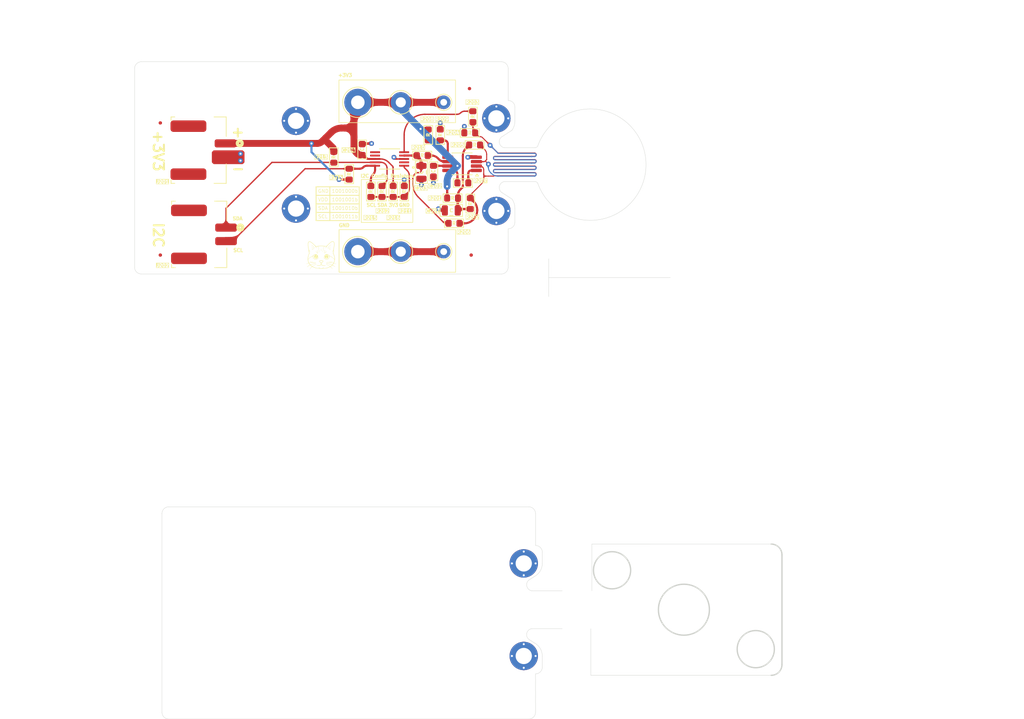
<source format=kicad_pcb>
(kicad_pcb (version 20241229) (generator "pcbnew") (generator_version "9.0")
  (layers (0 "F.Cu" signal) (4 "In1.Cu" signal) (6 "In2.Cu" signal) (2 "B.Cu" signal) (13 "F.Paste" user) (15 "B.Paste" user) (5 "F.SilkS" user "F.Silkscreen") (7 "B.SilkS" user "B.Silkscreen") (1 "F.Mask" user) (3 "B.Mask" user) (25 "Edge.Cuts" user))
  (property "LAST_EDIT_DATE" "Jun 5, 2025")
  (property "REV" "A")
  (property "TITLE" "Strain Gauge POC Board")
  (property "VERSION" "V1.0")
  (net 0 "")
  (net 1 "GND")
  (net 2 "+3V3a")
  (net 3 "Net-(C201-+)")
  (net 4 "Net-(C203-+)")
  (net 5 "+1V65a")
  (net 6 "Net-(U209-+)")
  (net 7 "Net-(U210-AIN1)")
  (net 8 "Net-(R207-Pad1)")
  (net 9 "Net-(R207-Pad2)")
  (net 10 "Net-(R210-Pad2)")
  (net 11 "Net-(U210-ADDR)")
  (net 12 "ADC_I2C_SDA")
  (net 13 "ADC_I2C_SCL")
  (footprint "ulib_Mechanical:MountingHole_3.2mm_M2_Pad_Via" (layer "F.Cu") (at 171.831 119.239594)
    (property "Reference" "U202" (hide yes))
    (property "Value" "~")
  )
  (footprint "ulib_Resistors_SMD:R_0603_1608Metric" (layer "F.Cu") (at 161.519192 55.209739)
    (property "Reference" "R206")
    (property "Value" "0")
  )
  (footprint "ulib_Resistors_SMD:R_0603_1608Metric" (layer "F.Cu") (at 149.215192 50.502739 90)
    (property "Reference" "R215")
    (property "Value" "1k")
  )
  (footprint "ulib_Capacitor_SMD:C_0805_2012Metric" (layer "F.Cu") (at 156.693192 47.655739 -90)
    (property "Reference" "C203")
    (property "Value" "10u")
  )
  (footprint "ulib_Resistors_SMD:R_0603_1608Metric" (layer "F.Cu") (at 150.866192 50.502739 90)
    (property "Reference" "R212")
    (property "Value" "1k")
  )
  (footprint "ulib_Mechanical:Fiducial_0.5mm_Mask1mm" (layer "F.Cu") (at 118.085192 59.908739)
    (property "Reference" "FID203")
    (property "Value" "Fiducial")
  )
  (footprint "ulib_Resistors_SMD:R_0603_1608Metric" (layer "F.Cu") (at 143.739192 45.430739 -90)
    (property "Reference" "R213")
    (property "Value" "4k7")
  )
  (footprint "ulib_Resistors_SMD:R_0603_1608Metric" (layer "F.Cu") (at 157.709192 42.128739 -90)
    (property "Reference" "R208")
    (property "Value" "1k")
  )
  (footprint "ulib_Mechanical:MountingHole_3.2mm_M2_Pad_Via" (layer "F.Cu") (at 138.151192 40.041859)
    (property "Reference" "U203" (hide yes))
    (property "Value" "~")
  )
  (footprint "TestPoint:TestPoint_Pad_D0.15mm" (layer "F.Cu") (at 166.345192 43.144739)
    (property "Reference" "U208" (hide yes))
    (property "Value" "~")
  )
  (footprint "TestPoint:TestPoint_THTPad_D3.0mm_Drill1.5mm" (layer "F.Cu") (at 153.645192 59.400739 180)
    (property "Reference" "TP204" (hide yes))
    (property "Value" "TestPoint")
  )
  (footprint "ulib_Resistors_SMD:R_0603_1608Metric" (layer "F.Cu") (at 161.303192 51.485739 180)
    (property "Reference" "R201")
    (property "Value" "0")
  )
  (footprint "TestPoint:TestPoint_THTPad_D3.0mm_Drill1.5mm" (layer "F.Cu") (at 153.645192 37.302739 180)
    (property "Reference" "TP203" (hide yes))
    (property "Value" "TestPoint")
  )
  (footprint "ulib_Resistors_SMD:R_0603_1608Metric" (layer "F.Cu") (at 163.843192 41.833739 180)
    (property "Reference" "R204")
    (property "Value" "500")
  )
  (footprint "TestPoint:TestPoint_THTPad_D2.0mm_Drill1.0mm" (layer "F.Cu") (at 159.995192 59.400739 180)
    (property "Reference" "TP202" (hide yes))
    (property "Value" "TestPoint")
  )
  (footprint "Package_SO:VSSOP-8_3x3mm_P0.65mm" (layer "F.Cu") (at 162.708692 46.405739 180)
    (property "Reference" "U209" (hide yes))
    (property "Value" "INA333xxDGK")
  )
  (footprint "ulib_Mechanical:Fiducial_0.5mm_Mask1mm" (layer "F.Cu") (at 118.085192 40.350739)
    (property "Reference" "FID201")
    (property "Value" "Fiducial")
  )
  (footprint "ulib_Resistors_SMD:R_0603_1608Metric" (layer "F.Cu") (at 156.820192 45.176739)
    (property "Reference" "R210")
    (property "Value" "100R")
  )
  (footprint "ulib_Logos:picogrid_logo" (layer "F.Cu") (at 130.023192 35.524739)
    (property "Reference" "G***")
    (property "Value" "LOGO" (hide yes))
  )
  (footprint "ulib_Resistors_SMD:R_0603_1608Metric" (layer "F.Cu") (at 146.025192 47.932739 90)
    (property "Reference" "R214")
    (property "Value" "4k7")
  )
  (footprint "ulib_Resistors_SMD:R_0603_1608Metric" (layer "F.Cu") (at 154.168192 50.502739 90)
    (property "Reference" "R211")
    (property "Value" "1k")
  )
  (footprint "TestPoint:TestPoint_THTPad_D2.0mm_Drill1.0mm" (layer "F.Cu") (at 159.995192 37.302739 180)
    (property "Reference" "TP201" (hide yes))
    (property "Value" "TestPoint")
  )
  (footprint "TestPoint:TestPoint_Pad_D0.15mm" (layer "F.Cu") (at 167.361192 44.160739)
    (property "Reference" "U206" (hide yes))
    (property "Value" "~")
  )
  (footprint "ulib_Capacitor_SMD:C_0805_2012Metric" (layer "F.Cu") (at 161.115192 53.304739 180)
    (property "Reference" "C201")
    (property "Value" "10u")
  )
  (footprint "ulib_Package_SO:SOP50P490X110-10N" (layer "F.Cu") (at 151.994192 45.684739 180)
    (property "Reference" "U210" (hide yes))
    (property "Value" "ADS1113IDGSR")
  )
  (footprint "ulib_Mechanical:MountingHole_3.2mm_M2_Pad_Via" (layer "F.Cu") (at 138.151192 53.026339)
    (property "Reference" "U204" (hide yes))
    (property "Value" "~")
  )
  (footprint "TestPoint:TestPoint_THTPad_D4.0mm_Drill2.0mm" (layer "F.Cu") (at 147.295192 37.302739 180)
    (property "Reference" "TP205" (hide yes))
    (property "Value" "TestPoint")
  )
  (footprint "ulib_Mechanical:Fiducial_0.5mm_Mask1mm" (layer "F.Cu") (at 163.805192 35.270739)
    (property "Reference" "FID202")
    (property "Value" "Fiducial")
  )
  (footprint "ulib_Resistors_SMD:R_0603_1608Metric" (layer "F.Cu") (at 164.313192 39.423739 90)
    (property "Reference" "R203")
    (property "Value" "0")
  )
  (footprint "TestPoint:TestPoint_Pad_D0.15mm" (layer "F.Cu") (at 166.599192 48.224739)
    (property "Reference" "U205" (hide yes))
    (property "Value" "~")
  )
  (footprint "ulib_Resistors_SMD:R_0603_1608Metric" (layer "F.Cu") (at 159.487192 42.128739 90)
    (property "Reference" "R209")
    (property "Value" "1k")
  )
  (footprint "ulib_Capacitor_SMD:C_0603_1608Metric" (layer "F.Cu") (at 158.471192 47.500739 -90)
    (property "Reference" "C202")
    (property "Value" "100n")
  )
  (footprint "ulib_Mechanical:MountingHole_3.2mm_M2_Pad_Via" (layer "F.Cu") (at 171.831 105.5396)
    (property "Reference" "U201" (hide yes))
    (property "Value" "~")
  )
  (footprint "ulib_Resistors_SMD:R_0603_1608Metric" (layer "F.Cu") (at 162.827192 49.240739 180)
    (property "Reference" "R207")
    (property "Value" "2k05")
  )
  (footprint "ulib_Connectors_DuraClik:Molex_DuraClik_5023520210_1x02_MP_P2.00mm_Right_Angle" (layer "F.Cu") (at 124.500192 44.382739 90)
    (property "Reference" "J201")
    (property "Value" "502352-0210")
  )
  (footprint "ulib_Connectors_DuraClik:Molex_DuraClik_5023520210_1x02_MP_P2.00mm_Right_Angle" (layer "F.Cu") (at 124.582192 56.844739 90)
    (property "Reference" "J202")
    (property "Value" "502352-0210")
  )
  (footprint "TestPoint:TestPoint_Pad_D0.15mm" (layer "F.Cu") (at 166.345192 45.785309)
    (property "Reference" "U207" (hide yes))
    (property "Value" "~")
  )
  (footprint "ulib_Mechanical:MountingHole_3.2mm_M2_Pad_Via" (layer "F.Cu") (at 167.780792 39.676345)
    (property "Reference" "U201" (hide yes))
    (property "Value" "~")
  )
  (footprint "ulib_Resistors_SMD:R_0603_1608Metric" (layer "F.Cu") (at 152.517192 50.502739 90)
    (property "Reference" "R216")
    (property "Value" "1k")
  )
  (footprint "ulib_Mechanical:MountingHole_3.2mm_M2_Pad_Via" (layer "F.Cu") (at 167.780792 53.376339)
    (property "Reference" "U202" (hide yes))
    (property "Value" "~")
  )
  (footprint "ulib_Mechanical:Fiducial_0.5mm_Mask1mm" (layer "F.Cu") (at 164.059192 59.908739)
    (property "Reference" "FID204")
    (property "Value" "Fiducial")
  )
  (footprint "TestPoint:TestPoint_THTPad_D4.0mm_Drill2.0mm" (layer "F.Cu") (at 147.295192 59.400739 180)
    (property "Reference" "TP206" (hide yes))
    (property "Value" "TestPoint" (hide yes))
  )
  (footprint "ulib_Resistors_SMD:R_0603_1608Metric" (layer "F.Cu") (at 163.932192 52.288739 90)
    (property "Reference" "R202")
    (property "Value" "1k")
  )
  (footprint "ulib_Capacitor_SMD:C_0603_1608Metric" (layer "F.Cu") (at 147.930192 44.287739 90)
    (property "Reference" "C204")
    (property "Value" "100n")
  )
  (footprint "ulib_Resistors_SMD:R_0603_1608Metric" (layer "F.Cu") (at 164.567192 43.611739)
    (property "Reference" "R205")
    (property "Value" "1k")
  )
  (gr_rect (start 144.519176 56.139556) (end 161.755208 62.448739) (stroke (width 0.1)) (fill no) (layer "F.SilkS"))
  (gr_poly (pts (xy 140.51857 59.097921) (xy 140.52614 59.098391) (xy 140.542539 59.10007) (xy 140.559949 59.102691) (xy 140.568783 59.104339) (xy 140.57757 59.106205) (xy 140.586209 59.108281) (xy 140.594601 59.110562) (xy 140.597782 59.111472) (xy 140.600873 59.112413) (xy 140.603873 59.113385) (xy 140.606777 59.114384) (xy 140.609585 59.115409) (xy 140.612292 59.116457) (xy 140.614897 59.117526) (xy 140.617397 59.118615) (xy 140.619789 59.119721) (xy 140.62207 59.120842) (xy 140.624239 59.121975) (xy 140.626292 59.123119) (xy 140.628227 59.124272) (xy 140.630041 59.125431) (xy 140.631732 59.126594) (xy 140.633296 59.12776) (xy 140.634732 59.128925) (xy 140.636037 59.130089) (xy 140.637208 59.131248) (xy 140.638242 59.1324) (xy 140.639137 59.133545) (xy 140.63989 59.134678) (xy 140.640499 59.135799) (xy 140.640961 59.136905) (xy 140.641274 59.137993) (xy 140.641434 59.139063) (xy 140.641439 59.140111) (xy 140.641287 59.141136) (xy 140.640975 59.142135) (xy 140.6405 59.143106) (xy 140.639859 59.144048) (xy 140.639051 59.144958) (xy 140.638051 59.145658) (xy 140.636627 59.146172) (xy 140.634765 59.146498) (xy 140.632453 59.146636) (xy 140.629676 59.146585) (xy 140.626419 59.146344) (xy 140.618414 59.145288) (xy 140.608324 59.143464) (xy 140.59604 59.140865) (xy 140.581449 59.137484) (xy 140.564439 59.133316) (xy 140.550857 59.129931) (xy 140.538828 59.126896) (xy 140.528269 59.124177) (xy 140.519096 59.121741) (xy 140.515003 59.120617) (xy 140.511225 59.119552) (xy 140.507752 59.11854) (xy 140.504573 59.117578) (xy 140.501677 59.11666) (xy 140.499055 59.115783) (xy 140.496696 59.114942) (xy 140.494589 59.114134) (xy 140.492724 59.113353) (xy 140.49109 59.112596) (xy 140.489677 59.111859) (xy 140.488474 59.111137) (xy 140.487949 59.11078) (xy 140.487472 59.110425) (xy 140.487042 59.110072) (xy 140.486659 59.10972) (xy 140.48632 59.109369) (xy 140.486025 59.109018) (xy 140.485772 59.108666) (xy 140.48556 59.108313) (xy 140.485387 59.107959) (xy 140.485253 59.107602) (xy 140.485155 59.107243) (xy 140.485093 59.106881) (xy 140.485065 59.106515) (xy 140.485071 59.106145) (xy 140.485108 59.10577) (xy 140.485175 59.10539) (xy 140.485272 59.105004) (xy 140.485396 59.104612) (xy 140.485723 59.103806) (xy 140.486144 59.102969) (xy 140.486651 59.102095) (xy 140.487302 59.101339) (xy 140.488253 59.100656) (xy 140.491007 59.099507) (xy 140.494815 59.098644) (xy 140.499574 59.09806) (xy 140.505187 59.097749) (xy 140.511552 59.097705)) (fill yes) (layer "F.SilkS"))
  (gr_rect (start 144.501192 34.000739) (end 161.737224 40.309922) (stroke (width 0.1)) (fill no) (layer "F.SilkS"))
  (gr_poly (pts (xy 141.075604 59.33987) (xy 141.078616 59.340341) (xy 141.081898 59.34108) (xy 141.085396 59.342073) (xy 141.089059 59.343307) (xy 141.092835 59.344769) (xy 141.096673 59.346446) (xy 141.10052 59.348325) (xy 141.104324 59.350391) (xy 141.108034 59.352633) (xy 141.111597 59.355037) (xy 141.122506 59.363426) (xy 141.133382 59.372687) (xy 141.144193 59.382774) (xy 141.154906 59.393641) (xy 141.165489 59.405244) (xy 141.175909 59.417536) (xy 141.186134 59.430471) (xy 141.196131 59.444003) (xy 141.205868 59.458088) (xy 141.215312 59.472678) (xy 141.22443 59.48773) (xy 141.23319 59.503195) (xy 141.241559 59.51903) (xy 141.249505 59.535188) (xy 141.256995 59.551624) (xy 141.263997 59.568291) (xy 141.267775 59.577753) (xy 141.271176 59.586513) (xy 141.274208 59.594602) (xy 141.276879 59.60205) (xy 141.279196 59.608888) (xy 141.281168 59.615144) (xy 141.282802 59.62085) (xy 141.284105 59.626037) (xy 141.285086 59.630733) (xy 141.285753 59.634969) (xy 141.28597 59.636925) (xy 141.286112 59.638776) (xy 141.286179 59.640528) (xy 141.286172 59.642184) (xy 141.286093 59.643748) (xy 141.285941 59.645223) (xy 141.285719 59.646614) (xy 141.285426 59.647924) (xy 141.285065 59.649156) (xy 141.284635 59.650315) (xy 141.284139 59.651405) (xy 141.283576 59.652429) (xy 141.282799 59.653544) (xy 141.282048 59.654508) (xy 141.281678 59.654932) (xy 141.28131 59.655317) (xy 141.280943 59.655662) (xy 141.280575 59.655968) (xy 141.280204 59.656233) (xy 141.27983 59.656457) (xy 141.279451 59.65664) (xy 141.279065 59.656782) (xy 141.278671 59.656882) (xy 141.278267 59.65694) (xy 141.277852 59.656955) (xy 141.277425 59.656927) (xy 141.276983 59.656855) (xy 141.276527 59.65674) (xy 141.276053 59.656581) (xy 141.275561 59.656377) (xy 141.27505 59.656128) (xy 141.274517 59.655834) (xy 141.273961 59.655494) (xy 141.273381 59.655108) (xy 141.272144 59.654195) (xy 141.270792 59.653094) (xy 141.269315 59.651801) (xy 141.267701 59.650312) (xy 141.266592 59.649229) (xy 141.265454 59.647976) (xy 141.264294 59.646568) (xy 141.263121 59.64502) (xy 141.261941 59.643348) (xy 141.260762 59.641568) (xy 141.259593 59.639695) (xy 141.258441 59.637744) (xy 141.257313 59.635731) (xy 141.256219 59.633672) (xy 141.255164 59.631582) (xy 141.254158 59.629476) (xy 141.253207 59.62737) (xy 141.25232 59.62528) (xy 141.251504 59.62322) (xy 141.250768 59.621208) (xy 141.246277 59.608458) (xy 141.240791 59.59489) (xy 141.234379 59.580615) (xy 141.227112 59.565745) (xy 141.219061 59.55039) (xy 141.210296 59.534664) (xy 141.200887 59.518678) (xy 141.190906 59.502542) (xy 141.180422 59.48637) (xy 141.169507 59.470271) (xy 141.15823 59.454359) (xy 141.146663 59.438745) (xy 141.134875 59.423539) (xy 141.122938 59.408855) (xy 141.110922 59.394803) (xy 141.098897 59.381495) (xy 141.092322 59.374476) (xy 141.086181 59.367803) (xy 141.08061 59.361627) (xy 141.075746 59.356095) (xy 141.071726 59.351358) (xy 141.070074 59.349333) (xy 141.068685 59.347562) (xy 141.067575 59.346065) (xy 141.066761 59.344859) (xy 141.06626 59.343963) (xy 141.066132 59.343637) (xy 141.066089 59.343395) (xy 141.066167 59.342646) (xy 141.066396 59.341985) (xy 141.066771 59.341411) (xy 141.067285 59.340922) (xy 141.06793 59.340516) (xy 141.068701 59.340192) (xy 141.069592 59.339948) (xy 141.070595 59.339782) (xy 141.072913 59.339679)) (fill yes) (layer "F.SilkS"))
  (gr_poly (pts (xy 143.315507 58.705888) (xy 143.317015 58.706221) (xy 143.3175 58.706461) (xy 143.317798 58.706755) (xy 143.317902 58.707109) (xy 143.317807 58.707526) (xy 143.316994 58.708568) (xy 143.315312 58.709917) (xy 143.312712 58.711606) (xy 143.309146 58.713671) (xy 143.298924 58.71907) (xy 143.284262 58.72639) (xy 143.264776 58.735912) (xy 143.246464 58.745106) (xy 143.228415 58.75465) (xy 143.210591 58.764568) (xy 143.192958 58.774888) (xy 143.175481 58.785636) (xy 143.158122 58.796838) (xy 143.140848 58.808521) (xy 143.123621 58.820711) (xy 143.106407 58.833434) (xy 143.089169 58.846717) (xy 143.071873 58.860585) (xy 143.054482 58.875066) (xy 143.036961 58.890186) (xy 143.019274 58.905971) (xy 142.98326 58.939641) (xy 142.975088 58.947544) (xy 142.967624 58.954592) (xy 142.96415 58.9578) (xy 142.960842 58.9608) (xy 142.957699 58.963594) (xy 142.954718 58.966182) (xy 142.951894 58.968568) (xy 142.949225 58.970752) (xy 142.946709 58.972736) (xy 142.944341 58.974523) (xy 142.942119 58.976113) (xy 142.940039 58.977509) (xy 142.938099 58.978713) (xy 142.936296 58.979726) (xy 142.934626 58.980549) (xy 142.933086 58.981185) (xy 142.931673 58.981636) (xy 142.930384 58.981902) (xy 142.929785 58.981967) (xy 142.929216 58.981986) (xy 142.928677 58.981961) (xy 142.928166 58.98189) (xy 142.927684 58.981775) (xy 142.927231 58.981616) (xy 142.926805 58.981412) (xy 142.926407 58.981164) (xy 142.926036 58.980873) (xy 142.925692 58.980537) (xy 142.925374 58.980159) (xy 142.925082 58.979737) (xy 142.924816 58.979272) (xy 142.924575 58.978765) (xy 142.924166 58.977623) (xy 142.923854 58.976313) (xy 142.923635 58.974837) (xy 142.923506 58.973195) (xy 142.923464 58.971391) (xy 142.923765 58.969845) (xy 142.924649 58.967806) (xy 142.928059 58.962353) (xy 142.933475 58.955249) (xy 142.940678 58.946711) (xy 142.959573 58.926194) (xy 142.982995 58.902533) (xy 143.009195 58.877459) (xy 143.036424 58.852701) (xy 143.062934 58.829989) (xy 143.075373 58.819941) (xy 143.086976 58.811054) (xy 143.108057 58.795741) (xy 143.129516 58.781222) (xy 143.151186 58.767596) (xy 143.1729 58.754962) (xy 143.194489 58.743419) (xy 143.205185 58.738088) (xy 143.215787 58.733068) (xy 143.226274 58.728369) (xy 143.236626 58.724006) (xy 143.246821 58.719989) (xy 143.256839 58.716333) (xy 143.259891 58.715255) (xy 143.263079 58.714207) (xy 143.269754 58.712223) (xy 143.276651 58.710426) (xy 143.283562 58.708858) (xy 143.290273 58.707563) (xy 143.296576 58.706585) (xy 143.299508 58.706227) (xy 143.302258 58.705965) (xy 143.304801 58.705804) (xy 143.30711 58.705749) (xy 143.313321 58.705722)) (fill yes) (layer "F.SilkS"))
  (gr_poly (pts (xy 142.672186 59.333368) (xy 142.673108 59.333918) (xy 142.673697 59.334796) (xy 142.673951 59.336) (xy 142.673869 59.337527) (xy 142.673449 59.339373) (xy 142.67269 59.341535) (xy 142.671591 59.34401) (xy 142.670151 59.346796) (xy 142.666239 59.353284) (xy 142.660945 59.360976) (xy 142.654256 59.369845) (xy 142.646164 59.379868) (xy 142.636655 59.39102) (xy 142.616903 59.414045) (xy 142.59968 59.434925) (xy 142.584342 59.454588) (xy 142.570245 59.473967) (xy 142.556743 59.493991) (xy 142.543191 59.515589) (xy 142.528945 59.539693) (xy 142.51336 59.567233) (xy 142.507434 59.577699) (xy 142.501945 59.587289) (xy 142.496872 59.596033) (xy 142.492193 59.60396) (xy 142.487886 59.6111) (xy 142.483929 59.617481) (xy 142.480301 59.623133) (xy 142.476979 59.628087) (xy 142.473943 59.632371) (xy 142.472525 59.634271) (xy 142.471171 59.636014) (xy 142.469877 59.637605) (xy 142.46864 59.639047) (xy 142.467459 59.640343) (xy 142.46633 59.641498) (xy 142.46525 59.642515) (xy 142.464218 59.643397) (xy 142.463229 59.644149) (xy 142.462283 59.644774) (xy 142.461374 59.645276) (xy 142.460502 59.645658) (xy 142.459664 59.645925) (xy 142.458856 59.646079) (xy 142.455478 59.646388) (xy 142.452693 59.646095) (xy 142.451526 59.64571) (xy 142.450511 59.645158) (xy 142.449649 59.644434) (xy 142.448942 59.643532) (xy 142.448391 59.642447) (xy 142.447996 59.641174) (xy 142.447684 59.638042) (xy 142.448015 59.634091) (xy 142.449 59.629277) (xy 142.450648 59.623559) (xy 142.452969 59.616892) (xy 142.455975 59.609232) (xy 142.459674 59.600537) (xy 142.469194 59.579867) (xy 142.48161 59.554533) (xy 142.489708 59.538615) (xy 142.497929 59.523207) (xy 142.506271 59.50831) (xy 142.514732 59.493927) (xy 142.523311 59.480058) (xy 142.532007 59.466706) (xy 142.540817 59.453871) (xy 142.54974 59.441556) (xy 142.558775 59.429761) (xy 142.56792 59.418489) (xy 142.577173 59.407742) (xy 142.586534 59.397519) (xy 142.595999 59.387824) (xy 142.605569 59.378657) (xy 142.615241 59.370021) (xy 142.625014 59.361916) (xy 142.635597 59.353534) (xy 142.644918 59.346628) (xy 142.652963 59.341173) (xy 142.659724 59.337144) (xy 142.662619 59.335657) (xy 142.665188 59.334517) (xy 142.667431 59.333721) (xy 142.669346 59.333267) (xy 142.670931 59.33315)) (fill yes) (layer "F.SilkS"))
  (gr_poly (pts (xy 143.228991 59.097399) (xy 143.23553 59.097786) (xy 143.241674 59.098402) (xy 143.247382 59.099246) (xy 143.252614 59.100318) (xy 143.257327 59.101615) (xy 143.261482 59.103138) (xy 143.263337 59.103984) (xy 143.265037 59.104886) (xy 143.266577 59.105844) (xy 143.267951 59.106858) (xy 143.280651 59.116912) (xy 143.267422 59.120087) (xy 143.256487 59.122199) (xy 143.245027 59.124164) (xy 143.233211 59.125969) (xy 143.221211 59.127603) (xy 143.209195 59.129053) (xy 143.197333 59.13031) (xy 143.185796 59.131359) (xy 143.174752 59.132192) (xy 143.164371 59.132794) (xy 143.154824 59.133156) (xy 143.14628 59.133265) (xy 143.138909 59.133109) (xy 143.13288 59.132678) (xy 143.128364 59.131959) (xy 143.126726 59.131488) (xy 143.12553 59.130941) (xy 143.124796 59.130316) (xy 143.124547 59.129612) (xy 143.124607 59.128709) (xy 143.124784 59.127786) (xy 143.125076 59.126846) (xy 143.125477 59.125891) (xy 143.126598 59.123947) (xy 143.128119 59.121972) (xy 143.130012 59.119985) (xy 143.132249 59.118003) (xy 143.134802 59.116047) (xy 143.137644 59.114134) (xy 143.140746 59.112283) (xy 143.144081 59.110512) (xy 143.14762 59.108841) (xy 143.151336 59.107288) (xy 143.155201 59.105871) (xy 143.159187 59.104609) (xy 143.163266 59.10352) (xy 143.16741 59.102624) (xy 143.175626 59.101155) (xy 143.183776 59.09992) (xy 143.191819 59.098919) (xy 143.199714 59.098151) (xy 143.207419 59.097616) (xy 143.214895 59.097313) (xy 143.222099 59.097241)) (fill yes) (layer "F.SilkS"))
  (gr_poly (pts (xy 140.403266 58.40085) (xy 140.410624 58.402358) (xy 140.419088 58.4046) (xy 140.428466 58.407506) (xy 140.438563 58.411004) (xy 140.449188 58.415022) (xy 140.460146 58.419491) (xy 140.471246 58.424338) (xy 140.482294 58.429491) (xy 140.493097 58.434881) (xy 140.503462 58.440434) (xy 140.513195 58.446081) (xy 140.522105 58.451749) (xy 140.544049 58.466865) (xy 140.565272 58.48209) (xy 140.585834 58.497482) (xy 140.605796 58.5131) (xy 140.625219 58.529003) (xy 140.644163 58.545251) (xy 140.662688 58.561901) (xy 140.680855 58.579014) (xy 140.698725 58.596648) (xy 140.716357 58.614861) (xy 140.733813 58.633713) (xy 140.751152 58.653263) (xy 140.768435 58.673569) (xy 140.785723 58.694691) (xy 140.803077 58.716687) (xy 140.820555 58.739616) (xy 140.842362 58.769144) (xy 140.862649 58.797742) (xy 140.880989 58.824727) (xy 140.889295 58.837402) (xy 140.896954 58.849418) (xy 140.903912 58.86069) (xy 140.910116 58.871133) (xy 140.915512 58.880661) (xy 140.920047 58.889188) (xy 140.923667 58.896631) (xy 140.926319 58.902903) (xy 140.92795 58.90792) (xy 140.928365 58.909931) (xy 140.928505 58.911595) (xy 140.928279 58.914247) (xy 140.927993 58.915251) (xy 140.92759 58.916038) (xy 140.927066 58.916607) (xy 140.926419 58.916954) (xy 140.925649 58.917079) (xy 140.924752 58.916978) (xy 140.922569 58.916093) (xy 140.919855 58.914283) (xy 140.916592 58.911533) (xy 140.912763 58.907825) (xy 140.908351 58.903143) (xy 140.903339 58.897472) (xy 140.891447 58.883095) (xy 140.876951 58.864562) (xy 140.859714 58.841745) (xy 140.830297 58.802711) (xy 140.80119 58.765388) (xy 140.772404 58.729789) (xy 140.74395 58.695927) (xy 140.715841 58.663813) (xy 140.688087 58.63346) (xy 140.660701 58.604881) (xy 140.633693 58.578088) (xy 140.607077 58.553093) (xy 140.580863 58.529909) (xy 140.555062 58.508548) (xy 140.529687 58.489023) (xy 140.50475 58.471345) (xy 140.480261 58.455528) (xy 140.456233 58.441584) (xy 140.432676 58.429524) (xy 140.428172 58.427344) (xy 140.4238 58.425176) (xy 140.419584 58.423035) (xy 140.415544 58.420934) (xy 140.411703 58.418885) (xy 140.408082 58.416902) (xy 140.404703 58.414998) (xy 140.401588 58.413186) (xy 140.398757 58.41148) (xy 140.396234 58.409893) (xy 140.394039 58.408437) (xy 140.392195 58.407126) (xy 140.390723 58.405973) (xy 140.389644 58.404992) (xy 140.389259 58.404569) (xy 140.388981 58.404195) (xy 140.388812 58.403869) (xy 140.388755 58.403595) (xy 140.38901 58.402391) (xy 140.389759 58.40145) (xy 140.390977 58.400765) (xy 140.39264 58.400325) (xy 140.397207 58.400149)) (fill yes) (layer "F.SilkS"))
  (gr_poly (pts (xy 143.633012 61.393585) (xy 143.634372 61.393981) (xy 143.636516 61.394842) (xy 143.643095 61.397934) (xy 143.652639 61.402813) (xy 143.665035 61.409427) (xy 143.680172 61.417728) (xy 143.684565 61.420194) (xy 143.688803 61.42262) (xy 143.692865 61.424992) (xy 143.696733 61.427295) (xy 143.700387 61.429514) (xy 143.703808 61.431635) (xy 143.706976 61.433642) (xy 143.709872 61.435522) (xy 143.712476 61.437259) (xy 143.714769 61.438838) (xy 143.716733 61.440246) (xy 143.718347 61.441467) (xy 143.719591 61.442486) (xy 143.720448 61.443289) (xy 143.720724 61.443604) (xy 143.720896 61.443861) (xy 143.720962 61.444055) (xy 143.720918 61.444187) (xy 143.720567 61.44434) (xy 143.719922 61.44431) (xy 143.717812 61.443734) (xy 143.714715 61.442529) (xy 143.710756 61.440764) (xy 143.700761 61.435834) (xy 143.688837 61.429503) (xy 143.675996 61.422328) (xy 143.663247 61.414868) (xy 143.651602 61.407681) (xy 143.642072 61.401324) (xy 143.635678 61.396777) (xy 143.633768 61.39525) (xy 143.632696 61.394214) (xy 143.63247 61.393877) (xy 143.632449 61.393661) (xy 143.63263 61.393564)) (fill yes) (layer "F.SilkS"))
  (gr_poly (pts (xy 143.590521 57.859679) (xy 143.596792 57.860026) (xy 143.603071 57.860586) (xy 143.609421 57.861357) (xy 143.615904 57.862334) (xy 143.622583 57.863518) (xy 143.629521 57.864904) (xy 143.63678 57.866491) (xy 143.661077 57.873439) (xy 143.683596 57.882436) (xy 143.70438 57.893573) (xy 143.723473 57.906939) (xy 143.740919 57.922625) (xy 143.756764 57.940719) (xy 143.77105 57.961313) (xy 143.783822 57.984495) (xy 143.795125 58.010357) (xy 143.805003 58.038987) (xy 143.813499 58.070476) (xy 143.820657 58.104914) (xy 143.826523 58.14239) (xy 143.831141 58.182995) (xy 143.834553 58.226818) (xy 143.836805 58.27395) (xy 143.837382 58.332772) (xy 143.835168 58.39756) (xy 143.830201 58.468077) (xy 143.822518 58.544089) (xy 143.812156 58.62536) (xy 143.799152 58.711653) (xy 143.783544 58.802734) (xy 143.765368 58.898366) (xy 143.755981 58.947574) (xy 143.74841 58.991392) (xy 143.742588 59.030684) (xy 143.740311 59.048901) (xy 143.738446 59.06631) (xy 143.736985 59.083019) (xy 143.735917 59.099134) (xy 143.735236 59.114764) (xy 143.734932 59.130017) (xy 143.734998 59.145) (xy 143.735423 59.159821) (xy 143.736201 59.174588) (xy 143.737322 59.189408) (xy 143.741324 59.235517) (xy 143.744234 59.271635) (xy 143.745296 59.286594) (xy 143.746103 59.299829) (xy 143.746662 59.311599) (xy 143.746979 59.322162) (xy 143.747061 59.331777) (xy 143.746913 59.340701) (xy 143.746542 59.349192) (xy 143.745954 59.357509) (xy 143.745155 59.36591) (xy 143.744152 59.374652) (xy 143.741555 59.394195) (xy 143.737764 59.419613) (xy 143.733849 59.443052) (xy 143.729686 59.465065) (xy 143.725151 59.486204) (xy 143.72012 59.50702) (xy 143.714469 59.528066) (xy 143.708073 59.549893) (xy 143.70081 59.573054) (xy 143.697115 59.584753) (xy 143.695474 59.59029) (xy 143.693972 59.595609) (xy 143.692609 59.600706) (xy 143.691387 59.605572) (xy 143.690306 59.610204) (xy 143.689366 59.614593) (xy 143.68857 59.618735) (xy 143.687916 59.622622) (xy 143.687407 59.626248) (xy 143.687043 59.629608) (xy 143.686825 59.632696) (xy 143.686753 59.635504) (xy 143.686828 59.638027) (xy 143.687051 59.640258) (xy 143.68846 59.645416) (xy 143.691376 59.653842) (xy 143.695618 59.665084) (xy 143.701008 59.678688) (xy 143.71451 59.711174) (xy 143.730443 59.747679) (xy 143.755682 59.807169) (xy 143.779358 59.868395) (xy 143.801397 59.931109) (xy 143.821724 59.995064) (xy 143.840266 60.060011) (xy 143.856947 60.125702) (xy 143.871693 60.191889) (xy 143.884431 60.258324) (xy 143.888692 60.282938) (xy 143.892029 60.304718) (xy 143.89456 60.325344) (xy 143.896403 60.346497) (xy 143.897675 60.369858) (xy 143.898495 60.397107) (xy 143.898979 60.429924) (xy 143.899247 60.469991) (xy 143.899147 60.50082) (xy 143.898842 60.529696) (xy 143.898326 60.556451) (xy 143.897593 60.580918) (xy 143.896637 60.602929) (xy 143.895452 60.622317) (xy 143.894031 60.638914) (xy 143.892368 60.652554) (xy 143.884894 60.696885) (xy 143.874351 60.746456) (xy 143.861291 60.799363) (xy 143.846264 60.853703) (xy 143.829824 60.907572) (xy 143.812522 60.959065) (xy 143.794909 61.00628) (xy 143.786159 61.027688) (xy 143.777539 61.047312) (xy 143.773903 61.055469) (xy 143.770577 61.063154) (xy 143.767623 61.070194) (xy 143.765103 61.076416) (xy 143.76308 61.081646) (xy 143.761614 61.08571) (xy 143.76111 61.08725) (xy 143.760769 61.088434) (xy 143.760598 61.08924) (xy 143.760579 61.089494) (xy 143.760606 61.089645) (xy 143.782103 61.097913) (xy 143.830984 61.116104) (xy 143.861495 61.127127) (xy 143.887349 61.136824) (xy 143.91004 61.14585) (xy 143.931063 61.154865) (xy 143.951912 61.164524) (xy 143.974083 61.175486) (xy 143.999068 61.188407) (xy 144.028363 61.203945) (xy 144.047255 61.214261) (xy 144.063088 61.223369) (xy 144.075917 61.231253) (xy 144.085795 61.237894) (xy 144.092777 61.243277) (xy 144.096918 61.247384) (xy 144.097939 61.248954) (xy 144.098271 61.250198) (xy 144.097919 61.251115) (xy 144.096891 61.251702) (xy 144.095193 61.251958) (xy 144.092832 61.251879) (xy 144.086148 61.250712) (xy 144.076894 61.248184) (xy 144.065124 61.244278) (xy 144.050892 61.238976) (xy 144.034253 61.232262) (xy 144.01526 61.224118) (xy 143.993968 61.214528) (xy 143.966204 61.202262) (xy 143.931402 61.188029) (xy 143.892644 61.17294) (xy 143.853011 61.158106) (xy 143.815586 61.144636) (xy 143.78345 61.133641) (xy 143.759687 61.126229) (xy 143.751907 61.124214) (xy 143.747376 61.123512) (xy 143.747004 61.123563) (xy 143.746585 61.123713) (xy 143.745608 61.124303) (xy 143.744459 61.12526) (xy 143.743151 61.126563) (xy 143.741698 61.128192) (xy 143.740112 61.130126) (xy 143.736595 61.134823) (xy 143.732705 61.140488) (xy 143.72855 61.146952) (xy 143.724233 61.15405) (xy 143.71986 61.161612) (xy 143.708406 61.181385) (xy 143.695005 61.203317) (xy 143.680141 61.226687) (xy 143.664297 61.250777) (xy 143.647957 61.274866) (xy 143.631605 61.298236) (xy 143.615723 61.320168) (xy 143.600797 61.339942) (xy 143.570105 61.3791) (xy 143.638897 61.420904) (xy 143.681267 61.446819) (xy 143.717999 61.470067) (xy 143.750453 61.491653) (xy 143.7655 61.502137) (xy 143.779986 61.512582) (xy 143.794082 61.523114) (xy 143.807957 61.533858) (xy 143.82178 61.54494) (xy 143.835722 61.556486) (xy 143.864641 61.581471) (xy 143.896072 61.609816) (xy 143.904719 61.617664) (xy 143.912614 61.624946) (xy 143.919772 61.631681) (xy 143.92621 61.637887) (xy 143.931944 61.643581) (xy 143.936991 61.648781) (xy 143.941366 61.653505) (xy 143.945086 61.657772) (xy 143.946706 61.659739) (xy 143.948168 61.661598) (xy 143.949474 61.663351) (xy 143.950627 61.665001) (xy 143.951628 61.66655) (xy 143.95248 61.668) (xy 143.953184 61.669354) (xy 143.953743 61.670612) (xy 143.954158 61.671779) (xy 143.954433 61.672856) (xy 143.954567 61.673844) (xy 143.954565 61.674748) (xy 143.954427 61.675568) (xy 143.954156 61.676306) (xy 143.953753 61.676966) (xy 143.953222 61.67755) (xy 143.951952 61.678415) (xy 143.950304 61.678817) (xy 143.948249 61.678738) (xy 143.945756 61.678161) (xy 143.942794 61.67707) (xy 143.939335 61.675447) (xy 143.935346 61.673276) (xy 143.930799 61.670538) (xy 143.925662 61.667218) (xy 143.919906 61.663297) (xy 143.906416 61.653588) (xy 143.890085 61.641275) (xy 143.870672 61.626221) (xy 143.835664 61.59954) (xy 143.798871 61.572915) (xy 143.760837 61.5467) (xy 143.722109 61.521247) (xy 143.683231 61.49691) (xy 143.644751 61.474043) (xy 143.607213 61.453) (xy 143.571164 61.434133) (xy 143.533593 61.415083) (xy 143.505018 61.444716) (xy 143.487861 61.461298) (xy 143.467778 61.479344) (xy 143.445412 61.498331) (xy 143.42141 61.517741) (xy 143.396415 61.537052) (xy 143.371073 61.555742) (xy 143.346028 61.573291) (xy 143.321926 61.589179) (xy 143.311123 61.596197) (xy 143.301082 61.602863) (xy 143.292021 61.609019) (xy 143.284157 61.614513) (xy 143.277707 61.619187) (xy 143.27508 61.621169) (xy 143.272887 61.622888) (xy 143.271157 61.624325) (xy 143.269916 61.625461) (xy 143.269191 61.626275) (xy 143.269031 61.626556) (xy 143.26901 61.626749) (xy 143.269359 61.627353) (xy 143.27019 61.628358) (xy 143.273193 61.631479) (xy 143.277809 61.63594) (xy 143.283826 61.641566) (xy 143.299222 61.655622) (xy 143.317693 61.672258) (xy 143.329292 61.682696) (xy 143.341228 61.693922) (xy 143.36588 61.718469) (xy 143.391177 61.74536) (xy 143.416647 61.774056) (xy 143.44182 61.804017) (xy 143.466223 61.834704) (xy 143.489387 61.865576) (xy 143.510839 61.896096) (xy 143.517791 61.906589) (xy 143.524337 61.916788) (xy 143.530442 61.926623) (xy 143.536073 61.936023) (xy 143.541196 61.944917) (xy 143.545776 61.953236) (xy 143.54978 61.960908) (xy 143.553172 61.967864) (xy 143.55592 61.974031) (xy 143.557988 61.979341) (xy 143.558757 61.981652) (xy 143.559344 61.983722) (xy 143.559743 61.985542) (xy 143.559952 61.987104) (xy 143.559965 61.988398) (xy 143.559779 61.989416) (xy 143.559389 61.990149) (xy 143.55879 61.990588) (xy 143.557979 61.990724) (xy 143.556952 61.990549) (xy 143.555704 61.990053) (xy 143.55423 61.989228) (xy 143.553213 61.988423) (xy 143.551574 61.986829) (xy 143.546574 61.98144) (xy 143.539515 61.973397) (xy 143.530682 61.963035) (xy 143.508838 61.936692) (xy 143.483322 61.905091) (xy 143.454629 61.87057) (xy 143.426519 61.838077) (xy 143.399029 61.807655) (xy 143.372197 61.779348) (xy 143.346059 61.753199) (xy 143.333262 61.740947) (xy 143.320653 61.729251) (xy 143.308236 61.718116) (xy 143.296016 61.707548) (xy 143.283997 61.697552) (xy 143.272185 61.688133) (xy 143.262864 61.680988) (xy 143.254077 61.674333) (xy 143.246009 61.668311) (xy 143.238847 61.663064) (xy 143.232776 61.658734) (xy 143.227983 61.655465) (xy 143.226123 61.654273) (xy 143.224653 61.653399) (xy 143.223595 61.652862) (xy 143.223228 61.652725) (xy 143.222972 61.652679) (xy 143.220698 61.653495) (xy 143.215299 61.655837) (xy 143.196514 61.664453) (xy 143.169394 61.677235) (xy 143.136718 61.692895) (xy 143.074744 61.722472) (xy 143.01945 61.747739) (xy 142.969128 61.769347) (xy 142.922075 61.787947) (xy 142.876584 61.804191) (xy 142.83095 61.81873) (xy 142.783469 61.832214) (xy 142.732435 61.845296) (xy 142.667249 61.860647) (xy 142.60703 61.873151) (xy 142.549404 61.883088) (xy 142.491994 61.890738) (xy 142.432427 61.896377) (xy 142.368326 61.900287) (xy 142.297318 61.902746) (xy 142.217026 61.904033) (xy 142.17292 61.904485) (xy 142.136138 61.905075) (xy 142.105917 61.905837) (xy 142.081493 61.906811) (xy 142.071218 61.907388) (xy 142.062105 61.908033) (xy 142.054061 61.908748) (xy 142.04699 61.909539) (xy 142.040796 61.910411) (xy 142.035385 61.911369) (xy 142.03066 61.912416) (xy 142.026526 61.913558) (xy 142.020128 61.915235) (xy 142.012247 61.917055) (xy 142.003188 61.918962) (xy 141.993255 61.9209) (xy 141.982751 61.922813) (xy 141.971981 61.924645) (xy 141.961248 61.926341) (xy 141.950855 61.927845) (xy 141.939222 61.929242) (xy 141.926992 61.930261) (xy 141.91424 61.930909) (xy 141.901039 61.931194) (xy 141.887463 61.931122) (xy 141.873586 61.930701) (xy 141.85948 61.929937) (xy 141.84522 61.928837) (xy 141.83088 61.927409) (xy 141.816533 61.925659) (xy 141.802252 61.923595) (xy 141.788112 61.921222) (xy 141.774185 61.918549) (xy 141.760547 61.915582) (xy 141.747269 61.912329) (xy 141.734426 61.908795) (xy 141.720088 61.904907) (xy 141.706934 61.9019) (xy 141.693322 61.899661) (xy 141.677607 61.89808) (xy 141.658147 61.897044) (xy 141.633297 61.896443) (xy 141.56086 61.896096) (xy 141.506905 61.895703) (xy 141.457242 61.894442) (xy 141.410506 61.892189) (xy 141.365332 61.888819) (xy 141.320357 61.88421) (xy 141.274217 61.878236) (xy 141.225546 61.870774) (xy 141.17298 61.8617) (xy 141.090021 61.845436) (xy 141.050853 61.836789) (xy 141.01304 61.827734) (xy 140.976442 61.818219) (xy 140.94092 61.808196) (xy 140.906335 61.797615) (xy 140.872546 61.786426) (xy 140.839415 61.774579) (xy 140.806801 61.762026) (xy 140.774566 61.748716) (xy 140.742569 61.7346) (xy 140.710672 61.719629) (xy 140.678735 61.703751) (xy 140.646617 61.686919) (xy 140.61418 61.669083) (xy 140.546447 61.630983) (xy 140.516285 61.653208) (xy 140.508201 61.659549) (xy 140.499115 61.667175) (xy 140.478441 61.685768) (xy 140.455274 61.707958) (xy 140.430626 61.732715) (xy 140.405506 61.75901) (xy 140.380925 61.785814) (xy 140.357895 61.812096) (xy 140.337426 61.836828) (xy 140.327991 61.848766) (xy 140.317012 61.863171) (xy 140.291984 61.897154) (xy 140.265468 61.934311) (xy 140.240589 61.970179) (xy 140.232982 61.981358) (xy 140.226022 61.991499) (xy 140.219685 62.000631) (xy 140.213948 62.008783) (xy 140.208788 62.015983) (xy 140.204182 62.022259) (xy 140.200105 62.027641) (xy 140.198258 62.030006) (xy 140.196536 62.032157) (xy 140.194934 62.0341) (xy 140.19345 62.035836) (xy 140.192081 62.037371) (xy 140.190824 62.038707) (xy 140.189677 62.039848) (xy 140.188636 62.040797) (xy 140.187699 62.041559) (xy 140.186862 62.042137) (xy 140.186123 62.042534) (xy 140.185789 62.042666) (xy 140.185478 62.042754) (xy 140.18519 62.042799) (xy 140.184925 62.042801) (xy 140.184683 62.04276) (xy 140.184462 62.042678) (xy 140.184262 62.042553) (xy 140.184084 62.042388) (xy 140.183927 62.042182) (xy 140.18379 62.041936) (xy 140.183576 62.041325) (xy 140.183439 62.040558) (xy 140.183381 62.039112) (xy 140.183596 62.037178) (xy 140.184071 62.034789) (xy 140.184795 62.031976) (xy 140.186936 62.02521) (xy 140.189921 62.017142) (xy 140.19365 62.008033) (xy 140.198024 61.998142) (xy 140.202943 61.98773) (xy 140.20831 61.977058) (xy 140.219663 61.955634) (xy 140.231496 61.934428) (xy 140.243803 61.913447) (xy 140.256579 61.892697) (xy 140.269821 61.872186) (xy 140.283524 61.851921) (xy 140.297682 61.831909) (xy 140.312291 61.812156) (xy 140.327346 61.79267) (xy 140.342844 61.773458) (xy 140.358779 61.754526) (xy 140.375146 61.735882) (xy 140.391941 61.717532) (xy 140.409159 61.699484) (xy 140.426796 61.681744) (xy 140.444847 61.66432) (xy 140.50623 61.606112) (xy 140.434264 61.555312) (xy 140.407205 61.535788) (xy 140.379817 61.515401) (xy 140.353013 61.494878) (xy 140.327703 61.474945) (xy 140.304799 61.456326) (xy 140.285212 61.439747) (xy 140.269855 61.425934) (xy 140.264047 61.420291) (xy 140.259639 61.415612) (xy 140.25853 61.414435) (xy 140.257391 61.413289) (xy 140.256228 61.41218) (xy 140.25505 61.411114) (xy 140.253862 61.410098) (xy 140.252672 61.409138) (xy 140.251486 61.40824) (xy 140.250312 61.40741) (xy 140.249157 61.406654) (xy 140.248027 61.40598) (xy 140.24693 61.405391) (xy 140.245872 61.404896) (xy 140.244861 61.404501) (xy 140.243903 61.40421) (xy 140.243447 61.404106) (xy 140.243006 61.404031) (xy 140.242582 61.403986) (xy 140.242176 61.40397) (xy 140.241263 61.404086) (xy 140.239928 61.404425) (xy 140.236099 61.405723) (xy 140.230893 61.407765) (xy 140.224515 61.410453) (xy 140.21717 61.413686) (xy 140.209062 61.417365) (xy 140.191376 61.425666) (xy 140.14355 61.450304) (xy 140.097887 61.475135) (xy 140.054073 61.50035) (xy 140.01179 61.526142) (xy 139.970723 61.552702) (xy 139.930555 61.580224) (xy 139.89097 61.608899) (xy 139.851651 61.63892) (xy 139.842069 61.646325) (xy 139.833161 61.653063) (xy 139.82492 61.659138) (xy 139.817338 61.664552) (xy 139.810407 61.669309) (xy 139.807183 61.671442) (xy 139.804119 61.673411) (xy 139.801214 61.675218) (xy 139.798467 61.676863) (xy 139.795877 61.678345) (xy 139.793443 61.679666) (xy 139.791164 61.680826) (xy 139.789039 61.681825) (xy 139.787067 61.682663) (xy 139.785247 61.683341) (xy 139.783578 61.68386) (xy 139.78206 61.684219) (xy 139.780691 61.68442) (xy 139.77947 61.684462) (xy 139.778396 61.684346) (xy 139.777914 61.684228) (xy 139.777468 61.684072) (xy 139.777059 61.683876) (xy 139.776686 61.68364) (xy 139.776349 61.683366) (xy 139.776049 61.683052) (xy 139.775784 61.682699) (xy 139.775554 61.682307) (xy 139.775202 61.681406) (xy 139.774992 61.680349) (xy 139.774922 61.679137) (xy 139.775132 61.678216) (xy 139.77575 61.67695) (xy 139.778146 61.673451) (xy 139.781979 61.668763) (xy 139.787118 61.663014) (xy 139.80079 61.648832) (xy 139.818115 61.631909) (xy 139.838045 61.61325) (xy 139.859531 61.593859) (xy 139.881525 61.57474) (xy 139.90298 61.5569) (xy 139.933437 61.533188) (xy 139.964868 61.510085) (xy 139.997254 61.487601) (xy 140.030576 61.465751) (xy 140.064815 61.444545) (xy 140.099954 61.423996) (xy 140.135974 61.404117) (xy 140.172855 61.38492) (xy 140.209368 61.3664) (xy 140.175501 61.325653) (xy 140.158808 61.305182) (xy 140.143751 61.286206) (xy 140.129885 61.268085) (xy 140.116764 61.250181) (xy 140.10394 61.231856) (xy 140.090967 61.21247) (xy 140.077399 61.191385) (xy 140.062789 61.167962) (xy 140.049204 61.145464) (xy 140.037852 61.126886) (xy 140.029972 61.114161) (xy 140.027722 61.110598) (xy 140.026805 61.109225) (xy 140.024743 61.109391) (xy 140.019413 61.110604) (xy 140.000504 61.115699) (xy 139.940617 61.133236) (xy 139.872098 61.154245) (xy 139.819901 61.171137) (xy 139.809138 61.175047) (xy 139.796601 61.179893) (xy 139.768043 61.191576) (xy 139.737897 61.204549) (xy 139.709835 61.217174) (xy 139.697377 61.223085) (xy 139.685584 61.228444) (xy 139.67472 61.233146) (xy 139.665054 61.237084) (xy 139.660753 61.238735) (xy 139.656851 61.240155) (xy 139.653381 61.241332) (xy 139.650378 61.242252) (xy 139.647873 61.242902) (xy 139.645901 61.24327) (xy 139.645126 61.243343) (xy 139.644495 61.243341) (xy 139.644015 61.243262) (xy 139.643689 61.243103) (xy 139.643019 61.242039) (xy 139.642883 61.240738) (xy 139.643261 61.239212) (xy 139.644135 61.237473) (xy 139.647298 61.233402) (xy 139.652222 61.228617) (xy 139.658758 61.223213) (xy 139.666757 61.217282) (xy 139.676071 61.210916) (xy 139.686551 61.20421) (xy 139.710413 61.190145) (xy 139.737153 61.175833) (xy 139.765579 61.162017) (xy 139.780052 61.155528) (xy 139.794501 61.149441) (xy 139.817888 61.140279) (xy 139.847054 61.129622) (xy 139.879445 61.118308) (xy 139.912505 61.107174) (xy 139.943681 61.097057) (xy 139.970416 61.088794) (xy 139.990156 61.083222) (xy 139.996605 61.081707) (xy 140.000347 61.081179) (xy 140.000741 61.081173) (xy 140.001128 61.081154) (xy 140.001508 61.081124) (xy 140.001881 61.081083) (xy 140.002246 61.08103) (xy 140.002603 61.080966) (xy 140.002951 61.080891) (xy 140.003291 61.080807) (xy 140.003621 61.080712) (xy 140.003941 61.080607) (xy 140.004252 61.080493) (xy 140.004551 61.080369) (xy 140.00484 61.080237) (xy 140.005118 61.080096) (xy 140.005385 61.079947) (xy 140.005639 61.07979) (xy 140.00588 61.079624) (xy 140.006109 61.079452) (xy 140.006325 61.079272) (xy 140.006528 61.079086) (xy 140.006716 61.078893) (xy 140.00689 61.078693) (xy 140.007049 61.078488) (xy 140.007193 61.078276) (xy 140.007322 61.07806) (xy 140.007434 61.077838) (xy 140.007531 61.077612) (xy 140.007611 61.07738) (xy 140.007673 61.077145) (xy 140.007719 61.076906) (xy 140.007746 61.076663) (xy 140.007755 61.076416) (xy 140.007179 61.073941) (xy 140.005523 61.068718) (xy 139.999421 61.051347) (xy 139.990342 61.026931) (xy 139.97918 60.998099) (xy 139.967273 60.96589) (xy 139.954864 60.929035) (xy 139.942392 60.889092) (xy 139.930299 60.847618) (xy 139.919024 60.806168) (xy 139.909008 60.7663) (xy 139.900691 60.729569) (xy 139.894514 60.697533) (xy 139.887569 60.651879) (xy 139.882219 60.605975) (xy 139.878468 60.559778) (xy 139.876324 60.513251) (xy 139.875965 60.481633) (xy 139.938964 60.481633) (xy 139.938964 60.520791) (xy 139.970185 60.484808) (xy 139.995113 60.45679) (xy 140.021253 60.429112) (xy 140.048566 60.401805) (xy 140.07701 60.374898) (xy 140.106546 60.348423) (xy 140.137133 60.322409) (xy 140.16873 60.296886) (xy 140.201298 60.271884) (xy 140.234796 60.247435) (xy 140.269184 60.223568) (xy 140.304422 60.200313) (xy 140.340469 60.177701) (xy 140.377285 60.155762) (xy 140.414829 60.134525) (xy 140.453062 60.114022) (xy 140.491943 60.094283) (xy 140.51479 60.082627) (xy 140.537302 60.070884) (xy 140.558897 60.059364) (xy 140.578991 60.048377) (xy 140.597001 60.038234) (xy 140.612345 60.029245) (xy 140.624439 60.021719) (xy 140.629086 60.018601) (xy 140.632701 60.015966) (xy 140.63935 60.01031) (xy 140.647195 60.003068) (xy 140.655946 59.994535) (xy 140.665311 59.98501) (xy 140.674998 59.97479) (xy 140.684717 59.964174) (xy 140.694174 59.953458) (xy 140.70308 59.942941) (xy 140.720252 59.922954) (xy 140.728266 59.913965) (xy 140.73598 59.905577) (xy 140.743454 59.897738) (xy 140.750752 59.890395) (xy 140.757933 59.883498) (xy 140.765059 59.876994) (xy 140.772191 59.87083) (xy 140.779391 59.864956) (xy 140.786719 59.859319) (xy 140.794238 59.853867) (xy 140.802007 59.848549) (xy 140.810089 59.843312) (xy 140.818544 59.838104) (xy 140.827434 59.832874) (xy 140.840925 59.825351) (xy 140.854245 59.818448) (xy 140.867449 59.812157) (xy 140.880591 59.806466) (xy 140.893723 59.801363) (xy 140.906899 59.796839) (xy 140.920173 59.792883) (xy 140.933599 59.789483) (xy 140.947228 59.786628) (xy 140.961116 59.784309) (xy 140.975316 59.782513) (xy 140.98988 59.781231) (xy 141.004864 59.780451) (xy 141.020319 59.780162) (xy 141.0363 59.780354) (xy 141.052859 59.781016) (xy 141.069277 59.781919) (xy 141.08389 59.783083) (xy 141.090654 59.783782) (xy 141.097127 59.784569) (xy 141.103362 59.785453) (xy 141.109414 59.78644) (xy 141.115336 59.787539) (xy 141.121181 59.788757) (xy 141.127003 59.790103) (xy 141.132855 59.791583) (xy 141.144863 59.794979) (xy 141.157635 59.799008) (xy 141.167517 59.802693) (xy 141.177489 59.806781) (xy 141.1875 59.811243) (xy 141.197504 59.816049) (xy 141.207452 59.821167) (xy 141.217296 59.826569) (xy 141.226988 59.832223) (xy 141.23648 59.8381) (xy 141.245725 59.844169) (xy 141.254673 59.8504) (xy 141.263276 59.856763) (xy 141.271488 59.863227) (xy 141.279259 59.869763) (xy 141.286542 59.87634) (xy 141.293289 59.882927) (xy 141.299451 59.889495) (xy 141.308462 59.900225) (xy 141.317412 59.911731) (xy 141.326266 59.923947) (xy 141.334988 59.936806) (xy 141.343543 59.950242) (xy 141.351895 59.964188) (xy 141.360007 59.978578) (xy 141.367846 59.993344) (xy 141.375375 60.008421) (xy 141.382557 60.02374) (xy 141.389359 60.039237) (xy 141.395743 60.054843) (xy 141.401675 60.070493) (xy 141.407118 60.08612) (xy 141.412037 60.101657) (xy 141.416397 60.117037) (xy 141.419149 60.129154) (xy 141.421642 60.143452) (xy 141.423868 60.159595) (xy 141.425815 60.177246) (xy 141.428833 60.215729) (xy 141.430618 60.256208) (xy 141.431089 60.295992) (xy 141.430164 60.332391) (xy 141.429153 60.34848) (xy 141.427763 60.362713) (xy 141.425984 60.374754) (xy 141.423805 60.384266) (xy 141.422804 60.387644) (xy 141.421788 60.390832) (xy 141.420759 60.393828) (xy 141.419721 60.396632) (xy 141.418677 60.399243) (xy 141.417629 60.401659) (xy 141.416582 60.40388) (xy 141.415537 60.405904) (xy 141.414499 60.40773) (xy 141.41347 60.409358) (xy 141.412454 60.410786) (xy 141.411453 60.412013) (xy 141.41047 60.413038) (xy 141.40951 60.413861) (xy 141.408574 60.414479) (xy 141.407666 60.414892) (xy 141.406789 60.415098) (xy 141.405946 60.415098) (xy 141.40514 60.414889) (xy 141.404375 60.414471) (xy 141.403653 60.413842) (xy 141.402978 60.413002) (xy 141.402352 60.41195) (xy 141.401779 60.410683) (xy 141.401261 60.409202) (xy 141.400803 60.407505) (xy 141.400407 60.405592) (xy 141.400075 60.40346) (xy 141.399812 60.401109) (xy 141.399621 60.398539) (xy 141.399503 60.395747) (xy 141.399464 60.392733) (xy 141.399464 60.371037) (xy 141.37671 60.401729) (xy 141.371271 60.408827) (xy 141.364654 60.416843) (xy 141.35712 60.425504) (xy 141.348928 60.434537) (xy 141.34034 60.443669) (xy 141.331615 60.452628) (xy 141.323014 60.46114) (xy 141.314797 60.468933) (xy 141.294453 60.486312) (xy 141.272965 60.50193) (xy 141.250418 60.515773) (xy 141.226897 60.527827) (xy 141.202487 60.53808) (xy 141.177271 60.546519) (xy 141.151333 60.553129) (xy 141.12476 60.557899) (xy 141.097635 60.560814) (xy 141.070042 60.561862) (xy 141.042066 60.56103) (xy 141.013792 60.558304) (xy 140.985304 60.553671) (xy 140.956687 60.547118) (xy 140.928024 60.538632) (xy 140.899401 60.5282) (xy 140.88188 60.52073) (xy 140.864849 60.512621) (xy 140.848329 60.50389) (xy 140.832338 60.494556) (xy 140.816895 60.484636) (xy 140.802021 60.474147) (xy 140.787735 60.463108) (xy 140.774055 60.451536) (xy 140.761002 60.43945) (xy 140.748594 60.426867) (xy 140.736851 60.413805) (xy 140.725793 60.400282) (xy 140.715439 60.386315) (xy 140.705808 60.371923) (xy 140.696919 60.357123) (xy 140.688793 60.341933) (xy 140.682899 60.329728) (xy 140.677509 60.317862) (xy 140.672606 60.306254) (xy 140.668172 60.29482) (xy 140.664191 60.28348) (xy 140.660646 60.272151) (xy 140.657519 60.26075) (xy 140.654794 60.249196) (xy 140.652453 60.237407) (xy 140.65048 60.225299) (xy 140.648857 60.212792) (xy 140.647567 60.199802) (xy 140.646594 60.186248) (xy 140.64592 60.172048) (xy 140.645528 60.157119) (xy 140.645467 60.149581) (xy 140.698715 60.149581) (xy 140.699628 60.177062) (xy 140.701559 60.203142) (xy 140.702898 60.215188) (xy 140.704482 60.22632) (xy 140.706307 60.236352) (xy 140.708372 60.245095) (xy 140.711579 60.256545) (xy 140.715055 60.267685) (xy 140.718806 60.278529) (xy 140.722841 60.28909) (xy 140.727168 60.299382) (xy 140.731794 60.309417) (xy 140.736727 60.319208) (xy 140.741974 60.32877) (xy 140.747544 60.338114) (xy 140.753444 60.347254) (xy 140.759682 60.356204) (xy 140.766266 60.364976) (xy 140.773203 60.373584) (xy 140.780502 60.382041) (xy 140.788169 60.39036) (xy 140.796214 60.398554) (xy 140.805094 60.407268) (xy 140.813726 60.415383) (xy 140.822184 60.422944) (xy 140.830543 60.429998) (xy 140.838878 60.436589) (xy 140.847262 60.442765) (xy 140.85577 60.44857) (xy 140.864476 60.45405) (xy 140.873455 60.459251) (xy 140.882782 60.464219) (xy 140.89253 60.468999) (xy 140.902775 60.473637) (xy 140.913589 60.47818) (xy 140.925049 60.482671) (xy 140.937228 60.487159) (xy 140.950201 60.491687) (xy 140.974096 60.49916) (xy 140.99774 60.505115) (xy 141.021107 60.509556) (xy 141.04417 60.51249) (xy 141.0669 60.513923) (xy 141.089272 60.513862) (xy 141.111257 60.512313) (xy 141.13283 60.509282) (xy 141.153962 60.504775) (xy 141.174627 60.498798) (xy 141.194797 60.491357) (xy 141.214446 60.48246) (xy 141.233545 60.472111) (xy 141.252069 60.460317) (xy 141.26999 60.447085) (xy 141.28728 60.43242) (xy 141.304156 60.41625) (xy 141.31927 60.399647) (xy 141.332636 60.382551) (xy 141.344265 60.364902) (xy 141.35417 60.346639) (xy 141.362364 60.327701) (xy 141.368859 60.308029) (xy 141.373667 60.287561) (xy 141.376801 60.266237) (xy 141.378272 60.243998) (xy 141.378095 60.220781) (xy 141.37628 60.196528) (xy 141.37284 60.171176) (xy 141.367788 60.144667) (xy 141.361136 60.116939) (xy 141.352897 60.087933) (xy 141.343372 60.057241) (xy 141.343372 60.112804) (xy 141.343135 60.124857) (xy 141.342618 60.13663) (xy 141.341812 60.148149) (xy 141.34071 60.159445) (xy 141.339304 60.170545) (xy 141.337586 60.181478) (xy 141.33555 60.192274) (xy 141.333186 60.20296) (xy 141.330487 60.213566) (xy 141.327445 60.22412) (xy 141.324054 60.23465) (xy 141.320304 60.245186) (xy 141.316188 60.255756) (xy 141.311698 60.266389) (xy 141.306828 60.277113) (xy 141.301568 60.287958) (xy 141.295495 60.299104) (xy 141.288806 60.309904) (xy 141.281527 60.320335) (xy 141.273687 60.330374) (xy 141.265314 60.339997) (xy 141.256436 60.349182) (xy 141.24708 60.357905) (xy 141.237274 60.366142) (xy 141.227047 60.373871) (xy 141.216426 60.381068) (xy 141.205439 60.387711) (xy 141.194114 60.393775) (xy 141.182479 60.399237) (xy 141.170562 60.404075) (xy 141.158391 60.408264) (xy 141.145993 60.411783) (xy 141.138365 60.413582) (xy 141.130386 60.415012) (xy 141.122089 60.416076) (xy 141.113507 60.416777) (xy 141.104674 60.417118) (xy 141.095624 60.417103) (xy 141.086389 60.416735) (xy 141.077003 60.416016) (xy 141.067499 60.41495) (xy 141.05791 60.41354) (xy 141.048271 60.411789) (xy 141.038613 60.409699) (xy 141.028971 60.407275) (xy 141.019378 60.404519) (xy 141.009867 60.401435) (xy 141.000472 60.398025) (xy 140.98265 60.390562) (xy 140.965718 60.381707) (xy 140.949711 60.371519) (xy 140.934665 60.360057) (xy 140.920615 60.347379) (xy 140.907594 60.333545) (xy 140.895639 60.318613) (xy 140.884783 60.302642) (xy 140.875062 60.285692) (xy 140.866511 60.267821) (xy 140.859165 60.249087) (xy 140.853058 60.229551) (xy 140.848225 60.209271) (xy 140.844702 60.188305) (xy 140.842522 60.166713) (xy 140.841722 60.144554) (xy 140.841865 60.132052) (xy 140.842391 60.11975) (xy 140.843301 60.107648) (xy 140.844594 60.095746) (xy 140.84627 60.084046) (xy 140.848327 60.072549) (xy 140.850767 60.061254) (xy 140.853587 60.050164) (xy 140.856788 60.039277) (xy 140.859991 60.029724) (xy 141.108422 60.029724) (xy 141.108471 60.033223) (xy 141.108714 60.036671) (xy 141.109146 60.040064) (xy 141.109764 60.043399) (xy 141.110562 60.046672) (xy 141.111536 60.049878) (xy 141.112682 60.053014) (xy 141.113995 60.056075) (xy 141.115471 60.059059) (xy 141.117105 60.06196) (xy 141.118893 60.064774) (xy 141.120831 60.067499) (xy 141.122913 60.070129) (xy 141.125136 60.072662) (xy 141.127495 60.075092) (xy 141.129986 60.077416) (xy 141.132603 60.07963) (xy 141.135344 60.08173) (xy 141.138202 60.083711) (xy 141.141175 60.085571) (xy 141.144256 60.087305) (xy 141.147443 60.088909) (xy 141.15073 60.090379) (xy 141.154112 60.091711) (xy 141.157587 60.092902) (xy 141.161148 60.093946) (xy 141.164792 60.094841) (xy 141.168513 60.095582) (xy 141.172309 60.096165) (xy 141.176174 60.096587) (xy 141.180103 60.096843) (xy 141.184093 60.096929) (xy 141.187905 60.096896) (xy 141.191423 60.09679) (xy 141.194674 60.096601) (xy 141.197686 60.096317) (xy 141.200487 60.095927) (xy 141.203106 60.095422) (xy 141.204355 60.095122) (xy 141.205569 60.094789) (xy 141.206751 60.094422) (xy 141.207905 60.094018) (xy 141.209035 60.093578) (xy 141.210142 60.093099) (xy 141.211233 60.09258) (xy 141.212308 60.092019) (xy 141.213373 60.091416) (xy 141.214431 60.09077) (xy 141.216537 60.089338) (xy 141.218657 60.087715) (xy 141.220816 60.085888) (xy 141.223044 60.083848) (xy 141.225368 60.081583) (xy 141.22774 60.079001) (xy 141.229897 60.076321) (xy 141.23184 60.07355) (xy 141.233571 60.070696) (xy 141.235091 60.067764) (xy 141.236403 60.064763) (xy 141.237508 60.061699) (xy 141.238407 60.058581) (xy 141.239102 60.055414) (xy 141.239595 60.052206) (xy 141.239887 60.048965) (xy 141.239981 60.045697) (xy 141.239877 60.042409) (xy 141.239578 60.03911) (xy 141.239084 60.035805) (xy 141.238399 60.032503) (xy 141.237522 60.029209) (xy 141.236457 60.025933) (xy 141.235204 60.02268) (xy 141.233765 60.019457) (xy 141.232143 60.016273) (xy 141.230337 60.013134) (xy 141.228352 60.010047) (xy 141.226186 60.00702) (xy 141.223844 60.004059) (xy 141.221325 60.001172) (xy 141.218633 59.998367) (xy 141.215767 59.995649) (xy 141.212731 59.993027) (xy 141.209526 59.990507) (xy 141.206153 59.988097) (xy 141.202614 59.985804) (xy 141.19862 59.983566) (xy 141.194585 59.981611) (xy 141.19052 59.979935) (xy 141.186434 59.978532) (xy 141.182339 59.977397) (xy 141.178247 59.976525) (xy 141.174167 59.975912) (xy 141.170111 59.975551) (xy 141.166091 59.975439) (xy 141.162116 59.975569) (xy 141.158197 59.975938) (xy 141.154347 59.976539) (xy 141.150575 59.977368) (xy 141.146893 59.978421) (xy 141.143311 59.979691) (xy 141.139841 59.981173) (xy 141.136494 59.982864) (xy 141.13328 59.984757) (xy 141.13021 59.986848) (xy 141.127295 59.989132) (xy 141.124547 59.991603) (xy 141.121976 59.994256) (xy 141.119593 59.997088) (xy 141.11741 60.000091) (xy 141.115436 60.003262) (xy 141.113683 60.006596) (xy 141.112163 60.010086) (xy 141.110885 60.01373) (xy 141.109861 60.01752) (xy 141.109102 60.021453) (xy 141.108619 60.025522) (xy 141.108422 60.029724) (xy 140.859991 60.029724) (xy 140.860369 60.028597) (xy 140.864329 60.018122) (xy 140.868669 60.007855) (xy 140.873388 59.997795) (xy 140.878484 59.987944) (xy 140.883959 59.978302) (xy 140.88981 59.96887) (xy 140.896038 59.959649) (xy 140.902643 59.95064) (xy 140.909623 59.941843) (xy 140.916978 59.933259) (xy 140.924709 59.924889) (xy 140.932813 59.916734) (xy 140.941292 59.908794) (xy 140.950143 59.901071) (xy 140.959368 59.893564) (xy 140.968965 59.886276) (xy 140.978934 59.879206) (xy 140.989274 59.872355) (xy 141.011066 59.859315) (xy 141.034339 59.847162) (xy 141.063443 59.832874) (xy 141.015818 59.832874) (xy 141.005398 59.833) (xy 140.99534 59.833385) (xy 140.985594 59.834039) (xy 140.976114 59.834974) (xy 140.966851 59.836201) (xy 140.957756 59.83773) (xy 140.948783 59.839572) (xy 140.939882 59.841738) (xy 140.931007 59.844239) (xy 140.922108 59.847085) (xy 140.913138 59.850289) (xy 140.904048 59.853859) (xy 140.894791 59.857808) (xy 140.885318 59.862146) (xy 140.875582 59.866884) (xy 140.865535 59.872033) (xy 140.851973 59.879676) (xy 140.838526 59.888257) (xy 140.825272 59.897685) (xy 140.812287 59.907867) (xy 140.79965 59.918713) (xy 140.787437 59.930132) (xy 140.775727 59.94203) (xy 140.764596 59.954318) (xy 140.754123 59.966904) (xy 140.744384 59.979696) (xy 140.735458 59.992602) (xy 140.727422 60.005532) (xy 140.720353 60.018393) (xy 140.714329 60.031095) (xy 140.709428 60.043545) (xy 140.705726 60.055654) (xy 140.703884 60.064025) (xy 140.702324 60.073734) (xy 140.701043 60.084594) (xy 140.700038 60.096416) (xy 140.698843 60.122199) (xy 140.698715 60.149581) (xy 140.645467 60.149581) (xy 140.645401 60.141379) (xy 140.645401 60.071529) (xy 140.629526 60.079995) (xy 140.587325 60.099707) (xy 140.507818 60.136087) (xy 140.463438 60.156938) (xy 140.422953 60.17699) (xy 140.385444 60.196781) (xy 140.349994 60.216851) (xy 140.315685 60.23774) (xy 140.281599 60.259986) (xy 140.246819 60.284131) (xy 140.210426 60.310712) (xy 140.177594 60.335877) (xy 140.147199 60.36033) (xy 140.13284 60.37236) (xy 140.118999 60.384298) (xy 140.105647 60.396173) (xy 140.092753 60.408013) (xy 140.080286 60.419846) (xy 140.068218 60.431702) (xy 140.056517 60.443609) (xy 140.045153 60.455596) (xy 140.034095 60.467692) (xy 140.023315 60.479924) (xy 140.012781 60.492323) (xy 140.002464 60.504916) (xy 139.981034 60.531479) (xy 139.972565 60.542057) (xy 139.965472 60.551226) (xy 139.959661 60.559283) (xy 139.955043 60.566522) (xy 139.953153 60.569927) (xy 139.951526 60.573238) (xy 139.950151 60.576492) (xy 139.949018 60.579727) (xy 139.948114 60.582979) (xy 139.947427 60.586284) (xy 139.946948 60.589681) (xy 139.946663 60.593205) (xy 139.946634 60.600785) (xy 139.947248 60.609319) (xy 139.948415 60.619102) (xy 139.950041 60.630431) (xy 139.95431 60.658903) (xy 139.959417 60.6899) (xy 139.9657 60.722429) (xy 139.972996 60.755989) (xy 139.98114 60.790079) (xy 139.98997 60.824196) (xy 139.999321 60.85784) (xy 140.00903 60.890509) (xy 140.018934 60.921701) (xy 140.028869 60.950915) (xy 140.038671 60.977649) (xy 140.048178 61.001402) (xy 140.057224 61.021672) (xy 140.065648 61.037958) (xy 140.073284 61.049758) (xy 140.076756 61.053819) (xy 140.07997 61.056571) (xy 140.082906 61.057951) (xy 140.085543 61.057895) (xy 140.094084 61.055712) (xy 140.110215 61.051942) (xy 140.131605 61.04718) (xy 140.155922 61.04202) (xy 140.196064 61.033844) (xy 140.236157 61.026616) (xy 140.278333 61.020096) (xy 140.324726 61.01404) (xy 140.377469 61.008208) (xy 140.438695 61.002357) (xy 140.59513 60.989633) (xy 140.596918 60.989497) (xy 140.598123 60.989292) (xy 140.598758 60.989021) (xy 140.598865 60.988863) (xy 140.598835 60.98869) (xy 140.598365 60.988303) (xy 140.597363 60.987865) (xy 140.595839 60.987381) (xy 140.593807 60.986855) (xy 140.588268 60.985695) (xy 140.580843 60.984424) (xy 140.571632 60.983078) (xy 140.560735 60.981695) (xy 140.536359 60.978274) (xy 140.512473 60.974566) (xy 140.48912 60.970582) (xy 140.466344 60.966333) (xy 140.444189 60.96183) (xy 140.422696 60.957083) (xy 140.401911 60.952104) (xy 140.381876 60.946903) (xy 140.362635 60.941491) (xy 140.344231 60.935879) (xy 140.326707 60.930078) (xy 140.310108 60.924099) (xy 140.294476 60.917952) (xy 140.279855 60.911649) (xy 140.266287 60.9052) (xy 140.253818 60.898616) (xy 140.241483 60.891445) (xy 140.230493 60.884657) (xy 140.22088 60.878313) (xy 140.212675 60.872472) (xy 140.205909 60.867196) (xy 140.200612 60.862544) (xy 140.198524 60.860471) (xy 140.196816 60.858577) (xy 140.19549 60.85687) (xy 140.194551 60.855357) (xy 140.194003 60.854045) (xy 140.193849 60.852942) (xy 140.194094 60.852056) (xy 140.194741 60.851394) (xy 140.195795 60.850964) (xy 140.197258 60.850773) (xy 140.199135 60.850829) (xy 140.20143 60.85114) (xy 140.204147 60.851713) (xy 140.207289 60.852555) (xy 140.210861 60.853674) (xy 140.214866 60.855078) (xy 140.224192 60.85877) (xy 140.235297 60.863691) (xy 140.259946 60.874068) (xy 140.288895 60.884495) (xy 140.321618 60.894874) (xy 140.357592 60.905107) (xy 140.437192 60.924739) (xy 140.523494 60.942603) (xy 140.612302 60.957913) (xy 140.699417 60.96988) (xy 140.780641 60.977717) (xy 140.817732 60.979841) (xy 140.851776 60.980637) (xy 140.885248 60.981569) (xy 140.925281 60.984126) (xy 140.968811 60.987948) (xy 141.012775 60.992676) (xy 141.05411 60.997949) (xy 141.089752 61.003408) (xy 141.104481 61.006094) (xy 141.116639 61.008693) (xy 141.125841 61.011158) (xy 141.131705 61.013445) (xy 141.133194 61.014303) (xy 141.134488 61.015098) (xy 141.135062 61.015475) (xy 141.135589 61.015842) (xy 141.136068 61.016198) (xy 141.136501 61.016546) (xy 141.136887 61.016887) (xy 141.137227 61.017222) (xy 141.137521 61.017554) (xy 141.13777 61.017882) (xy 141.137974 61.01821) (xy 141.138133 61.018538) (xy 141.138249 61.018867) (xy 141.13832 61.0192) (xy 141.138348 61.019538) (xy 141.138333 61.019881) (xy 141.138275 61.020232) (xy 141.138175 61.020592) (xy 141.138034 61.020963) (xy 141.13785 61.021345) (xy 141.137626 61.021741) (xy 141.137361 61.022152) (xy 141.137056 61.022579) (xy 141.13671 61.023023) (xy 141.136326 61.023487) (xy 141.135902 61.023972) (xy 141.134938 61.025009) (xy 141.133822 61.026145) (xy 141.132503 61.027261) (xy 141.130858 61.028228) (xy 141.128785 61.029044) (xy 141.126182 61.029709) (xy 141.122947 61.030222) (xy 141.118976 61.030582) (xy 141.108422 61.030842) (xy 141.0937 61.030481) (xy 141.073993 61.029494) (xy 141.016347 61.025616) (xy 140.928926 61.020677) (xy 140.839366 61.01815) (xy 140.748354 61.018017) (xy 140.65658 61.020258) (xy 140.564731 61.024856) (xy 140.473496 61.031792) (xy 140.383564 61.041048) (xy 140.295622 61.052604) (xy 140.271005 61.056482) (xy 140.240969 61.061806) (xy 140.20813 61.068035) (xy 140.175104 61.07463) (xy 140.14451 61.081052) (xy 140.118963 61.08676) (xy 140.101081 61.091215) (xy 140.095832 61.092805) (xy 140.09348 61.093879) (xy 140.093237 61.095039) (xy 140.09377 61.09719) (xy 140.096986 61.104219) (xy 140.102782 61.114481) (xy 140.110811 61.127489) (xy 140.132176 61.1598) (xy 140.158303 61.197265) (xy 140.186415 61.235994) (xy 140.213733 61.2721) (xy 140.23748 61.301695) (xy 140.247145 61.312836) (xy 140.254876 61.320891) (xy 140.270751 61.335708) (xy 140.333722 61.308192) (xy 140.391921 61.284495) (xy 140.452743 61.262187) (xy 140.516381 61.241219) (xy 140.583026 61.22154) (xy 140.65287 61.203102) (xy 140.726107 61.185855) (xy 140.802928 61.169748) (xy 140.883526 61.154733) (xy 140.909149 61.150511) (xy 140.934642 61.14678) (xy 140.959743 61.143546) (xy 140.984184 61.140818) (xy 141.007701 61.1386) (xy 141.030029 61.136901) (xy 141.050903 61.135728) (xy 141.070058 61.135088) (xy 141.087228 61.134986) (xy 141.102149 61.135432) (xy 141.114555 61.13643) (xy 141.124181 61.13799) (xy 141.127869 61.138982) (xy 141.130763 61.140116) (xy 141.132829 61.141395) (xy 141.134035 61.142817) (xy 141.134347 61.144385) (xy 141.133732 61.1461) (xy 141.132157 61.147961) (xy 141.129589 61.149971) (xy 141.126627 61.151721) (xy 141.123258 61.153409) (xy 141.119423 61.155046) (xy 141.115061 61.156643) (xy 141.104521 61.159765) (xy 141.091158 61.162869) (xy 141.074496 61.166047) (xy 141.054058 61.169392) (xy 141.029366 61.172998) (xy 140.999943 61.176958) (xy 140.964473 61.181942) (xy 140.922957 61.188756) (xy 140.87689 61.197096) (xy 140.827765 61.206657) (xy 140.777078 61.217136) (xy 140.726322 61.228229) (xy 140.676993 61.239632) (xy 140.630585 61.251041) (xy 140.599682 61.259133) (xy 140.568804 61.26795) (xy 140.537827 61.277523) (xy 140.506627 61.287884) (xy 140.47508 61.299064) (xy 140.443061 61.311093) (xy 140.410447 61.324003) (xy 140.377114 61.337824) (xy 140.364616 61.343148) (xy 140.353658 61.347845) (xy 140.344152 61.351972) (xy 140.339917 61.353839) (xy 140.336012 61.355585) (xy 140.332428 61.357215) (xy 140.329153 61.358738) (xy 140.326177 61.36016) (xy 140.323489 61.361488) (xy 140.321078 61.36273) (xy 140.318933 61.363891) (xy 140.317044 61.36498) (xy 140.3154 61.366003) (xy 140.313989 61.366967) (xy 140.313369 61.367429) (xy 140.312802 61.367879) (xy 140.312289 61.368317) (xy 140.311828 61.368746) (xy 140.311417 61.369164) (xy 140.311056 61.369575) (xy 140.310742 61.369977) (xy 140.310474 61.370373) (xy 140.310252 61.370762) (xy 140.310073 61.371147) (xy 140.309937 61.371527) (xy 140.309842 61.371904) (xy 140.309786 61.372278) (xy 140.309769 61.37265) (xy 140.309789 61.373022) (xy 140.309844 61.373394) (xy 140.309934 61.373767) (xy 140.310057 61.374142) (xy 140.310211 61.374519) (xy 140.310396 61.3749) (xy 140.310851 61.375677) (xy 140.311411 61.376478) (xy 140.312065 61.377311) (xy 140.312803 61.378182) (xy 140.313614 61.3791) (xy 140.319404 61.385005) (xy 140.328359 61.393179) (xy 140.354087 61.415041) (xy 140.387442 61.4421) (xy 140.425069 61.47177) (xy 140.463615 61.501464) (xy 140.499723 61.528597) (xy 140.53004 61.550584) (xy 140.55121 61.564837) (xy 140.552242 61.565044) (xy 140.553743 61.564876) (xy 140.555694 61.564346) (xy 140.55808 61.563464) (xy 140.560885 61.562241) (xy 140.564092 61.560688) (xy 140.571649 61.556635) (xy 140.580619 61.551391) (xy 140.590872 61.545043) (xy 140.602279 61.537678) (xy 140.61471 61.529383) (xy 140.645081 61.50889) (xy 140.677697 61.487976) (xy 140.712322 61.466764) (xy 140.748721 61.445378) (xy 140.786658 61.423942) (xy 140.825897 61.402581) (xy 140.866202 61.381419) (xy 140.907339 61.360578) (xy 140.950273 61.339766) (xy 140.988483 61.322073) (xy 141.005951 61.314348) (xy 141.022401 61.307345) (xy 141.037887 61.301043) (xy 141.052463 61.295425) (xy 141.066182 61.29047) (xy 141.079101 61.286159) (xy 141.091272 61.282473) (xy 141.10275 61.279393) (xy 141.113589 61.276898) (xy 141.123844 61.27497) (xy 141.133569 61.27359) (xy 141.142818 61.272737) (xy 141.150513 61.272324) (xy 141.157122 61.27209) (xy 141.16264 61.272051) (xy 141.16706 61.272224) (xy 141.170377 61.272627) (xy 141.171619 61.27292) (xy 141.172584 61.273276) (xy 141.173269 61.273699) (xy 141.173674 61.274189) (xy 141.173799 61.27475) (xy 141.173642 61.275383) (xy 141.173203 61.27609) (xy 141.172481 61.276874) (xy 141.171476 61.277736) (xy 141.170186 61.27868) (xy 141.166749 61.280817) (xy 141.162165 61.283304) (xy 141.156428 61.286156) (xy 141.149532 61.289391) (xy 141.132234 61.297079) (xy 141.056903 61.329151) (xy 140.997495 61.355221) (xy 140.944339 61.379604) (xy 140.88776 61.406616) (xy 140.853592 61.423371) (xy 140.822978 61.439152) (xy 140.794807 61.454622) (xy 140.767969 61.470447) (xy 140.741355 61.487288) (xy 140.713854 61.50581) (xy 140.684356 61.526676) (xy 140.651751 61.550549) (xy 140.594601 61.593412) (xy 140.676093 61.636275) (xy 140.711174 61.654136) (xy 140.746798 61.671217) (xy 140.783008 61.687531) (xy 140.819853 61.70309) (xy 140.857376 61.717909) (xy 140.895624 61.731999) (xy 140.974477 61.758049) (xy 141.056778 61.781346) (xy 141.142892 61.801995) (xy 141.233186 61.820101) (xy 141.328026 61.83577) (xy 141.353866 61.838614) (xy 141.390385 61.841459) (xy 141.433229 61.844105) (xy 141.478045 61.846354) (xy 141.52048 61.848007) (xy 141.55618 61.848867) (xy 141.580792 61.848735) (xy 141.58758 61.848235) (xy 141.589357 61.847865) (xy 141.589964 61.847412) (xy 141.589744 61.84695) (xy 141.5891 61.846171) (xy 141.586623 61.843733) (xy 141.582708 61.84024) (xy 141.577528 61.835836) (xy 141.571257 61.830664) (xy 141.564068 61.824865) (xy 141.54763 61.811958) (xy 141.538728 61.805058) (xy 141.530663 61.798631) (xy 141.523414 61.792654) (xy 141.516963 61.787104) (xy 141.511291 61.781956) (xy 141.50874 61.779526) (xy 141.506377 61.777188) (xy 141.504199 61.774939) (xy 141.502203 61.772777) (xy 141.500387 61.770697) (xy 141.498749 61.768698) (xy 141.497285 61.766777) (xy 141.495995 61.764931) (xy 141.494875 61.763156) (xy 141.493923 61.761449) (xy 141.493136 61.759809) (xy 141.492513 61.758232) (xy 141.49205 61.756714) (xy 141.491745 61.755254) (xy 141.491597 61.753849) (xy 141.491601 61.752494) (xy 141.491757 61.751188) (xy 141.492061 61.749928) (xy 141.492511 61.74871) (xy 141.493105 61.747532) (xy 141.49384 61.74639) (xy 141.494714 61.745283) (xy 141.496967 61.742927) (xy 141.498151 61.741918) (xy 141.499374 61.741022) (xy 141.500639 61.740239) (xy 141.501949 61.73957) (xy 141.503306 61.739016) (xy 141.50471 61.738577) (xy 141.506165 61.738254) (xy 141.507672 61.738046) (xy 141.509234 61.737955) (xy 141.510852 61.737981) (xy 141.512529 61.738124) (xy 141.514266 61.738385) (xy 141.517931 61.739264) (xy 141.521862 61.740619) (xy 141.526076 61.742456) (xy 141.530589 61.744778) (xy 141.535418 61.74759) (xy 141.540579 61.750894) (xy 141.546087 61.754695) (xy 141.55196 61.758997) (xy 141.558214 61.763804) (xy 141.572102 61.774697) (xy 141.585383 61.784276) (xy 141.592071 61.78872) (xy 141.598937 61.793011) (xy 141.606091 61.79721) (xy 141.613644 61.801375) (xy 141.630385 61.809837) (xy 141.650041 61.81887) (xy 141.673491 61.828945) (xy 141.701618 61.840533) (xy 141.729825 61.851658) (xy 141.742513 61.856378) (xy 141.754435 61.860575) (xy 141.765725 61.864275) (xy 141.776516 61.867508) (xy 141.78694 61.8703) (xy 141.797132 61.87268) (xy 141.807225 61.874675) (xy 141.817352 61.876314) (xy 141.827647 61.877624) (xy 141.838242 61.878633) (xy 141.849271 61.879369) (xy 141.860868 61.879861) (xy 141.886297 61.88022) (xy 141.91088 61.87991) (xy 141.92201 61.879481) (xy 141.932541 61.878831) (xy 141.942604 61.877934) (xy 141.95233 61.87676) (xy 141.96185 61.875283) (xy 141.971294 61.873474) (xy 141.980795 61.871305) (xy 141.990482 61.868748) (xy 142.000487 61.865776) (xy 142.010941 61.862361) (xy 142.021974 61.858474) (xy 142.033719 61.854089) (xy 142.059864 61.843708) (xy 142.071362 61.838984) (xy 142.082277 61.834318) (xy 142.092655 61.829682) (xy 142.102544 61.825046) (xy 142.111994 61.820383) (xy 142.121051 61.815663) (xy 142.129764 61.810858) (xy 142.13818 61.805939) (xy 142.146349 61.800877) (xy 142.154318 61.795644) (xy 142.162135 61.79021) (xy 142.169848 61.784549) (xy 142.177505 61.778629) (xy 142.185154 61.772424) (xy 142.192844 61.765904) (xy 142.200622 61.759041) (xy 142.204259 61.755801) (xy 142.207824 61.75273) (xy 142.211315 61.749827) (xy 142.21473 61.747095) (xy 142.218064 61.744533) (xy 142.221316 61.742143) (xy 142.224482 61.739926) (xy 142.22756 61.737883) (xy 142.230546 61.736014) (xy 142.233438 61.73432) (xy 142.236232 61.732802) (xy 142.238927 61.731462) (xy 142.241518 61.730299) (xy 142.244003 61.729315) (xy 142.246379 61.72851) (xy 142.248644 61.727886) (xy 142.250794 61.727444) (xy 142.252826 61.727184) (xy 142.254737 61.727107) (xy 142.256526 61.727214) (xy 142.258187 61.727505) (xy 142.25972 61.727983) (xy 142.260437 61.728292) (xy 142.26112 61.728647) (xy 142.26177 61.729049) (xy 142.262386 61.729499) (xy 142.262967 61.729995) (xy 142.263513 61.730539) (xy 142.264024 61.731129) (xy 142.264499 61.731768) (xy 142.264939 61.732454) (xy 142.265342 61.733187) (xy 142.266038 61.734797) (xy 142.266585 61.7366) (xy 142.266978 61.738594) (xy 142.267217 61.740783) (xy 142.267297 61.743166) (xy 142.26688 61.746727) (xy 142.265626 61.750667) (xy 142.263526 61.754996) (xy 142.260575 61.759719) (xy 142.256765 61.764846) (xy 142.252089 61.770383) (xy 142.24654 61.776339) (xy 142.240111 61.782721) (xy 142.232796 61.789538) (xy 142.224586 61.796796) (xy 142.215477 61.804504) (xy 142.205459 61.812669) (xy 142.182673 61.830402) (xy 142.156172 61.850058) (xy 142.152289 61.853044) (xy 142.151188 61.854256) (xy 142.150806 61.855292) (xy 142.150923 61.855745) (xy 142.151265 61.856156) (xy 142.152684 61.856857) (xy 142.155184 61.857402) (xy 142.158884 61.857797) (xy 142.170368 61.858166) (xy 142.188096 61.85802) (xy 142.24613 61.856408) (xy 142.293393 61.854858) (xy 142.336494 61.852935) (xy 142.376234 61.850566) (xy 142.413413 61.847677) (xy 142.448831 61.844192) (xy 142.483288 61.840037) (xy 142.517584 61.835138) (xy 142.552518 61.82942) (xy 142.618208 61.817066) (xy 142.683445 61.802119) (xy 142.74872 61.784419) (xy 142.814522 61.763804) (xy 142.88134 61.740113) (xy 142.949666 61.713186) (xy 143.019988 61.68286) (xy 143.092797 61.648975) (xy 143.174818 61.609287) (xy 143.156297 61.593412) (xy 143.138296 61.579344) (xy 143.112798 61.561133) (xy 143.082078 61.540243) (xy 143.048413 61.518138) (xy 143.014078 61.496281) (xy 142.98135 61.476135) (xy 142.952503 61.459165) (xy 142.929814 61.446833) (xy 142.900131 61.432487) (xy 142.857053 61.412635) (xy 142.806435 61.389906) (xy 142.75413 61.366929) (xy 142.706926 61.346242) (xy 142.667703 61.328837) (xy 142.635859 61.31442) (xy 142.622516 61.308242) (xy 142.610792 61.302701) (xy 142.600613 61.297762) (xy 142.591903 61.293388) (xy 142.584586 61.289542) (xy 142.578588 61.286189) (xy 142.573833 61.283292) (xy 142.570246 61.280814) (xy 142.567752 61.278719) (xy 142.566892 61.277803) (xy 142.566276 61.27697) (xy 142.565466 61.275428) (xy 142.56525 61.27418) (xy 142.56538 61.273669) (xy 142.565677 61.273236) (xy 142.566797 61.272605) (xy 142.568658 61.272296) (xy 142.571309 61.27232) (xy 142.574798 61.272684) (xy 142.579175 61.273399) (xy 142.590786 61.275916) (xy 142.606534 61.279947) (xy 142.626809 61.285565) (xy 142.652001 61.292845) (xy 142.684291 61.302881) (xy 142.712971 61.312309) (xy 142.739345 61.321662) (xy 142.764714 61.331474) (xy 142.79038 61.342279) (xy 142.817647 61.354609) (xy 142.847816 61.368998) (xy 142.882189 61.385978) (xy 142.920333 61.405293) (xy 142.953585 61.422524) (xy 142.983401 61.438515) (xy 143.011239 61.454109) (xy 143.038557 61.470149) (xy 143.06681 61.487479) (xy 143.097457 61.506943) (xy 143.131956 61.529383) (xy 143.215564 61.584416) (xy 143.244668 61.566953) (xy 143.258322 61.558322) (xy 143.274004 61.547731) (xy 143.291298 61.535517) (xy 143.309788 61.522016) (xy 143.348699 61.492493) (xy 143.387411 61.461848) (xy 143.4226 61.432765) (xy 143.437835 61.419649) (xy 143.450944 61.407931) (xy 143.461509 61.397945) (xy 143.469117 61.390029) (xy 143.473352 61.384517) (xy 143.474074 61.382768) (xy 143.473797 61.381745) (xy 143.471353 61.380136) (xy 143.466945 61.377753) (xy 143.45311 61.371038) (xy 143.434041 61.362351) (xy 143.411488 61.352443) (xy 143.36292 61.331962) (xy 143.340404 61.322891) (xy 143.321397 61.315599) (xy 143.258462 61.293477) (xy 143.195149 61.273059) (xy 143.130981 61.254217) (xy 143.065479 61.23682) (xy 142.998166 61.220737) (xy 142.928565 61.205839) (xy 142.856199 61.191995) (xy 142.780589 61.179075) (xy 142.750732 61.174202) (xy 142.723797 61.169686) (xy 142.699683 61.165499) (xy 142.678286 61.161612) (xy 142.659502 61.157998) (xy 142.64323 61.15463) (xy 142.636003 61.153028) (xy 142.629365 61.151478) (xy 142.623303 61.149975) (xy 142.617804 61.148515) (xy 142.612856 61.147096) (xy 142.608445 61.145714) (xy 142.604558 61.144365) (xy 142.601184 61.143046) (xy 142.598308 61.141753) (xy 142.595918 61.140483) (xy 142.594001 61.139233) (xy 142.592544 61.137998) (xy 142.591985 61.137386) (xy 142.591535 61.136776) (xy 142.591194 61.136168) (xy 142.59096 61.135563) (xy 142.590831 61.134958) (xy 142.590806 61.134355) (xy 142.590884 61.133752) (xy 142.591061 61.133149) (xy 142.591338 61.132545) (xy 142.591712 61.131941) (xy 142.592746 61.130729) (xy 142.594149 61.129508) (xy 142.59591 61.128275) (xy 142.598659 61.127084) (xy 142.602677 61.126089) (xy 142.607867 61.125288) (xy 142.614133 61.124678) (xy 142.629508 61.124024) (xy 142.648032 61.124107) (xy 142.668939 61.12491) (xy 142.691457 61.126414) (xy 142.714819 61.1286) (xy 142.738255 61.131449) (xy 142.781254 61.138401) (xy 142.8342 61.148068) (xy 142.956537 61.172724) (xy 143.078476 61.199762) (xy 143.130926 61.212406) (xy 143.17323 61.223524) (xy 143.212535 61.2351) (xy 143.251927 61.247469) (xy 143.290898 61.260434) (xy 143.328938 61.273795) (xy 143.365539 61.287355) (xy 143.400193 61.300915) (xy 143.432392 61.314277) (xy 143.461626 61.327241) (xy 143.510839 61.350525) (xy 143.528301 61.329887) (xy 143.537818 61.318345) (xy 143.548357 61.304793) (xy 143.571569 61.273101) (xy 143.596083 61.237688) (xy 143.620045 61.201432) (xy 143.641602 61.16721) (xy 143.658898 61.137899) (xy 143.665369 61.125984) (xy 143.670079 61.116377) (xy 143.672798 61.109435) (xy 143.673338 61.107077) (xy 143.673293 61.10552) (xy 143.669757 61.102347) (xy 143.661202 61.09844) (xy 143.630645 61.088761) (xy 143.584833 61.077159) (xy 143.526978 61.064312) (xy 143.460293 61.050893) (xy 143.387989 61.03758) (xy 143.31328 61.025049) (xy 143.239376 61.013974) (xy 143.186668 61.007851) (xy 143.13055 61.003383) (xy 143.071628 61.000589) (xy 143.010512 60.999488) (xy 142.947808 61.000099) (xy 142.884124 61.00244) (xy 142.820068 61.00653) (xy 142.756247 61.012387) (xy 142.735427 61.014439) (xy 142.716564 61.016232) (xy 142.699567 61.017763) (xy 142.684347 61.019035) (xy 142.670813 61.020045) (xy 142.658876 61.020796) (xy 142.648447 61.021286) (xy 142.639434 61.021515) (xy 142.63543 61.021532) (xy 142.631748 61.021484) (xy 142.628374 61.021371) (xy 142.625299 61.021193) (xy 142.622511 61.020949) (xy 142.619998 61.020641) (xy 142.617749 61.020267) (xy 142.615753 61.019828) (xy 142.614 61.019324) (xy 142.612477 61.018756) (xy 142.611173 61.018121) (xy 142.610077 61.017422) (xy 142.609178 61.016658) (xy 142.608465 61.015829) (xy 142.607927 61.014934) (xy 142.607551 61.013974) (xy 142.607134 61.012125) (xy 142.607293 61.01034) (xy 142.608056 61.008609) (xy 142.609453 61.006922) (xy 142.611513 61.005269) (xy 142.614267 61.00364) (xy 142.617743 61.002026) (xy 142.621971 61.000415) (xy 142.62698 60.998798) (xy 142.6328 60.997164) (xy 142.646991 60.993808) (xy 142.664778 60.990266) (xy 142.686397 60.986458) (xy 142.708621 60.982846) (xy 142.73193 60.979488) (xy 142.75736 60.976291) (xy 142.785946 60.973162) (xy 142.856731 60.966738) (xy 142.952568 60.95947) (xy 143.02322 60.95299) (xy 143.100371 60.943843) (xy 143.180647 60.932588) (xy 143.260675 60.919783) (xy 143.337082 60.905985) (xy 143.406494 60.891754) (xy 143.465537 60.877646) (xy 143.490117 60.870813) (xy 143.510839 60.86422) (xy 143.52785 60.858447) (xy 143.534783 60.856121) (xy 143.540761 60.854149) (xy 143.543415 60.853293) (xy 143.545857 60.852519) (xy 143.548095 60.851828) (xy 143.550139 60.851216) (xy 143.551997 60.850683) (xy 143.553678 60.850226) (xy 143.555191 60.849845) (xy 143.556545 60.849536) (xy 143.557749 60.849298) (xy 143.558811 60.84913) (xy 143.559741 60.84903) (xy 143.560158 60.849005) (xy 143.560546 60.848996) (xy 143.560905 60.849004) (xy 143.561237 60.849027) (xy 143.561541 60.849065) (xy 143.561821 60.84912) (xy 143.562076 60.849189) (xy 143.562307 60.849273) (xy 143.562517 60.849373) (xy 143.562705 60.849486) (xy 143.562874 60.849614) (xy 143.563023 60.849757) (xy 143.563155 60.849913) (xy 143.56327 60.850082) (xy 143.56337 60.850266) (xy 143.563455 60.850462) (xy 143.563527 60.850672) (xy 143.563587 60.850894) (xy 143.563674 60.851376) (xy 143.563725 60.851907) (xy 143.563749 60.852485) (xy 143.563755 60.853108) (xy 143.563586 60.85397) (xy 143.563086 60.854964) (xy 143.561151 60.857319) (xy 143.558063 60.86011) (xy 143.553933 60.863278) (xy 143.548873 60.866762) (xy 143.542994 60.870502) (xy 143.529227 60.878508) (xy 143.513526 60.886811) (xy 143.496783 60.894929) (xy 143.479891 60.902376) (xy 143.471668 60.905698) (xy 143.463743 60.90867) (xy 143.443422 60.915195) (xy 143.41716 60.922272) (xy 143.386408 60.929609) (xy 143.352618 60.936915) (xy 143.31724 60.943898) (xy 143.281726 60.950268) (xy 143.247527 60.955732) (xy 143.216093 60.959999) (xy 143.205291 60.961405) (xy 143.195257 60.962811) (xy 143.186216 60.964167) (xy 143.17839 60.965423) (xy 143.172003 60.966531) (xy 143.167277 60.967441) (xy 143.164437 60.968102) (xy 143.163794 60.968324) (xy 143.163679 60.968406) (xy 143.163706 60.968466) (xy 143.166021 60.969124) (xy 143.171908 60.97026) (xy 143.19281 60.973692) (xy 143.223237 60.978214) (xy 143.260014 60.983283) (xy 143.30827 60.990136) (xy 143.356248 60.997529) (xy 143.403419 61.005356) (xy 143.449257 61.013511) (xy 143.493235 61.02189) (xy 143.534825 61.030387) (xy 143.573501 61.038896) (xy 143.608735 61.047312) (xy 143.638054 61.054836) (xy 143.663106 61.06107) (xy 143.673196 61.063487) (xy 143.681214 61.06532) (xy 143.686826 61.066484) (xy 143.688625 61.066788) (xy 143.689697 61.066891) (xy 143.690637 61.06672) (xy 143.691762 61.066021) (xy 143.69453 61.063127) (xy 143.697924 61.058382) (xy 143.701868 61.051959) (xy 143.711091 61.034763) (xy 143.721579 61.012916) (xy 143.732712 60.987795) (xy 143.74387 60.960777) (xy 143.754433 60.933237) (xy 143.76378 60.906554) (xy 143.777797 60.861887) (xy 143.790387 60.818398) (xy 143.801415 60.77672) (xy 143.810744 60.737485) (xy 143.818237 60.701326) (xy 143.823758 60.668875) (xy 143.825736 60.654238) (xy 143.827171 60.640765) (xy 143.828044 60.628536) (xy 143.828339 60.617629) (xy 143.828265 60.614139) (xy 143.828021 60.610767) (xy 143.827575 60.607447) (xy 143.826892 60.60411) (xy 143.825939 60.60069) (xy 143.824683 60.597118) (xy 143.823091 60.593328) (xy 143.821129 60.589252) (xy 143.818764 60.584822) (xy 143.815962 60.579972) (xy 143.812691 60.574633) (xy 143.808917 60.568739) (xy 143.799726 60.555012) (xy 143.788122 60.538254) (xy 143.773544 60.51836) (xy 143.757813 60.498389) (xy 143.740969 60.478374) (xy 143.723051 60.45835) (xy 143.704098 60.43835) (xy 143.684147 60.41841) (xy 143.663239 60.398563) (xy 143.641411 60.378842) (xy 143.618702 60.359283) (xy 143.595152 60.33992) (xy 143.570799 60.320785) (xy 143.545681 60.301915) (xy 143.519838 60.283341) (xy 143.493308 60.2651) (xy 143.46613 60.247225) (xy 143.438343 60.229749) (xy 143.409432 60.212316) (xy 143.383665 60.197239) (xy 143.359622 60.183799) (xy 143.335883 60.171276) (xy 143.311028 60.158953) (xy 143.283636 60.146108) (xy 143.252288 60.132023) (xy 143.215564 60.115979) (xy 143.182664 60.101732) (xy 143.152791 60.088528) (xy 143.129169 60.077804) (xy 143.12071 60.073822) (xy 143.115022 60.070999) (xy 143.095443 60.060945) (xy 143.095443 60.138733) (xy 143.095159 60.160669) (xy 143.094657 60.17928) (xy 143.093871 60.195213) (xy 143.093349 60.202377) (xy 143.092731 60.209112) (xy 143.092007 60.2155) (xy 143.091169 60.221622) (xy 143.090209 60.227557) (xy 143.089118 60.233388) (xy 143.087887 60.239193) (xy 143.086508 60.245054) (xy 143.083272 60.257266) (xy 143.077256 60.276894) (xy 143.070516 60.295894) (xy 143.063048 60.314273) (xy 143.054846 60.332036) (xy 143.045906 60.349188) (xy 143.036224 60.365734) (xy 143.025794 60.381681) (xy 143.014613 60.397032) (xy 143.002675 60.411795) (xy 142.989975 60.425974) (xy 142.97651 60.439575) (xy 142.962275 60.452603) (xy 142.947264 60.465064) (xy 142.931474 60.476962) (xy 142.914899 60.488304) (xy 142.897535 60.499095) (xy 142.872376 60.51275) (xy 142.846205 60.524546) (xy 142.819167 60.534483) (xy 142.791404 60.542561) (xy 142.763057 60.548783) (xy 142.73427 60.553148) (xy 142.705186 60.555657) (xy 142.675946 60.556311) (xy 142.646694 60.555112) (xy 142.617572 60.552058) (xy 142.588723 60.547153) (xy 142.56029 60.540395) (xy 142.532415 60.531786) (xy 142.50524 60.521327) (xy 142.478909 60.509019) (xy 142.453564 60.494862) (xy 142.445051 60.489648) (xy 142.436781 60.48433) (xy 142.428763 60.478916) (xy 142.421003 60.473414) (xy 142.413511 60.467831) (xy 142.406292 60.462176) (xy 142.399356 60.456455) (xy 142.39271 60.450677) (xy 142.386361 60.444849) (xy 142.380317 60.438979) (xy 142.374587 60.433075) (xy 142.369178 60.427145) (xy 142.364097 60.421197) (xy 142.359353 60.415237) (xy 142.354953 60.409274) (xy 142.350905 60.403316) (xy 142.333443 60.375799) (xy 142.331855 60.398025) (xy 142.33164 60.400334) (xy 142.331391 60.402502) (xy 142.331108 60.404526) (xy 142.330792 60.406407) (xy 142.330443 60.408146) (xy 142.330061 60.409741) (xy 142.329647 60.411193) (xy 142.329201 60.412502) (xy 142.328723 60.413668) (xy 142.328214 60.414689) (xy 142.327674 60.415568) (xy 142.327102 60.416302) (xy 142.3265 60.416893) (xy 142.325868 60.41734) (xy 142.325205 60.417643) (xy 142.324513 60.417802) (xy 142.323792 60.417817) (xy 142.323041 60.417687) (xy 142.322261 60.417413) (xy 142.321453 60.416995) (xy 142.320616 60.416432) (xy 142.319752 60.415724) (xy 142.31886 60.414872) (xy 142.31794 60.413875) (xy 142.316993 60.412733) (xy 142.316019 60.411445) (xy 142.315019 60.410013) (xy 142.313993 60.408435) (xy 142.31294 60.406712) (xy 142.311862 60.404844) (xy 142.30963 60.40067) (xy 142.308495 60.398202) (xy 142.307466 60.395307) (xy 142.305711 60.387929) (xy 142.304328 60.377909) (xy 142.30328 60.364621) (xy 142.30253 60.347438) (xy 142.30204 60.325735) (xy 142.301693 60.266262) (xy 142.30176 60.22992) (xy 142.301767 60.22922) (xy 142.354609 60.22922) (xy 142.354609 60.311241) (xy 142.372601 60.344579) (xy 142.380147 60.357341) (xy 142.388664 60.369809) (xy 142.398109 60.381948) (xy 142.408436 60.393725) (xy 142.4196 60.405105) (xy 142.431556 60.416053) (xy 142.444259 60.426537) (xy 142.457665 60.436521) (xy 142.471728 60.445972) (xy 142.486403 60.454856) (xy 142.501646 60.463138) (xy 142.517411 60.470785) (xy 142.533654 60.477762) (xy 142.550329 60.484035) (xy 142.567392 60.48957) (xy 142.584797 60.494333) (xy 142.596879 60.497087) (xy 142.609644 60.499397) (xy 142.622994 60.501267) (xy 142.636829 60.5027) (xy 142.651052 60.503699) (xy 142.665564 60.504267) (xy 142.680267 60.504407) (xy 142.695062 60.504122) (xy 142.709851 60.503416) (xy 142.724535 60.502291) (xy 142.739017 60.50075) (xy 142.753196 60.498798) (xy 142.766976 60.496435) (xy 142.780257 60.493667) (xy 142.792942 60.490496) (xy 142.804931 60.486924) (xy 142.820687 60.48125) (xy 142.83618 60.474765) (xy 142.85137 60.467504) (xy 142.866215 60.459499) (xy 142.880675 60.450784) (xy 142.894711 60.441392) (xy 142.908282 60.431357) (xy 142.921347 60.420713) (xy 142.933867 60.409491) (xy 142.9458 60.397726) (xy 142.957108 60.385451) (xy 142.967748 60.372699) (xy 142.977682 60.359504) (xy 142.986869 60.345898) (xy 142.995268 60.331916) (xy 143.002839 60.317591) (xy 143.008511 60.305808) (xy 143.013637 60.29459) (xy 143.018242 60.28382) (xy 143.022352 60.273381) (xy 143.02599 60.263156) (xy 143.029181 60.253028) (xy 143.031951 60.242879) (xy 143.034324 60.232594) (xy 143.036325 60.222054) (xy 143.037979 60.211143) (xy 143.03931 60.199743) (xy 143.040344 60.187739) (xy 143.041104 60.175011) (xy 143.041617 60.161445) (xy 143.041997 60.131325) (xy 143.042139 60.107086) (xy 143.042131 60.097099) (xy 143.042039 60.08833) (xy 143.041838 60.080627) (xy 143.041504 60.07384) (xy 143.041014 60.067815) (xy 143.040344 60.0624) (xy 143.039468 60.057445) (xy 143.038946 60.055092) (xy 143.038364 60.052797) (xy 143.037008 60.048304) (xy 143.035374 60.043814) (xy 143.03344 60.039175) (xy 143.031181 60.034235) (xy 143.025593 60.022845) (xy 143.018422 60.009397) (xy 143.010074 59.995897) (xy 143.000649 59.982432) (xy 142.990246 59.969085) (xy 142.978966 59.955944) (xy 142.966908 59.943092) (xy 142.954173 59.930616) (xy 142.94086 59.918599) (xy 142.92707 59.907129) (xy 142.912902 59.89629) (xy 142.898457 59.886167) (xy 142.883834 59.876845) (xy 142.869134 59.86841) (xy 142.854456 59.860947) (xy 142.839901 59.854542) (xy 142.825568 59.849279) (xy 142.818326 59.84708) (xy 142.8099 59.844888) (xy 142.800593 59.842758) (xy 142.790709 59.840746) (xy 142.780553 59.838907) (xy 142.770427 59.837298) (xy 142.760637 59.835974) (xy 142.751485 59.834991) (xy 142.709151 59.831816) (xy 142.736668 59.847162) (xy 142.749086 59.854377) (xy 142.754738 59.857821) (xy 142.760108 59.861226) (xy 142.765265 59.864647) (xy 142.770275 59.868137) (xy 142.775206 59.87175) (xy 142.780126 59.875538) (xy 142.785101 59.879556) (xy 142.790199 59.883857) (xy 142.795489 59.888495) (xy 142.801036 59.893522) (xy 142.813175 59.90496) (xy 142.827155 59.9186) (xy 142.844995 59.937206) (xy 142.861003 59.956478) (xy 142.875173 59.976361) (xy 142.887497 59.9968) (xy 142.897966 60.017742) (xy 142.906574 60.039132) (xy 142.913312 60.060915) (xy 142.918172 60.083038) (xy 142.921147 60.105446) (xy 142.92223 60.128085) (xy 142.921411 60.150901) (xy 142.918685 60.17384) (xy 142.914042 60.196846) (xy 142.907475 60.219867) (xy 142.898977 60.242847) (xy 142.888539 60.265733) (xy 142.881258 60.279593) (xy 142.873505 60.292796) (xy 142.865277 60.305343) (xy 142.856574 60.317235) (xy 142.847393 60.328474) (xy 142.837733 60.339058) (xy 142.827592 60.34899) (xy 142.816969 60.358271) (xy 142.805862 60.3669) (xy 142.794271 60.374878) (xy 142.782192 60.382208) (xy 142.769625 60.388888) (xy 142.756568 60.39492) (xy 142.74302 60.400305) (xy 142.728979 60.405044) (xy 142.714443 60.409137) (xy 142.701705 60.41229) (xy 142.696222 60.413556) (xy 142.691217 60.414619) (xy 142.686607 60.41548) (xy 142.682305 60.416141) (xy 142.678229 60.416606) (xy 142.674292 60.416876) (xy 142.670412 60.416954) (xy 142.666503 60.416842) (xy 142.66248 60.416542) (xy 142.65826 60.416058) (xy 142.653758 60.41539) (xy 142.648889 60.414541) (xy 142.637714 60.412312) (xy 142.627327 60.409933) (xy 142.617373 60.407349) (xy 142.607814 60.404538) (xy 142.598613 60.401481) (xy 142.589731 60.398156) (xy 142.581131 60.394546) (xy 142.572774 60.390628) (xy 142.564623 60.386383) (xy 142.556638 60.381791) (xy 142.548784 60.376831) (xy 142.541021 60.371484) (xy 142.533311 60.365729) (xy 142.525617 60.359546) (xy 142.5179 60.352915) (xy 142.510123 60.345816) (xy 142.502247 60.338229) (xy 142.488729 60.323915) (xy 142.476352 60.309151) (xy 142.465118 60.293931) (xy 142.455027 60.278251) (xy 142.446081 60.262105) (xy 142.438279 60.24549) (xy 142.431623 60.2284) (xy 142.426113 60.210832) (xy 142.421751 60.192779) (xy 142.418536 60.174239) (xy 142.416471 60.155205) (xy 142.415555 60.135674) (xy 142.415789 60.11564) (xy 142.417174 60.095099) (xy 142.419711 60.074047) (xy 142.423401 60.052478) (xy 142.425 60.043866) (xy 142.426965 60.034876) (xy 142.429215 60.025773) (xy 142.431669 60.016826) (xy 142.43305 60.012262) (xy 142.648297 60.012262) (xy 142.648467 60.017068) (xy 142.648968 60.021759) (xy 142.649788 60.026326) (xy 142.650914 60.030763) (xy 142.652333 60.035063) (xy 142.654032 60.039217) (xy 142.655998 60.04322) (xy 142.658219 60.047063) (xy 142.660682 60.050739) (xy 142.663374 60.054242) (xy 142.666282 60.057563) (xy 142.669394 60.060696) (xy 142.672696 60.063633) (xy 142.676176 60.066368) (xy 142.679821 60.068891) (xy 142.683619 60.071198) (xy 142.687556 60.073279) (xy 142.69162 60.075129) (xy 142.695798 60.076739) (xy 142.700077 60.078103) (xy 142.704444 60.079213) (xy 142.708887 60.080061) (xy 142.713393 60.080642) (xy 142.717949 60.080946) (xy 142.722542 60.080968) (xy 142.727159 60.080699) (xy 142.731788 60.080133) (xy 142.736416 60.079263) (xy 142.74103 60.07808) (xy 142.745617 60.076578) (xy 142.750164 60.074749) (xy 142.75466 60.072587) (xy 142.756431 60.071636) (xy 142.758172 60.070572) (xy 142.75988 60.069402) (xy 142.761552 60.068128) (xy 142.764779 60.065297) (xy 142.767831 60.062119) (xy 142.770688 60.058638) (xy 142.773328 60.054895) (xy 142.775732 60.050932) (xy 142.777877 60.04679) (xy 142.779743 60.042512) (xy 142.781309 60.038139) (xy 142.782554 60.033714) (xy 142.783458 60.029278) (xy 142.783998 60.024873) (xy 142.784155 60.020541) (xy 142.784083 60.018415) (xy 142.783908 60.016323) (xy 142.783626 60.01427) (xy 142.783234 60.012262) (xy 142.782818 60.010644) (xy 142.782268 60.00897) (xy 142.780789 60.005475) (xy 142.778842 60.00182) (xy 142.776471 59.998049) (xy 142.773722 59.994207) (xy 142.77064 59.990338) (xy 142.767269 59.986486) (xy 142.763655 59.982695) (xy 142.759843 59.979009) (xy 142.755877 59.975473) (xy 142.751803 59.972131) (xy 142.747665 59.969027) (xy 142.743508 59.966205) (xy 142.739378 59.96371) (xy 142.735319 59.961585) (xy 142.731376 59.959874) (xy 142.727392 59.958405) (xy 142.723564 59.957171) (xy 142.719873 59.956172) (xy 142.716303 59.95541) (xy 142.712835 59.954883) (xy 142.709452 59.954591) (xy 142.706135 59.954535) (xy 142.702867 59.954715) (xy 142.699631 59.955131) (xy 142.696407 59.955782) (xy 142.693178 59.956668) (xy 142.689928 59.957791) (xy 142.686636 59.959149) (xy 142.683287 59.960743) (xy 142.679862 59.962572) (xy 142.676343 59.964637) (xy 142.672714 59.966933) (xy 142.669364 59.969266) (xy 142.666288 59.971647) (xy 142.663477 59.974088) (xy 142.660928 59.976599) (xy 142.658632 59.979194) (xy 142.656585 59.981884) (xy 142.654779 59.984679) (xy 142.653209 59.987593) (xy 142.651869 59.990635) (xy 142.650752 59.993819) (xy 142.649852 59.997156) (xy 142.649162 60.000657) (xy 142.648677 60.004334) (xy 142.648391 60.008198) (xy 142.648297 60.012262) (xy 142.43305 60.012262) (xy 142.434248 60.0083) (xy 142.43687 60.000463) (xy 142.439455 59.993581) (xy 142.440708 59.990581) (xy 142.441922 59.98792) (xy 142.444023 59.982854) (xy 142.445932 59.978048) (xy 142.447605 59.973614) (xy 142.449 59.969664) (xy 142.449579 59.967905) (xy 142.450071 59.966309) (xy 142.450473 59.96489) (xy 142.450777 59.963661) (xy 142.45098 59.962637) (xy 142.451074 59.961832) (xy 142.451079 59.961516) (xy 142.451055 59.961259) (xy 142.451002 59.961064) (xy 142.450918 59.960933) (xy 142.4505 59.960892) (xy 142.44985 59.961253) (xy 142.447907 59.963097) (xy 142.445194 59.966302) (xy 142.441815 59.970706) (xy 142.433477 59.982457) (xy 142.423732 59.997048) (xy 142.413416 60.013178) (xy 142.403367 60.029543) (xy 142.394422 60.044841) (xy 142.387418 60.05777) (xy 142.37826 60.077031) (xy 142.374369 60.086108) (xy 142.370906 60.094977) (xy 142.36785 60.10376) (xy 142.365177 60.112576) (xy 142.362866 60.121548) (xy 142.360893 60.130795) (xy 142.359237 60.14044) (xy 142.357874 60.150602) (xy 142.356783 60.161403) (xy 142.355941 60.172963) (xy 142.355325 60.185404) (xy 142.354912 60.198847) (xy 142.354609 60.22922) (xy 142.301767 60.22922) (xy 142.302032 60.200951) (xy 142.302277 60.188807) (xy 142.302614 60.177998) (xy 142.303054 60.168352) (xy 142.303611 60.159701) (xy 142.304299 60.151875) (xy 142.305129 60.144703) (xy 142.306117 60.138017) (xy 142.307274 60.131647) (xy 142.308614 60.125422) (xy 142.31015 60.119173) (xy 142.311896 60.11273) (xy 142.313864 60.105924) (xy 142.319253 60.087875) (xy 142.322033 60.07947) (xy 142.324927 60.071363) (xy 142.327975 60.063467) (xy 142.331221 60.055695) (xy 142.334705 60.04796) (xy 142.33847 60.040175) (xy 142.342557 60.032255) (xy 142.347009 60.02411) (xy 142.351867 60.015656) (xy 142.357173 60.006805) (xy 142.369296 59.987565) (xy 142.383714 59.965695) (xy 142.393967 59.950861) (xy 142.404327 59.93689) (xy 142.41485 59.923739) (xy 142.425592 59.911365) (xy 142.43661 59.899726) (xy 142.447961 59.888779) (xy 142.459701 59.878482) (xy 142.471886 59.868792) (xy 142.484574 59.859666) (xy 142.49782 59.851061) (xy 142.511683 59.842936) (xy 142.526217 59.835247) (xy 142.541479 59.827952) (xy 142.557527 59.821009) (xy 142.574417 59.814373) (xy 142.592206 59.808004) (xy 142.610006 59.80237) (xy 142.629239 59.797065) (xy 142.649253 59.792219) (xy 142.669398 59.787961) (xy 142.689021 59.784424) (xy 142.707473 59.781735) (xy 142.716056 59.780751) (xy 142.724101 59.780027) (xy 142.731528 59.779581) (xy 142.738255 59.779429) (xy 142.757557 59.780109) (xy 142.776956 59.782147) (xy 142.796437 59.785533) (xy 142.815985 59.79026) (xy 142.835586 59.79632) (xy 142.855225 59.803706) (xy 142.874887 59.81241) (xy 142.894558 59.822423) (xy 142.914223 59.833739) (xy 142.933866 59.84635) (xy 142.953474 59.860247) (xy 142.973032 59.875423) (xy 142.992524 59.89187) (xy 143.011937 59.909581) (xy 143.031255 59.928547) (xy 143.050464 59.948762) (xy 143.060933 59.959878) (xy 143.071514 59.970813) (xy 143.081922 59.98129) (xy 143.091871 59.991029) (xy 143.101075 59.999751) (xy 143.109251 60.007177) (xy 143.112863 60.010317) (xy 143.116111 60.013028) (xy 143.11896 60.015276) (xy 143.121372 60.017025) (xy 143.127648 60.020957) (xy 143.137049 60.02626) (xy 143.149129 60.032717) (xy 143.163441 60.040109) (xy 143.196977 60.056836) (xy 143.234084 60.074704) (xy 143.289617 60.101234) (xy 143.341299 60.127604) (xy 143.389991 60.154345) (xy 143.413486 60.168022) (xy 143.436557 60.181992) (xy 143.459312 60.196322) (xy 143.481858 60.211078) (xy 143.526755 60.242135) (xy 143.572111 60.275698) (xy 143.618789 60.312299) (xy 143.631957 60.32303) (xy 143.645576 60.3345) (xy 143.67364 60.359139) (xy 143.701928 60.385179) (xy 143.729385 60.411584) (xy 143.754956 60.43732) (xy 143.777588 60.461351) (xy 143.787473 60.472403) (xy 143.796227 60.48264) (xy 143.803719 60.491934) (xy 143.809818 60.500153) (xy 143.811999 60.503289) (xy 143.814166 60.506334) (xy 143.816307 60.509274) (xy 143.818409 60.512093) (xy 143.820457 60.514775) (xy 143.82244 60.517306) (xy 143.824344 60.519669) (xy 143.826156 60.52185) (xy 143.827862 60.523831) (xy 143.82945 60.525599) (xy 143.830906 60.527138) (xy 143.832216 60.528431) (xy 143.833369 60.529464) (xy 143.833882 60.529878) (xy 143.834351 60.530221) (xy 143.834773 60.530491) (xy 143.835148 60.530687) (xy 143.835473 60.530805) (xy 143.835747 60.530845) (xy 143.836656 60.530205) (xy 143.837403 60.528325) (xy 143.83843 60.521098) (xy 143.838757 60.49454) (xy 143.837049 60.455194) (xy 143.83363 60.407087) (xy 143.828822 60.354241) (xy 143.822948 60.300683) (xy 143.816329 60.250436) (xy 143.809289 60.207525) (xy 143.801813 60.170023) (xy 143.793165 60.131571) (xy 143.783473 60.09252) (xy 143.772867 60.053223) (xy 143.761477 60.014031) (xy 143.749432 59.975297) (xy 143.736861 59.937372) (xy 143.723895 59.900608) (xy 143.710661 59.865357) (xy 143.697291 59.831971) (xy 143.683912 59.800802) (xy 143.670655 59.772202) (xy 143.65765 59.746523) (xy 143.645025 59.724116) (xy 143.63291 59.705334) (xy 143.621434 59.690529) (xy 143.617999 59.686473) (xy 143.615037 59.682589) (xy 143.612549 59.678802) (xy 143.610537 59.675034) (xy 143.609003 59.671211) (xy 143.607947 59.667256) (xy 143.607372 59.663093) (xy 143.607279 59.658646) (xy 143.60767 59.65384) (xy 143.608547 59.648598) (xy 143.609909 59.642845) (xy 143.611761 59.636504) (xy 143.614102 59.6295) (xy 143.616935 59.621756) (xy 143.62026 59.613196) (xy 143.62408 59.603745) (xy 143.631235 59.585516) (xy 143.638005 59.566973) (xy 143.64438 59.548166) (xy 143.650349 59.529141) (xy 143.655898 59.509945) (xy 143.661018 59.490627) (xy 143.665695 59.471232) (xy 143.669919 59.451808) (xy 143.673679 59.432403) (xy 143.676961 59.413064) (xy 143.679755 59.393839) (xy 143.682049 59.374773) (xy 143.683831 59.355916) (xy 143.685091 59.337313) (xy 143.685815 59.319013) (xy 143.685993 59.301062) (xy 143.685923 59.287294) (xy 143.685728 59.274364) (xy 143.685435 59.262562) (xy 143.685067 59.25218) (xy 143.684649 59.24351) (xy 143.684207 59.236843) (xy 143.683765 59.23247) (xy 143.683551 59.231235) (xy 143.683347 59.230683) (xy 143.68322 59.230594) (xy 143.683039 59.230623) (xy 143.68252 59.231026) (xy 143.681803 59.231869) (xy 143.6809 59.23313) (xy 143.678585 59.236822) (xy 143.675674 59.241928) (xy 143.672268 59.248273) (xy 143.668464 59.255686) (xy 143.664363 59.263991) (xy 143.660064 59.273016) (xy 143.651925 59.289677) (xy 143.643249 59.306238) (xy 143.634132 59.322576) (xy 143.624667 59.338567) (xy 143.614952 59.354086) (xy 143.605081 59.36901) (xy 143.595149 59.383215) (xy 143.585253 59.396577) (xy 143.575486 59.408971) (xy 143.565945 59.420273) (xy 143.556725 59.430361) (xy 143.547922 59.439108) (xy 143.53963 59.446393) (xy 143.535705 59.449447) (xy 143.531944 59.452089) (xy 143.528359 59.454304) (xy 143.524962 59.456075) (xy 143.521763 59.457387) (xy 143.518776 59.458225) (xy 143.514715 59.458818) (xy 143.511261 59.459002) (xy 143.509761 59.458936) (xy 143.508414 59.458764) (xy 143.507219 59.458483) (xy 143.506176 59.458092) (xy 143.505284 59.45759) (xy 143.504545 59.456974) (xy 143.503957 59.456243) (xy 143.503522 59.455397) (xy 143.503238 59.454432) (xy 143.503106 59.453348) (xy 143.503126 59.452143) (xy 143.503298 59.450816) (xy 143.503622 59.449365) (xy 143.504098 59.447788) (xy 143.505506 59.444251) (xy 143.507521 59.440194) (xy 143.510144 59.435603) (xy 143.513375 59.430466) (xy 143.517214 59.424771) (xy 143.52166 59.418506) (xy 143.526714 59.411658) (xy 143.557624 59.368585) (xy 143.57119 59.3474) (xy 143.583698 59.325842) (xy 143.595301 59.303456) (xy 143.606151 59.279787) (xy 143.616399 59.25438) (xy 143.626197 59.22678) (xy 143.635698 59.196533) (xy 143.645053 59.163182) (xy 143.663933 59.085352) (xy 143.684054 58.98965) (xy 143.70663 58.872437) (xy 143.732138 58.734432) (xy 143.741186 58.682374) (xy 143.748368 58.637553) (xy 143.754136 58.596924) (xy 143.758943 58.557442) (xy 143.763242 58.516063) (xy 143.767484 58.469741) (xy 143.77212 58.408821) (xy 143.774901 58.352068) (xy 143.775591 58.325161) (xy 143.77581 58.299184) (xy 143.775556 58.2741) (xy 143.774827 58.249872) (xy 143.77362 58.226463) (xy 143.771934 58.203835) (xy 143.769765 58.181951) (xy 143.767113 58.160774) (xy 143.763973 58.140267) (xy 143.760344 58.120392) (xy 143.756224 58.101112) (xy 143.75161 58.082391) (xy 143.747049 58.06596) (xy 143.742283 58.050584) (xy 143.737294 58.036239) (xy 143.732064 58.022901) (xy 143.726572 58.010546) (xy 143.723723 58.00473) (xy 143.720802 57.99915) (xy 143.717807 57.993804) (xy 143.714734 57.988688) (xy 143.711583 57.983801) (xy 143.70835 57.979138) (xy 143.705034 57.974696) (xy 143.701631 57.970474) (xy 143.698141 57.966467) (xy 143.694559 57.962672) (xy 143.690884 57.959088) (xy 143.687114 57.95571) (xy 143.683247 57.952536) (xy 143.679279 57.949562) (xy 143.675209 57.946786) (xy 143.671035 57.944205) (xy 143.666753 57.941815) (xy 143.662363 57.939614) (xy 143.65786 57.937599) (xy 143.653244 57.935766) (xy 143.648511 57.934113) (xy 143.64366 57.932637) (xy 143.637135 57.930857) (xy 143.630111 57.929289) (xy 143.622657 57.927934) (xy 143.614845 57.926791) (xy 143.606744 57.925863) (xy 143.598425 57.925149) (xy 143.589959 57.924651) (xy 143.581416 57.924369) (xy 143.572867 57.924304) (xy 143.564383 57.924457) (xy 143.556033 57.924828) (xy 143.547889 57.925419) (xy 143.54002 57.92623) (xy 143.532499 57.927262) (xy 143.525394 57.928515) (xy 143.518776 57.929991) (xy 143.503436 57.934273) (xy 143.487554 57.939593) (xy 143.471101 57.945969) (xy 143.454044 57.953423) (xy 143.436352 57.961975) (xy 143.417992 57.971644) (xy 143.398933 57.982452) (xy 143.379142 57.994417) (xy 143.35859 58.007561) (xy 143.337242 58.021903) (xy 143.315068 58.037463) (xy 143.292037 58.054263) (xy 143.243272 58.091658) (xy 143.190693 58.134249) (xy 143.161395 58.160156) (xy 143.120421 58.198527) (xy 143.071472 58.245703) (xy 143.018251 58.298027) (xy 142.964459 58.351838) (xy 142.913798 58.40348) (xy 142.869972 58.449292) (xy 142.836681 58.485616) (xy 142.800429 58.528133) (xy 142.762374 58.575525) (xy 142.723785 58.626017) (xy 142.685934 58.677836) (xy 142.650092 58.729209) (xy 142.617531 58.778361) (xy 142.589521 58.82352) (xy 142.577621 58.844048) (xy 142.567335 58.862912) (xy 142.56335 58.870344) (xy 142.559715 58.876979) (xy 142.55641 58.882838) (xy 142.554873 58.885482) (xy 142.553411 58.88794) (xy 142.55202 58.890214) (xy 142.550697 58.892308) (xy 142.549441 58.894222) (xy 142.548247 58.895961) (xy 142.547114 58.897527) (xy 142.546039 58.898922) (xy 142.545019 58.900149) (xy 142.544051 58.90121) (xy 142.543133 58.902109) (xy 142.542262 58.902848) (xy 142.541434 58.903429) (xy 142.541037 58.903661) (xy 142.540649 58.903855) (xy 142.540271 58.904011) (xy 142.539902 58.904129) (xy 142.539542 58.90421) (xy 142.539191 58.904253) (xy 142.538848 58.90426) (xy 142.538513 58.90423) (xy 142.538186 58.904164) (xy 142.537867 58.904063) (xy 142.537554 58.903926) (xy 142.537247 58.903754) (xy 142.536948 58.903547) (xy 142.536654 58.903305) (xy 142.536082 58.90272) (xy 142.535531 58.902001) (xy 142.534996 58.90115) (xy 142.534476 58.900171) (xy 142.533967 58.899066) (xy 142.533468 58.897837) (xy 142.532082 58.892338) (xy 142.53168 58.885598) (xy 142.532242 58.877664) (xy 142.533749 58.868584) (xy 142.53618 58.858407) (xy 142.539514 58.84718) (xy 142.543732 58.834951) (xy 142.548814 58.821769) (xy 142.554739 58.807682) (xy 142.561487 58.792738) (xy 142.577372 58.760469) (xy 142.596308 58.725347) (xy 142.618134 58.687758) (xy 142.631455 58.66574) (xy 142.642146 58.64774) (xy 142.646179 58.64082) (xy 142.649165 58.635594) (xy 142.650973 58.632289) (xy 142.651394 58.63143) (xy 142.651472 58.631137) (xy 142.643535 58.633584) (xy 142.624484 58.639604) (xy 142.616514 58.641631) (xy 142.607351 58.643349) (xy 142.597093 58.644757) (xy 142.585839 58.645854) (xy 142.56073 58.647119) (xy 142.532806 58.647144) (xy 142.502849 58.645929) (xy 142.471638 58.643473) (xy 142.439956 58.639777) (xy 142.408585 58.634841) (xy 142.34138 58.62267) (xy 142.304339 58.717391) (xy 142.282632 58.773325) (xy 142.264726 58.822257) (xy 142.249412 58.868647) (xy 142.235481 58.916953) (xy 142.221724 58.971634) (xy 142.206931 59.037148) (xy 142.169401 59.218512) (xy 142.153894 59.295439) (xy 142.141587 59.35569) (xy 142.136486 59.380181) (xy 142.132008 59.401245) (xy 142.128095 59.419129) (xy 142.124687 59.434081) (xy 142.121725 59.446348) (xy 142.119151 59.456177) (xy 142.117991 59.460255) (xy 142.116906 59.463816) (xy 142.115888 59.466891) (xy 142.11493 59.469511) (xy 142.114025 59.471707) (xy 142.113165 59.47351) (xy 142.112344 59.474951) (xy 142.111553 59.47606) (xy 142.110785 59.476869) (xy 142.110033 59.477409) (xy 142.109289 59.47771) (xy 142.108547 59.477804) (xy 142.107052 59.477625) (xy 142.105743 59.477067) (xy 142.104618 59.476098) (xy 142.103677 59.474687) (xy 142.102919 59.472801) (xy 142.102343 59.470409) (xy 142.101948 59.467479) (xy 142.101734 59.463979) (xy 142.1017 59.459878) (xy 142.101845 59.455144) (xy 142.102668 59.443648) (xy 142.104199 59.429237) (xy 142.106431 59.411658) (xy 142.120687 59.313276) (xy 142.136841 59.21704) (xy 142.154855 59.123061) (xy 142.174693 59.031451) (xy 142.196316 58.942322) (xy 142.219689 58.855785) (xy 142.244772 58.771951) (xy 142.27153 58.690933) (xy 142.27547 58.679444) (xy 142.278966 58.669142) (xy 142.28203 58.659963) (xy 142.284677 58.651841) (xy 142.286921 58.644711) (xy 142.287896 58.641498) (xy 142.288776 58.638508) (xy 142.289562 58.635734) (xy 142.290256 58.633167) (xy 142.290859 58.6308) (xy 142.291374 58.628623) (xy 142.291802 58.62663) (xy 142.292145 58.624811) (xy 142.292405 58.623159) (xy 142.292583 58.621666) (xy 142.292682 58.620323) (xy 142.292702 58.619122) (xy 142.292646 58.618055) (xy 142.292515 58.617114) (xy 142.292312 58.616291) (xy 142.292037 58.615578) (xy 142.291874 58.61526) (xy 142.291693 58.614966) (xy 142.291495 58.614696) (xy 142.291281 58.614447) (xy 142.290804 58.614014) (xy 142.290262 58.613658) (xy 142.289658 58.613371) (xy 142.288993 58.613145) (xy 142.285221 58.612287) (xy 142.277765 58.610946) (xy 142.253539 58.60706) (xy 142.179985 58.596212) (xy 142.150242 58.592251) (xy 142.122719 58.589035) (xy 142.095915 58.586464) (xy 142.06833 58.584438) (xy 142.038464 58.582859) (xy 142.004814 58.581627) (xy 141.920164 58.579808) (xy 141.848641 58.579112) (xy 141.780877 58.579799) (xy 141.716809 58.581863) (xy 141.656374 58.585298) (xy 141.599511 58.590097) (xy 141.546159 58.596253) (xy 141.496254 58.603762) (xy 141.449734 58.612616) (xy 141.412693 58.620554) (xy 141.443385 58.714745) (xy 141.456973 58.757149) (xy 141.470637 58.802554) (xy 141.484201 58.850291) (xy 141.497492 58.899689) (xy 141.510336 58.95008) (xy 141.522561 59.000793) (xy 141.533992 59.051159) (xy 141.544455 59.100508) (xy 141.562899 59.193513) (xy 141.578396 59.278506) (xy 141.590732 59.353776) (xy 141.595645 59.38723) (xy 141.599687 59.417611) (xy 141.60283 59.444705) (xy 141.605046 59.468299) (xy 141.606309 59.488179) (xy 141.606591 59.50413) (xy 141.605866 59.515938) (xy 141.605117 59.520222) (xy 141.604105 59.52339) (xy 141.602829 59.525416) (xy 141.601283 59.526272) (xy 141.599465 59.525933) (xy 141.597372 59.52437) (xy 141.592312 59.503402) (xy 141.580703 59.449096) (xy 141.544985 59.273016) (xy 141.509588 59.097854) (xy 141.496401 59.035087) (xy 141.485255 58.984554) (xy 141.475423 58.943026) (xy 141.46618 58.907271) (xy 141.456801 58.874059) (xy 141.446559 58.840158) (xy 141.438684 58.816278) (xy 141.428403 58.786836) (xy 141.416682 58.754405) (xy 141.404491 58.721558) (xy 141.392795 58.69087) (xy 141.382563 58.664913) (xy 141.374762 58.646261) (xy 141.372076 58.640478) (xy 141.370359 58.637487) (xy 141.368796 58.637554) (xy 141.364696 58.638124) (xy 141.350053 58.640596) (xy 141.328762 58.644556) (xy 141.303155 58.649658) (xy 141.287533 58.652647) (xy 141.272235 58.655263) (xy 141.257289 58.657505) (xy 141.242723 58.659373) (xy 141.228562 58.660866) (xy 141.214835 58.661983) (xy 141.201568 58.662723) (xy 141.188789 58.663085) (xy 141.176525 58.66307) (xy 141.164802 58.662675) (xy 141.153648 58.661901) (xy 141.143091 58.660745) (xy 141.133156 58.659209) (xy 141.123872 58.65729) (xy 141.115266 58.654989) (xy 141.107364 58.652304) (xy 141.104607 58.651238) (xy 141.101903 58.650224) (xy 141.096714 58.648368) (xy 141.091923 58.64676) (xy 141.087652 58.645424) (xy 141.084027 58.644387) (xy 141.082494 58.643987) (xy 141.08117 58.643672) (xy 141.080069 58.643443) (xy 141.079206 58.643304) (xy 141.078598 58.643258) (xy 141.078394 58.643271) (xy 141.07826 58.643308) (xy 141.078307 58.64372) (xy 141.07864 58.644544) (xy 141.080112 58.647343) (xy 141.082576 58.651531) (xy 141.085932 58.656934) (xy 141.090083 58.663379) (xy 141.094928 58.670692) (xy 141.100369 58.6787) (xy 141.106305 58.687229) (xy 141.112642 58.69647) (xy 141.119592 58.70689) (xy 141.134417 58.729826) (xy 141.148945 58.753159) (xy 141.155523 58.764076) (xy 141.161339 58.774012) (xy 141.168532 58.786989) (xy 141.175209 58.799841) (xy 141.181333 58.812443) (xy 141.186871 58.824671) (xy 141.191789 58.8364) (xy 141.196053 58.847505) (xy 141.199628 58.857861) (xy 141.202481 58.867344) (xy 141.204578 58.875828) (xy 141.205332 58.879657) (xy 141.205884 58.883189) (xy 141.20623 58.886409) (xy 141.206365 58.889302) (xy 141.206286 58.891851) (xy 141.205987 58.894042) (xy 141.205466 58.895858) (xy 141.204716 58.897285) (xy 141.203736 58.898305) (xy 141.202519 58.898905) (xy 141.201061 58.899067) (xy 141.19936 58.898778) (xy 141.197409 58.89802) (xy 141.195205 58.896779) (xy 141.194206 58.895919) (xy 141.192619 58.894165) (xy 141.187814 58.888171) (xy 141.172583 58.867608) (xy 141.151599 58.838215) (xy 141.126943 58.803116) (xy 141.080208 58.736747) (xy 141.035042 58.675785) (xy 140.989937 58.618495) (xy 140.966938 58.590684) (xy 140.943388 58.563139) (xy 140.893887 58.507982) (xy 140.839928 58.451286) (xy 140.780003 58.391317) (xy 140.712605 58.326337) (xy 140.675112 58.291163) (xy 140.636397 58.255784) (xy 140.596975 58.220641) (xy 140.557361 58.186174) (xy 140.518069 58.152823) (xy 140.479615 58.121028) (xy 140.442512 58.091231) (xy 140.407276 58.06387) (xy 140.387213 58.049117) (xy 140.366976 58.035244) (xy 140.346662 58.022284) (xy 140.326372 58.010276) (xy 140.306202 57.999253) (xy 140.286251 57.989252) (xy 140.266618 57.980308) (xy 140.247402 57.972457) (xy 140.2287 57.965734) (xy 140.210611 57.960176) (xy 140.193234 57.955818) (xy 140.176667 57.952696) (xy 140.161008 57.950844) (xy 140.146357 57.9503) (xy 140.13281 57.951098) (xy 140.126483 57.952012) (xy 140.120468 57.953274) (xy 140.1139 57.955088) (xy 140.107317 57.957144) (xy 140.100753 57.959423) (xy 140.094241 57.961906) (xy 140.087816 57.964576) (xy 140.081512 57.967413) (xy 140.075363 57.970399) (xy 140.069403 57.973515) (xy 140.063667 57.976743) (xy 140.058187 57.980063) (xy 140.053 57.983459) (xy 140.048137 57.986909) (xy 140.043635 57.990398) (xy 140.039526 57.993904) (xy 140.035845 57.997411) (xy 140.032626 58.000899) (xy 140.027145 58.007974) (xy 140.021815 58.015897) (xy 140.016641 58.024662) (xy 140.011625 58.034262) (xy 140.00677 58.044689) (xy 140.002079 58.055938) (xy 139.997556 58.068) (xy 139.993203 58.08087) (xy 139.989024 58.094539) (xy 139.985022 58.109001) (xy 139.981199 58.12425) (xy 139.97756 58.140277) (xy 139.970842 58.174641) (xy 139.964893 58.212037) (xy 139.962049 58.244257) (xy 139.960593 58.288625) (xy 139.960428 58.341713) (xy 139.961453 58.400089) (xy 139.96357 58.460327) (xy 139.966679 58.518995) (xy 139.970681 58.572665) (xy 139.975476 58.617908) (xy 139.981423 58.660259) (xy 139.98902 58.70966) (xy 140.007226 58.818528) (xy 140.026227 58.922336) (xy 140.034815 58.965412) (xy 140.042151 58.998908) (xy 140.05045 59.03166) (xy 140.060722 59.067451) (xy 140.072456 59.104855) (xy 140.085146 59.142444) (xy 140.098282 59.178793) (xy 140.111356 59.212476) (xy 140.12386 59.242066) (xy 140.135285 59.266137) (xy 140.141295 59.277276) (xy 140.148439 59.289768) (xy 140.156465 59.303177) (xy 140.165116 59.317069) (xy 140.17414 59.331012) (xy 140.183282 59.344569) (xy 140.192287 59.357309) (xy 140.200901 59.368795) (xy 140.207624 59.377907) (xy 140.213707 59.386399) (xy 140.219154 59.394285) (xy 140.22397 59.401579) (xy 140.228159 59.408292) (xy 140.230021 59.411436) (xy 140.231727 59.414439) (xy 140.23328 59.417304) (xy 140.234678 59.420032) (xy 140.235924 59.422626) (xy 140.237017 59.425085) (xy 140.237958 59.427413) (xy 140.238748 59.429611) (xy 140.239387 59.431681) (xy 140.239876 59.433623) (xy 140.240215 59.435441) (xy 140.240405 59.437135) (xy 140.240447 59.438707) (xy 140.240341 59.440158) (xy 140.240087 59.441491) (xy 140.239687 59.442708) (xy 140.239141 59.443809) (xy 140.238449 59.444796) (xy 140.237613 59.445671) (xy 140.236632 59.446436) (xy 140.235507 59.447092) (xy 140.234239 59.447641) (xy 140.233117 59.447936) (xy 140.231934 59.448126) (xy 140.230693 59.448213) (xy 140.229396 59.448198) (xy 140.228043 59.448082) (xy 140.226637 59.447865) (xy 140.223672 59.447137) (xy 140.220515 59.44602) (xy 140.217179 59.444525) (xy 140.213679 59.442659) (xy 140.210029 59.440431) (xy 140.206243 59.43785) (xy 140.202334 59.434924) (xy 140.198316 59.431661) (xy 140.194204 59.42807) (xy 140.190011 59.42416) (xy 140.185752 59.419939) (xy 140.18144 59.415416) (xy 140.177089 59.410599) (xy 140.166586 59.397865) (xy 140.154583 59.382149) (xy 140.141761 59.364435) (xy 140.128802 59.34571) (xy 140.11639 59.326961) (xy 140.105205 59.309173) (xy 140.09593 59.293332) (xy 140.092222 59.28645) (xy 140.089247 59.280425) (xy 140.086499 59.274851) (xy 140.084007 59.270237) (xy 140.081766 59.266589) (xy 140.079772 59.263913) (xy 140.078865 59.26294) (xy 140.078019 59.262213) (xy 140.077232 59.261731) (xy 140.076504 59.261495) (xy 140.075833 59.261507) (xy 140.075221 59.261765) (xy 140.074665 59.262272) (xy 140.074166 59.263028) (xy 140.073722 59.264034) (xy 140.073334 59.265289) (xy 140.072721 59.268554) (xy 140.072322 59.272829) (xy 140.072132 59.278118) (xy 140.072147 59.284427) (xy 140.072361 59.291761) (xy 140.072771 59.300127) (xy 140.073372 59.309529) (xy 140.074854 59.326278) (xy 140.07672 59.342987) (xy 140.078968 59.359655) (xy 140.081599 59.376278) (xy 140.084611 59.392855) (xy 140.088004 59.409383) (xy 140.091776 59.42586) (xy 140.095928 59.442283) (xy 140.100458 59.458651) (xy 140.105365 59.47496) (xy 140.110649 59.491209) (xy 140.116309 59.507396) (xy 140.122344 59.523517) (xy 140.128754 59.539571) (xy 140.135537 59.555554) (xy 140.142693 59.571466) (xy 140.146375 59.579888) (xy 140.149828 59.588342) (xy 140.152971 59.596609) (xy 140.155724 59.604473) (xy 140.158005 59.611717) (xy 140.158943 59.615039) (xy 140.159734 59.618124) (xy 140.160366 59.620945) (xy 140.16083 59.623476) (xy 140.161116 59.62569) (xy 140.161214 59.627558) (xy 140.161049 59.629461) (xy 140.160567 59.631968) (xy 140.158717 59.638629) (xy 140.1558 59.647212) (xy 140.151953 59.65739) (xy 140.147313 59.668832) (xy 140.142015 59.68121) (xy 140.136196 59.694197) (xy 140.129993 59.707462) (xy 140.110982 59.747717) (xy 140.092207 59.790285) (xy 140.073903 59.834552) (xy 140.056306 59.879904) (xy 140.039652 59.925728) (xy 140.024176 59.971409) (xy 140.010114 60.016333) (xy 139.997701 60.059887) (xy 139.985454 60.108981) (xy 139.974236 60.161727) (xy 139.964233 60.216817) (xy 139.955632 60.272943) (xy 139.948619 60.328795) (xy 139.943379 60.383067) (xy 139.940098 60.434449) (xy 139.938964 60.481633) (xy 139.875965 60.481633) (xy 139.875791 60.466351) (xy 139.876878 60.419038) (xy 139.879588 60.371273) (xy 139.88393 60.323015) (xy 139.889909 60.274224) (xy 139.897532 60.224859) (xy 139.906803 60.17488) (xy 139.917731 60.124247) (xy 139.93032 60.072919) (xy 139.944578 60.020857) (xy 139.96051 59.968019) (xy 139.978122 59.914366) (xy 139.989178 59.882957) (xy 140.002075 59.848138) (xy 140.016176 59.811507) (xy 140.03084 59.774666) (xy 140.045431 59.739214) (xy 140.059308 59.706751) (xy 140.071833 59.678877) (xy 140.082368 59.657191) (xy 140.08486 59.652088) (xy 140.086973 59.647246) (xy 140.088702 59.642594) (xy 140.090041 59.638058) (xy 140.090982 59.633566) (xy 140.091521 59.629044) (xy 140.09165 59.62442) (xy 140.091364 59.61962) (xy 140.090656 59.614573) (xy 140.08952 59.609204) (xy 140.08795 59.603442) (xy 140.08594 59.597213) (xy 140.083483 59.590445) (xy 140.080574 59.583064) (xy 140.077205 59.574999) (xy 140.073372 59.566175) (xy 140.065538 59.547589) (xy 140.058296 59.529085) (xy 140.051633 59.510585) (xy 140.045533 59.492008) (xy 140.039982 59.473277) (xy 140.034965 59.454311) (xy 140.030468 59.435033) (xy 140.026475 59.415362) (xy 140.022972 59.39522) (xy 140.019944 59.374527) (xy 140.017376 59.353205) (xy 140.015255 59.331175) (xy 140.013564 59.308357) (xy 140.012289 59.284672) (xy 140.01093 59.234387) (xy 140.010489 59.202638) (xy 140.009781 59.176948) (xy 140.00854 59.155089) (xy 140.007636 59.144902) (xy 140.006499 59.134837) (xy 140.005095 59.124618) (xy 140.003391 59.113965) (xy 139.99895 59.090247) (xy 139.992909 59.061456) (xy 139.985001 59.025366) (xy 139.974022 58.973474) (xy 139.962751 58.916416) (xy 139.94075 58.795112) (xy 139.921824 58.678076) (xy 139.914398 58.626351) (xy 139.908801 58.581925) (xy 139.904807 58.535868) (xy 139.901947 58.481366) (xy 139.900216 58.421879) (xy 139.899607 58.360865) (xy 139.900114 58.301787) (xy 139.901732 58.248103) (xy 139.904453 58.203275) (xy 139.906226 58.185263) (xy 139.908272 58.170762) (xy 139.912224 58.149878) (xy 139.916349 58.130071) (xy 139.920658 58.111313) (xy 139.925164 58.093578) (xy 139.929877 58.076838) (xy 139.93481 58.061066) (xy 139.939974 58.046236) (xy 139.94538 58.032319) (xy 139.95104 58.019289) (xy 139.956967 58.007118) (xy 139.963171 57.99578) (xy 139.969664 57.985248) (xy 139.976457 57.975493) (xy 139.983564 57.96649) (xy 139.990994 57.958211) (xy 139.99876 57.950628) (xy 140.008143 57.942161) (xy 140.017475 57.934408) (xy 140.0268 57.927353) (xy 140.036165 57.920979) (xy 140.045617 57.915268) (xy 140.055203 57.910203) (xy 140.064968 57.905768) (xy 140.07496 57.901945) (xy 140.085224 57.898718) (xy 140.095808 57.896069) (xy 140.106758 57.893981) (xy 140.11812 57.892437) (xy 140.129941 57.89142) (xy 140.142267 57.890914) (xy 140.155145 57.8909) (xy 140.168622 57.891362) (xy 140.196535 57.894118) (xy 140.225259 57.899715) (xy 140.255026 57.908317) (xy 140.286064 57.920086) (xy 140.318603 57.935185) (xy 140.352871 57.953777) (xy 140.389099 57.976024) (xy 140.427517 58.00209) (xy 140.468353 58.032137) (xy 140.511836 58.066328) (xy 140.558197 58.104826) (xy 140.607665 58.147793) (xy 140.660469 58.195392) (xy 140.716839 58.247787) (xy 140.841193 58.367612) (xy 140.915691 58.440148) (xy 140.94705 58.470049) (xy 140.975014 58.496059) (xy 140.99998 58.518444) (xy 141.022345 58.537471) (xy 141.032676 58.545808) (xy 141.042507 58.553405) (xy 141.051886 58.560296) (xy 141.060863 58.566512) (xy 141.069489 58.572089) (xy 141.077812 58.577058) (xy 141.085883 58.581454) (xy 141.093751 58.585309) (xy 141.101466 58.588657) (xy 141.109078 58.591531) (xy 141.116636 58.593963) (xy 141.124189 58.595989) (xy 141.131789 58.597639) (xy 141.139484 58.598949) (xy 141.147325 58.599951) (xy 141.15536 58.600678) (xy 141.172213 58.601441) (xy 141.190443 58.601503) (xy 141.206218 58.601281) (xy 141.221192 58.60052) (xy 141.236254 58.599076) (xy 141.252289 58.596807) (xy 141.270185 58.593571) (xy 141.290827 58.589225) (xy 141.315104 58.583627) (xy 141.343901 58.576633) (xy 141.401535 58.563242) (xy 141.45453 58.552258) (xy 141.505194 58.543407) (xy 141.555832 58.536416) (xy 141.608753 58.531013) (xy 141.666263 58.526924) (xy 141.730668 58.523877) (xy 141.804276 58.521599) (xy 141.885711 58.520607) (xy 141.963729 58.521699) (xy 142.040122 58.525023) (xy 142.116683 58.530728) (xy 142.195203 58.538963) (xy 142.277475 58.549877) (xy 142.365291 58.563619) (xy 142.460443 58.580337) (xy 142.470911 58.582197) (xy 142.48163 58.583811) (xy 142.492529 58.585177) (xy 142.503537 58.586298) (xy 142.514582 58.587174) (xy 142.525592 58.587806) (xy 142.536498 58.588195) (xy 142.547226 58.588341) (xy 142.557707 58.588245) (xy 142.567868 58.587908) (xy 142.577638 58.58733) (xy 142.586947 58.586513) (xy 142.595722 58.585458) (xy 142.603892 58.584164) (xy 142.611387 58.582633) (xy 142.618134 58.580866) (xy 142.621149 58.579945) (xy 142.624419 58.578782) (xy 142.627914 58.577393) (xy 142.631603 58.575798) (xy 142.635457 58.574013) (xy 142.639445 58.572057) (xy 142.647702 58.567703) (xy 142.656132 58.562878) (xy 142.664494 58.557723) (xy 142.672547 58.552383) (xy 142.680047 58.546999) (xy 142.690547 58.538136) (xy 142.707192 58.522823) (xy 142.75552 58.476223) (xy 142.818234 58.413947) (xy 142.888539 58.342741) (xy 142.952455 58.277749) (xy 143.008255 58.221959) (xy 143.057394 58.174007) (xy 143.10133 58.13253) (xy 143.141521 58.096162) (xy 143.179423 58.06354) (xy 143.216495 58.033299) (xy 143.254193 58.004074) (xy 143.274211 57.989263) (xy 143.293614 57.975373) (xy 143.312443 57.962386) (xy 143.33074 57.950281) (xy 143.348548 57.939038) (xy 143.365907 57.928637) (xy 143.38286 57.919058) (xy 143.399449 57.91028) (xy 143.415716 57.902283) (xy 143.431701 57.895048) (xy 143.447448 57.888553) (xy 143.462999 57.88278) (xy 143.478394 57.877707) (xy 143.493676 57.873314) (xy 143.508886 57.869583) (xy 143.524068 57.866491) (xy 143.533095 57.864823) (xy 143.541564 57.863387) (xy 143.54954 57.862183) (xy 143.557083 57.861208) (xy 143.564257 57.860459) (xy 143.571125 57.859933) (xy 143.57775 57.85963) (xy 143.584194 57.859546)) (fill yes) (layer "F.SilkS"))
  (gr_poly (pts (xy 140.476928 58.943808) (xy 140.481204 58.944116) (xy 140.486171 58.944692) (xy 140.491868 58.94554) (xy 140.498334 58.946661) (xy 140.513735 58.949734) (xy 140.532689 58.953929) (xy 140.547449 58.957403) (xy 140.562119 58.961258) (xy 140.576635 58.965467) (xy 140.59093 58.970002) (xy 140.60494 58.974834) (xy 140.6186 58.979936) (xy 140.631844 58.98528) (xy 140.644607 58.990838) (xy 140.656825 58.996582) (xy 140.668432 59.002484) (xy 140.679363 59.008516) (xy 140.689554 59.014651) (xy 140.698937 59.020859) (xy 140.70745 59.027115) (xy 140.715026 59.033389) (xy 140.721601 59.039654) (xy 140.723981 59.042157) (xy 140.726162 59.044602) (xy 140.728146 59.046984) (xy 140.729935 59.049298) (xy 140.731531 59.051538) (xy 140.732937 59.053701) (xy 140.734154 59.055779) (xy 140.735186 59.057769) (xy 140.736034 59.059666) (xy 140.7367 59.061463) (xy 140.737188 59.063156) (xy 140.737498 59.064741) (xy 140.737633 59.06621) (xy 140.737596 59.067561) (xy 140.737389 59.068786) (xy 140.737013 59.069882) (xy 140.736472 59.070843) (xy 140.735767 59.071664) (xy 140.7349 59.07234) (xy 140.733874 59.072866) (xy 140.732692 59.073236) (xy 140.731354 59.073446) (xy 140.729864 59.07349) (xy 140.728224 59.073363) (xy 140.726436 59.07306) (xy 140.724502 59.072577) (xy 140.722424 59.071906) (xy 140.720205 59.071045) (xy 140.717847 59.069987) (xy 140.715352 59.068727) (xy 140.712722 59.067261) (xy 140.70996 59.065583) (xy 140.692532 59.055102) (xy 140.671148 59.043449) (xy 140.646912 59.031138) (xy 140.620927 59.018685) (xy 140.594297 59.006604) (xy 140.568126 58.99541) (xy 140.543518 58.985618) (xy 140.521576 58.977741) (xy 140.514638 58.975397) (xy 140.508113 58.973131) (xy 140.502008 58.970943) (xy 140.496325 58.968836) (xy 140.49107 58.966813) (xy 140.486248 58.964877) (xy 140.481863 58.963028) (xy 140.47792 58.961271) (xy 140.474423 58.959606) (xy 140.471378 58.958037) (xy 140.468788 58.956565) (xy 140.467665 58.955867) (xy 140.466659 58.955194) (xy 140.465768 58.954546) (xy 140.464994 58.953924) (xy 140.464338 58.953329) (xy 140.4638 58.95276) (xy 140.46338 58.952217) (xy 140.46308 58.951702) (xy 140.462899 58.951214) (xy 140.462839 58.950753) (xy 140.463013 58.948993) (xy 140.463561 58.947482) (xy 140.464523 58.946225) (xy 140.465939 58.945222) (xy 140.467848 58.944477) (xy 140.470289 58.943991) (xy 140.473303 58.943768)) (fill yes) (layer "F.SilkS"))
  (gr_poly (pts (xy 142.43472 59.125569) (xy 142.435443 59.126326) (xy 142.436043 59.127529) (xy 142.436877 59.131225) (xy 142.437226 59.13656) (xy 142.437093 59.143436) (xy 142.436483 59.151758) (xy 142.435399 59.161427) (xy 142.431826 59.184422) (xy 142.426406 59.211646) (xy 142.419168 59.242324) (xy 142.409973 59.281576) (xy 142.401862 59.32327) (xy 142.394881 59.367024) (xy 142.389071 59.412451) (xy 142.384477 59.459169) (xy 142.381142 59.506792) (xy 142.379109 59.554936) (xy 142.378422 59.603216) (xy 142.378351 59.619457) (xy 142.378149 59.634619) (xy 142.377836 59.648367) (xy 142.37743 59.660366) (xy 142.376949 59.670282) (xy 142.376413 59.677779) (xy 142.37613 59.680516) (xy 142.375839 59.682523) (xy 142.375544 59.683758) (xy 142.375396 59.684073) (xy 142.375247 59.684179) (xy 142.374297 59.684142) (xy 142.373333 59.684033) (xy 142.372358 59.683853) (xy 142.371372 59.683605) (xy 142.370379 59.683291) (xy 142.369379 59.682913) (xy 142.367367 59.681971) (xy 142.365353 59.680797) (xy 142.36335 59.679407) (xy 142.361374 59.677817) (xy 142.359438 59.676043) (xy 142.357559 59.674101) (xy 142.35575 59.672009) (xy 142.354026 59.669781) (xy 142.352402 59.667435) (xy 142.350893 59.664987) (xy 142.349513 59.662453) (xy 142.348278 59.659849) (xy 142.347201 59.657191) (xy 142.345147 59.649227) (xy 142.343537 59.638421) (xy 142.342361 59.625059) (xy 142.341604 59.609425) (xy 142.341295 59.57248) (xy 142.342505 59.52986) (xy 142.345129 59.483843) (xy 142.349062 59.436702) (xy 142.354197 59.390715) (xy 142.360431 59.348158) (xy 142.364831 59.326953) (xy 142.371626 59.299764) (xy 142.380132 59.268842) (xy 142.389667 59.236438) (xy 142.399549 59.204802) (xy 142.409097 59.176187) (xy 142.417628 59.152843) (xy 142.421299 59.14385) (xy 142.42446 59.13702) (xy 142.427778 59.13107) (xy 142.430591 59.127242) (xy 142.43181 59.126094) (xy 142.432904 59.125441) (xy 142.433874 59.12527)) (fill yes) (layer "F.SilkS"))
  (gr_poly (pts (xy 141.85138 58.944432) (xy 141.852064 58.944785) (xy 141.853381 58.946388) (xy 141.854633 58.949207) (xy 141.855826 58.953263) (xy 141.856964 58.958578) (xy 141.858053 58.965173) (xy 141.860106 58.982293) (xy 141.86203 59.004795) (xy 141.863866 59.032853) (xy 141.865659 59.066641) (xy 141.868007 59.120281) (xy 141.870348 59.165165) (xy 141.872775 59.202261) (xy 141.874051 59.21819) (xy 141.875383 59.232535) (xy 141.876783 59.245416) (xy 141.878264 59.256955) (xy 141.879835 59.267272) (xy 141.88151 59.276489) (xy 141.883299 59.284726) (xy 141.885215 59.292103) (xy 141.887269 59.298743) (xy 141.889472 59.304766) (xy 141.88989 59.306055) (xy 141.890158 59.307242) (xy 141.890281 59.308329) (xy 141.890268 59.309318) (xy 141.890125 59.310209) (xy 141.88986 59.311003) (xy 141.88948 59.311702) (xy 141.888993 59.312307) (xy 141.888404 59.312819) (xy 141.887722 59.313238) (xy 141.886953 59.313568) (xy 141.886105 59.313807) (xy 141.885185 59.313959) (xy 141.8842 59.314023) (xy 141.883157 59.314001) (xy 141.882064 59.313894) (xy 141.880927 59.313704) (xy 141.879754 59.313431) (xy 141.878552 59.313076) (xy 141.877328 59.312642) (xy 141.876089 59.312128) (xy 141.874843 59.311536) (xy 141.873597 59.310868) (xy 141.872357 59.310124) (xy 141.871131 59.309306) (xy 141.869926 59.308414) (xy 141.86875 59.30745) (xy 141.867609 59.306416) (xy 141.866511 59.305311) (xy 141.865462 59.304138) (xy 141.86447 59.302898) (xy 141.863543 59.301591) (xy 141.861142 59.297601) (xy 141.858892 59.29333) (xy 141.856785 59.288723) (xy 141.854812 59.283723) (xy 141.852962 59.278274) (xy 141.851227 59.272318) (xy 141.849598 59.2658) (xy 141.848065 59.258662) (xy 141.845249 59.242303) (xy 141.842707 59.222787) (xy 141.840363 59.199661) (xy 141.838143 59.172474) (xy 141.837279 59.158327) (xy 141.836664 59.142864) (xy 141.836134 59.109123) (xy 141.836459 59.073522) (xy 141.837548 59.038331) (xy 141.839306 59.005818) (xy 141.84164 58.978254) (xy 141.842995 58.967037) (xy 141.844459 58.957908) (xy 141.84602 58.951151) (xy 141.847668 58.94705) (xy 141.849213 58.945137) (xy 141.850677 58.944375)) (fill yes) (layer "F.SilkS"))
  (gr_poly (pts (xy 143.363052 58.37482) (xy 143.363436 58.374896) (xy 143.36373 58.37502) (xy 143.363926 58.375204) (xy 143.364019 58.375458) (xy 143.36401 58.375778) (xy 143.363903 58.376164) (xy 143.363401 58.377124) (xy 143.362532 58.378319) (xy 143.361311 58.379735) (xy 143.359759 58.381355) (xy 143.357891 58.383162) (xy 143.355727 58.385141) (xy 143.350579 58.389546) (xy 143.344457 58.394442) (xy 143.337505 58.399698) (xy 143.329864 58.405183) (xy 143.285187 58.436519) (xy 143.244015 58.466566) (xy 143.205732 58.495819) (xy 143.169725 58.524774) (xy 143.13538 58.553928) (xy 143.102082 58.583777) (xy 143.069219 58.614815) (xy 143.036176 58.647541) (xy 143.006369 58.678277) (xy 142.980283 58.706105) (xy 142.957074 58.732085) (xy 142.935899 58.757277) (xy 142.925811 58.769909) (xy 142.915915 58.782742) (xy 142.896278 58.80954) (xy 142.876145 58.838732) (xy 142.854672 58.871378) (xy 142.846634 58.883634) (xy 142.839182 58.894808) (xy 142.832306 58.90491) (xy 142.825998 58.913952) (xy 142.820248 58.921942) (xy 142.817579 58.925546) (xy 142.815047 58.928891) (xy 142.812649 58.931979) (xy 142.810385 58.93481) (xy 142.808253 58.937385) (xy 142.806253 58.939707) (xy 142.804383 58.941776) (xy 142.802643 58.943594) (xy 142.80103 58.945161) (xy 142.799544 58.94648) (xy 142.798183 58.947551) (xy 142.796947 58.948375) (xy 142.795834 58.948955) (xy 142.795323 58.949153) (xy 142.794843 58.94929) (xy 142.794393 58.949367) (xy 142.793973 58.949383) (xy 142.793583 58.949339) (xy 142.793223 58.949234) (xy 142.792893 58.94907) (xy 142.792592 58.948846) (xy 142.79232 58.948562) (xy 142.792077 58.948218) (xy 142.791864 58.947815) (xy 142.79168 58.947353) (xy 142.791397 58.946252) (xy 142.791228 58.944916) (xy 142.791172 58.943345) (xy 142.791523 58.940777) (xy 142.792542 58.937109) (xy 142.794179 58.932446) (xy 142.796381 58.926892) (xy 142.802278 58.913524) (xy 142.809825 58.897837) (xy 142.818612 58.880662) (xy 142.82823 58.862829) (xy 142.83827 58.84517) (xy 142.848322 58.828516) (xy 142.865232 58.802069) (xy 142.882495 58.776782) (xy 142.900514 58.752177) (xy 142.919693 58.727776) (xy 142.940435 58.703103) (xy 142.963143 58.677679) (xy 142.988219 58.651027) (xy 143.016068 58.62267) (xy 143.035188 58.60387) (xy 143.054605 58.585405) (xy 143.074256 58.567325) (xy 143.094079 58.549678) (xy 143.11401 58.532516) (xy 143.133986 58.515886) (xy 143.153946 58.49984) (xy 143.173826 58.484425) (xy 143.193563 58.469694) (xy 143.213095 58.455693) (xy 143.232358 58.442475) (xy 143.251291 58.430087) (xy 143.26983 58.418579) (xy 143.287912 58.408002) (xy 143.305475 58.398405) (xy 143.322455 58.389837) (xy 143.329894 58.3864) (xy 143.337016 58.38328) (xy 143.340406 58.38186) (xy 143.343654 58.380544) (xy 143.34674 58.379342) (xy 143.349641 58.378261) (xy 143.352339 58.377311) (xy 143.35481 58.376499) (xy 143.357035 58.375835) (xy 143.358993 58.375326) (xy 143.360662 58.374982) (xy 143.362022 58.37481) (xy 143.36258 58.374792)) (fill yes) (layer "F.SilkS"))
  (gr_rect (start 147.803192 48.732739) (end 155.423192 55.082739) (stroke (width 0.1)) (fill no) (layer "F.SilkS"))
  (gr_poly (pts (xy 141.28883 59.154714) (xy 141.290762 59.155967) (xy 141.292919 59.158079) (xy 141.297833 59.164704) (xy 141.303418 59.174232) (xy 141.309521 59.186311) (xy 141.315988 59.200586) (xy 141.322665 59.216703) (xy 141.329401 59.234307) (xy 141.33604 59.253045) (xy 141.342429 59.272561) (xy 141.348416 59.292503) (xy 141.353846 59.312514) (xy 141.358566 59.332242) (xy 141.362422 59.351333) (xy 141.367041 59.381) (xy 141.371294 59.416031) (xy 141.375063 59.454647) (xy 141.378231 59.495068) (xy 141.380679 59.535513) (xy 141.382291 59.574203) (xy 141.382947 59.609358) (xy 141.38253 59.6392) (xy 141.382313 59.646062) (xy 141.382054 59.65238) (xy 141.38175 59.658179) (xy 141.381398 59.663483) (xy 141.380992 59.66832) (xy 141.380531 59.672714) (xy 141.380008 59.676691) (xy 141.379422 59.680276) (xy 141.378767 59.683496) (xy 141.37804 59.686375) (xy 141.377237 59.688939) (xy 141.376806 59.690112) (xy 141.376354 59.691215) (xy 141.375882 59.692252) (xy 141.375388 59.693227) (xy 141.374872 59.694142) (xy 141.374334 59.695001) (xy 141.373772 59.695806) (xy 141.373188 59.696562) (xy 141.37258 59.697271) (xy 141.371947 59.697937) (xy 141.370693 59.699158) (xy 141.369506 59.700244) (xy 141.368378 59.701192) (xy 141.367833 59.701616) (xy 141.3673 59.702005) (xy 141.366779 59.70236) (xy 141.366267 59.702681) (xy 141.365764 59.702968) (xy 141.365268 59.70322) (xy 141.36478 59.703439) (xy 141.364298 59.703623) (xy 141.363821 59.703774) (xy 141.363348 59.70389) (xy 141.362878 59.703972) (xy 141.36241 59.70402) (xy 141.361944 59.704034) (xy 141.361477 59.704014) (xy 141.36101 59.70396) (xy 141.360541 59.703871) (xy 141.36007 59.703749) (xy 141.359594 59.703592) (xy 141.359114 59.703402) (xy 141.358629 59.703177) (xy 141.358137 59.702918) (xy 141.357637 59.702625) (xy 141.357129 59.702298) (xy 141.356611 59.701937) (xy 141.356083 59.701542) (xy 141.355543 59.701112) (xy 141.354494 59.699943) (xy 141.353526 59.698184) (xy 141.352631 59.695779) (xy 141.351806 59.69267) (xy 141.350334 59.684118) (xy 141.349061 59.672074) (xy 141.347936 59.656086) (xy 141.346911 59.635702) (xy 141.344959 59.579933) (xy 141.343654 59.540436) (xy 141.34176 59.502385) (xy 141.339332 59.466182) (xy 141.336427 59.432229) (xy 141.3331 59.400931) (xy 141.329407 59.37269) (xy 141.325404 59.347909) (xy 141.321147 59.326991) (xy 141.299451 59.243383) (xy 141.296164 59.23056) (xy 141.293093 59.21809) (xy 141.290308 59.206278) (xy 141.287876 59.195427) (xy 141.285865 59.185841) (xy 141.284345 59.177824) (xy 141.283383 59.17168) (xy 141.283132 59.169405) (xy 141.283047 59.167712) (xy 141.283741 59.159176) (xy 141.284579 59.15655) (xy 141.28572 59.154961) (xy 141.287143 59.154364)) (fill yes) (layer "F.SilkS"))
  (gr_poly (pts (xy 140.418482 58.694738) (xy 140.423548 58.6951) (xy 140.428974 58.695679) (xy 140.434685 58.696467) (xy 140.440607 58.697459) (xy 140.446666 58.698647) (xy 140.452787 58.700024) (xy 140.458895 58.701583) (xy 140.464916 58.703318) (xy 140.470776 58.70522) (xy 140.4941 58.713878) (xy 140.517738 58.723907) (xy 140.541546 58.7352) (xy 140.565381 58.747653) (xy 140.589098 58.76116) (xy 140.612554 58.775616) (xy 140.635603 58.790915) (xy 140.658101 58.806953) (xy 140.679905 58.823622) (xy 140.700871 58.840819) (xy 140.720853 58.858438) (xy 140.739709 58.876373) (xy 140.757293 58.894518) (xy 140.773462 58.912769) (xy 140.788071 58.93102) (xy 140.800976 58.949166) (xy 140.802812 58.951893) (xy 140.804548 58.954519) (xy 140.806186 58.957044) (xy 140.807726 58.95947) (xy 140.809168 58.961798) (xy 140.810512 58.964028) (xy 140.811758 58.966162) (xy 140.812907 58.9682) (xy 140.81396 58.970143) (xy 140.814915 58.971993) (xy 140.815775 58.97375) (xy 140.816538 58.975416) (xy 140.817206 58.976991) (xy 140.817778 58.978476) (xy 140.818255 58.979872) (xy 140.818637 58.981181) (xy 140.818925 58.982403) (xy 140.819118 58.983538) (xy 140.819218 58.98459) (xy 140.819223 58.985557) (xy 140.819191 58.986009) (xy 140.819135 58.986441) (xy 140.819057 58.986852) (xy 140.818955 58.987243) (xy 140.818829 58.987614) (xy 140.818681 58.987964) (xy 140.818509 58.988295) (xy 140.818315 58.988606) (xy 140.818097 58.988896) (xy 140.817856 58.989168) (xy 140.817593 58.989419) (xy 140.817306 58.989652) (xy 140.816996 58.989865) (xy 140.816664 58.990059) (xy 140.816308 58.990234) (xy 140.81593 58.990389) (xy 140.815529 58.990527) (xy 140.815106 58.990645) (xy 140.814191 58.990826) (xy 140.813185 58.990934) (xy 140.812089 58.99097) (xy 140.81181 58.990933) (xy 140.811471 58.990824) (xy 140.81062 58.990395) (xy 140.80955 58.989697) (xy 140.808277 58.988746) (xy 140.806814 58.987556) (xy 140.805177 58.986143) (xy 140.801439 58.982702) (xy 140.79718 58.978542) (xy 140.792518 58.973781) (xy 140.78757 58.968536) (xy 140.782455 58.962925) (xy 140.763992 58.943197) (xy 140.745281 58.923865) (xy 140.72657 58.905179) (xy 140.708107 58.887386) (xy 140.690141 58.870734) (xy 140.672918 58.855471) (xy 140.656687 58.841844) (xy 140.649022 58.835723) (xy 140.641697 58.830104) (xy 140.632274 58.82332) (xy 140.621408 58.815944) (xy 140.596164 58.799875) (xy 140.567609 58.782813) (xy 140.537385 58.765678) (xy 140.507137 58.749385) (xy 140.478507 58.734854) (xy 140.453139 58.723001) (xy 140.442192 58.718366) (xy 140.432676 58.714745) (xy 140.42925 58.713457) (xy 140.425926 58.712175) (xy 140.422722 58.710907) (xy 140.419654 58.70966) (xy 140.416737 58.708441) (xy 140.413989 58.707257) (xy 140.411425 58.706115) (xy 140.409062 58.705022) (xy 140.406916 58.703984) (xy 140.405003 58.70301) (xy 140.40334 58.702105) (xy 140.401943 58.701276) (xy 140.400828 58.700532) (xy 140.400011 58.699878) (xy 140.39972 58.699587) (xy 140.39951 58.699322) (xy 140.399382 58.699083) (xy 140.399339 58.69887) (xy 140.399456 58.69816) (xy 140.399804 58.697517) (xy 140.400371 58.696941) (xy 140.401149 58.69643) (xy 140.403301 58.695602) (xy 140.406185 58.695026) (xy 140.409726 58.694694) (xy 140.413849 58.694601)) (fill yes) (layer "F.SilkS"))
  (gr_poly (pts (xy 141.917525 60.696109) (xy 141.969285 60.697582) (xy 142.012376 60.699825) (xy 142.042401 60.702824) (xy 142.053123 60.704478) (xy 142.062917 60.70608) (xy 142.071857 60.707654) (xy 142.080022 60.709224) (xy 142.087485 60.710812) (xy 142.094324 60.712442) (xy 142.100613 60.714138) (xy 142.10643 60.715921) (xy 142.11185 60.717817) (xy 142.11695 60.719847) (xy 142.121804 60.722035) (xy 142.126489 60.724405) (xy 142.131081 60.726979) (xy 142.135657 60.729781) (xy 142.140291 60.732834) (xy 142.14506 60.736162) (xy 142.149172 60.73942) (xy 142.15298 60.742855) (xy 142.156488 60.746482) (xy 142.159703 60.750317) (xy 142.162629 60.754375) (xy 142.165272 60.758672) (xy 142.167638 60.763223) (xy 142.169732 60.768044) (xy 142.171559 60.77315) (xy 142.173125 60.778557) (xy 142.174435 60.78428) (xy 142.175495 60.790335) (xy 142.17631 60.796738) (xy 142.176885 60.803503) (xy 142.177226 60.810646) (xy 142.177339 60.818183) (xy 142.177109 60.829018) (xy 142.176397 60.839135) (xy 142.175166 60.848584) (xy 142.174344 60.853074) (xy 142.173378 60.857415) (xy 142.172265 60.861615) (xy 142.170999 60.865679) (xy 142.169575 60.869614) (xy 142.16799 60.873426) (xy 142.166239 60.877121) (xy 142.164317 60.880706) (xy 142.16222 60.884187) (xy 142.159942 60.88757) (xy 142.157481 60.890861) (xy 142.15483 60.894068) (xy 142.151985 60.897195) (xy 142.148943 60.90025) (xy 142.145697 60.903239) (xy 142.142245 60.906167) (xy 142.13858 60.909042) (xy 142.134699 60.91187) (xy 142.126271 60.917408) (xy 142.116922 60.922833) (xy 142.106616 60.928193) (xy 142.095318 60.933541) (xy 142.086686 60.937429) (xy 142.078997 60.941006) (xy 142.072179 60.944346) (xy 142.066156 60.947523) (xy 142.060855 60.950609) (xy 142.056204 60.953679) (xy 142.054098 60.955231) (xy 142.052128 60.956807) (xy 142.050282 60.958415) (xy 142.048553 60.960065) (xy 142.04693 60.961767) (xy 142.045406 60.963529) (xy 142.04397 60.96536) (xy 142.042613 60.96727) (xy 142.041326 60.969268) (xy 142.040101 60.971364) (xy 142.038927 60.973565) (xy 142.037796 60.975883) (xy 142.035624 60.980901) (xy 142.033512 60.986492) (xy 142.031386 60.992729) (xy 142.029172 60.999687) (xy 142.027005 61.006846) (xy 142.024533 61.014297) (xy 142.021851 61.021834) (xy 142.019052 61.029254) (xy 142.016227 61.036351) (xy 142.013471 61.042921) (xy 142.010876 61.04876) (xy 142.008535 61.053662) (xy 142.005321 61.059314) (xy 142.001479 61.065121) (xy 141.997074 61.071025) (xy 141.992172 61.07697) (xy 141.986839 61.0829) (xy 141.981141 61.088757) (xy 141.975144 61.094486) (xy 141.968913 61.10003) (xy 141.962515 61.105332) (xy 141.956016 61.110335) (xy 141.949481 61.114984) (xy 141.942976 61.119221) (xy 141.936567 61.122989) (xy 141.93032 61.126233) (xy 141.924301 61.128896) (xy 141.918576 61.13092) (xy 141.894234 61.137799) (xy 141.895822 61.182249) (xy 141.896694 61.201291) (xy 141.898156 61.218996) (xy 141.900266 61.235466) (xy 141.901582 61.243269) (xy 141.903082 61.250801) (xy 141.904772 61.258075) (xy 141.90666 61.265104) (xy 141.908753 61.2719) (xy 141.911058 61.278476) (xy 141.913583 61.284845) (xy 141.916334 61.291019) (xy 141.919319 61.297011) (xy 141.922545 61.302833) (xy 141.926019 61.308499) (xy 141.929748 61.314022) (xy 141.933739 61.319413) (xy 141.938 61.324685) (xy 141.942538 61.329852) (xy 141.94736 61.334925) (xy 141.952472 61.339919) (xy 141.957883 61.344844) (xy 141.9636 61.349714) (xy 141.969629 61.354542) (xy 141.982653 61.364122) (xy 141.997014 61.373685) (xy 142.012768 61.383332) (xy 142.025818 61.390525) (xy 142.040246 61.397584) (xy 142.055883 61.404465) (xy 142.072556 61.411122) (xy 142.090093 61.41751) (xy 142.108325 61.423582) (xy 142.127079 61.429292) (xy 142.146184 61.434596) (xy 142.165469 61.439447) (xy 142.184763 61.443799) (xy 142.203893 61.447608) (xy 142.22269 61.450826) (xy 142.240981 61.453409) (xy 142.258596 61.455311) (xy 142.275362 61.456485) (xy 142.29111 61.456887) (xy 142.301043 61.456734) (xy 142.311346 61.456287) (xy 142.32194 61.455561) (xy 142.332748 61.454572) (xy 142.343693 61.453334) (xy 142.354696 61.451864) (xy 142.37657 61.448288) (xy 142.387285 61.446213) (xy 142.397749 61.443968) (xy 142.407884 61.441568) (xy 142.417614 61.439028) (xy 142.426859 61.436364) (xy 142.435543 61.433591) (xy 142.443589 61.430726) (xy 142.450918 61.427783) (xy 142.454105 61.426389) (xy 142.457217 61.425085) (xy 142.460252 61.423871) (xy 142.463209 61.422745) (xy 142.466087 61.421709) (xy 142.468884 61.420762) (xy 142.471601 61.419904) (xy 142.474234 61.419134) (xy 142.476784 61.418453) (xy 142.47925 61.41786) (xy 142.481629 61.417354) (xy 142.483921 61.416937) (xy 142.486124 61.416607) (xy 142.488238 61.416365) (xy 142.490261 61.416209) (xy 142.492193 61.416141) (xy 142.494031 61.41616) (xy 142.495776 61.416265) (xy 142.497425 61.416457) (xy 142.498977 61.416734) (xy 142.500432 61.417098) (xy 142.501788 61.417548) (xy 142.503044 61.418083) (xy 142.504198 61.418704) (xy 142.505251 61.41941) (xy 142.5062 61.420202) (xy 142.507044 61.421078) (xy 142.507783 61.422038) (xy 142.508414 61.423084) (xy 142.508938 61.424213) (xy 142.509352 61.425427) (xy 142.509655 61.426724) (xy 142.509878 61.428628) (xy 142.509853 61.430565) (xy 142.509586 61.432535) (xy 142.509081 61.434533) (xy 142.508341 61.436557) (xy 142.507372 61.438604) (xy 142.504761 61.442756) (xy 142.501281 61.446968) (xy 142.496968 61.451216) (xy 142.491854 61.455478) (xy 142.485975 61.459731) (xy 142.479364 61.463953) (xy 142.472056 61.468122) (xy 142.464084 61.472215) (xy 142.455482 61.47621) (xy 142.446285 61.480083) (xy 142.436527 61.483813) (xy 142.426242 61.487378) (xy 142.415464 61.490754) (xy 142.406176 61.493251) (xy 142.39568 61.495578) (xy 142.384133 61.497725) (xy 142.371692 61.499683) (xy 142.344752 61.502995) (xy 142.316113 61.505438) (xy 142.287027 61.506939) (xy 142.258748 61.507422) (xy 142.232527 61.506814) (xy 142.22058 61.506078) (xy 142.209618 61.505041) (xy 142.185204 61.501469) (xy 142.160676 61.496752) (xy 142.136183 61.490963) (xy 142.111871 61.484172) (xy 142.087888 61.476451) (xy 142.06438 61.467871) (xy 142.041496 61.458504) (xy 142.019383 61.44842) (xy 141.998187 61.437692) (xy 141.978056 61.42639) (xy 141.959137 61.414585) (xy 141.941578 61.40235) (xy 141.925526 61.389755) (xy 141.911129 61.376871) (xy 141.898532 61.363771) (xy 141.892956 61.357161) (xy 141.887885 61.350525) (xy 141.884873 61.346311) (xy 141.882172 61.342591) (xy 141.879758 61.339349) (xy 141.878651 61.337901) (xy 141.877607 61.336568) (xy 141.876623 61.335346) (xy 141.875695 61.334234) (xy 141.874821 61.333229) (xy 141.873997 61.33233) (xy 141.873221 61.331536) (xy 141.87249 61.330843) (xy 141.871801 61.33025) (xy 141.87115 61.329755) (xy 141.870534 61.329356) (xy 141.869952 61.329051) (xy 141.869672 61.328934) (xy 141.869399 61.328839) (xy 141.869133 61.328767) (xy 141.868873 61.328717) (xy 141.868619 61.328689) (xy 141.86837 61.328683) (xy 141.868127 61.328699) (xy 141.867888 61.328736) (xy 141.867654 61.328794) (xy 141.867424 61.328873) (xy 141.867197 61.328973) (xy 141.866974 61.329093) (xy 141.866536 61.329394) (xy 141.866107 61.329773) (xy 141.865683 61.330229) (xy 141.865262 61.330759) (xy 141.86484 61.331363) (xy 141.864415 61.332037) (xy 141.863984 61.332781) (xy 141.863543 61.333591) (xy 141.861593 61.336757) (xy 141.858779 61.340635) (xy 141.855196 61.345131) (xy 141.850934 61.350152) (xy 141.840744 61.361394) (xy 141.828949 61.373609) (xy 141.816285 61.386048) (xy 141.803491 61.397959) (xy 141.797275 61.403483) (xy 141.791304 61.408593) (xy 141.78567 61.413197) (xy 141.780464 61.4172) (xy 141.774595 61.421211) (xy 141.767422 61.425651) (xy 141.749846 61.435497) (xy 141.729109 61.4461) (xy 141.706579 61.456821) (xy 141.683627 61.467021) (xy 141.661625 61.476061) (xy 141.641941 61.483303) (xy 141.633397 61.48605) (xy 141.625947 61.488108) (xy 141.617081 61.490035) (xy 141.607058 61.49184) (xy 141.584176 61.495045) (xy 141.558565 61.497642) (xy 141.531491 61.499551) (xy 141.504218 61.500691) (xy 141.478012 61.500982) (xy 141.454137 61.500342) (xy 141.44347 61.499648) (xy 141.433859 61.498691) (xy 141.41913 61.496765) (xy 141.404005 61.494197) (xy 141.388623 61.49104) (xy 141.373121 61.487347) (xy 141.357638 61.48317) (xy 141.342312 61.478562) (xy 141.32728 61.473576) (xy 141.31268 61.468264) (xy 141.298651 61.462679) (xy 141.285331 61.456874) (xy 141.272857 61.450902) (xy 141.261368 61.444815) (xy 141.251001 61.438666) (xy 141.241894 61.432508) (xy 141.234186 61.426393) (xy 141.230899 61.423368) (xy 141.228014 61.420374) (xy 141.226612 61.418753) (xy 141.225381 61.417255) (xy 141.22432 61.415865) (xy 141.223852 61.415207) (xy 141.223425 61.41457) (xy 141.223039 61.413954) (xy 141.222694 61.413356) (xy 141.22239 61.412774) (xy 141.222126 61.412208) (xy 141.221901 61.411654) (xy 141.221717 61.411112) (xy 141.221572 61.41058) (xy 141.221465 61.410056) (xy 141.221398 61.409538) (xy 141.221369 61.409024) (xy 141.221378 61.408513) (xy 141.221425 61.408003) (xy 141.22151 61.407492) (xy 141.221632 61.406979) (xy 141.221791 61.406462) (xy 141.221986 61.405938) (xy 141.222218 61.405407) (xy 141.222487 61.404866) (xy 141.222791 61.404314) (xy 141.22313 61.403749) (xy 141.223915 61.402573) (xy 141.224839 61.401324) (xy 141.226852 61.399217) (xy 141.229139 61.397459) (xy 141.231725 61.396055) (xy 141.234636 61.395008) (xy 141.237898 61.39432) (xy 141.241535 61.393995) (xy 141.245574 61.394036) (xy 141.25004 61.394446) (xy 141.254959 61.395227) (xy 141.260356 61.396384) (xy 141.266257 61.39792) (xy 141.272687 61.399836) (xy 141.279672 61.402138) (xy 141.287238 61.404826) (xy 141.29541 61.407906) (xy 141.304214 61.411379) (xy 141.317358 61.416556) (xy 141.33059 61.421373) (xy 141.343898 61.425827) (xy 141.357271 61.429916) (xy 141.370696 61.43364) (xy 141.384162 61.436996) (xy 141.397658 61.439983) (xy 141.411171 61.4426) (xy 141.424691 61.444844) (xy 141.438205 61.446715) (xy 141.451703 61.448211) (xy 141.465171 61.44933) (xy 141.478599 61.450071) (xy 141.491976 61.450432) (xy 141.505289 61.450411) (xy 141.518526 61.450008) (xy 141.532065 61.449221) (xy 141.54558 61.448073) (xy 141.558896 61.446604) (xy 141.57184 61.444849) (xy 141.584238 61.442846) (xy 141.595917 61.440632) (xy 141.606703 61.438244) (xy 141.616422 61.43572) (xy 141.633192 61.430475) (xy 141.649729 61.42449) (xy 141.66597 61.417808) (xy 141.681857 61.410469) (xy 141.697328 61.402517) (xy 141.712323 61.393993) (xy 141.726782 61.384938) (xy 141.740644 61.375395) (xy 141.753848 61.365406) (xy 141.766335 61.355012) (xy 141.778044 61.344255) (xy 141.788914 61.333178) (xy 141.798885 61.321821) (xy 141.807896 61.310227) (xy 141.815887 61.298438) (xy 141.819481 61.292483) (xy 141.822797 61.286495) (xy 141.828458 61.275967) (xy 141.830805 61.271286) (xy 141.832859 61.266858) (xy 141.834645 61.262583) (xy 141.836182 61.258357) (xy 141.837495 61.254081) (xy 141.838606 61.249652) (xy 141.839537 61.244969) (xy 141.84031 61.23993) (xy 141.840949 61.234433) (xy 141.841475 61.228378) (xy 141.84228 61.214184) (xy 141.842905 61.196537) (xy 141.845022 61.140445) (xy 141.824914 61.129862) (xy 141.817744 61.125752) (xy 141.810741 61.120996) (xy 141.803935 61.115642) (xy 141.797356 61.109737) (xy 141.791034 61.10333) (xy 141.785 61.096469) (xy 141.779284 61.089201) (xy 141.773915 61.081575) (xy 141.768925 61.07364) (xy 141.764344 61.065442) (xy 141.760201 61.05703) (xy 141.756527 61.048453) (xy 141.753352 61.039758) (xy 141.750707 61.030992) (xy 141.748622 61.022206) (xy 141.747126 61.013445) (xy 141.745905 61.006537) (xy 141.744033 60.999906) (xy 141.741514 60.993553) (xy 141.738354 60.987483) (xy 141.734558 60.981698) (xy 141.730132 60.976201) (xy 141.725081 60.970996) (xy 141.719411 60.966085) (xy 141.713127 60.961472) (xy 141.706235 60.957159) (xy 141.698739 60.953151) (xy 141.690646 60.949449) (xy 141.681961 60.946058) (xy 141.672688 60.942979) (xy 141.662835 60.940217) (xy 141.652405 60.937775) (xy 141.641333 60.93516) (xy 141.631121 60.932061) (xy 141.621749 60.928454) (xy 141.617372 60.926452) (xy 141.613197 60.924314) (xy 141.609223 60.922036) (xy 141.605446 60.919615) (xy 141.601864 60.917049) (xy 141.598474 60.914334) (xy 141.595274 60.911467) (xy 141.592262 60.908445) (xy 141.589434 60.905265) (xy 141.586789 60.901924) (xy 141.584323 60.898418) (xy 141.582035 60.894745) (xy 141.579922 60.890901) (xy 141.577981 60.886884) (xy 141.57621 60.88269) (xy 141.574606 60.878316) (xy 141.573166 60.873759) (xy 141.571889 60.869016) (xy 141.569812 60.85896) (xy 141.568353 60.848122) (xy 141.567492 60.836479) (xy 141.567209 60.824004) (xy 141.567213 60.823474) (xy 141.616422 60.823474) (xy 141.616667 60.829741) (xy 141.617413 60.835652) (xy 141.618679 60.841225) (xy 141.619512 60.84389) (xy 141.620482 60.846477) (xy 141.62159 60.848988) (xy 141.62284 60.851425) (xy 141.624232 60.853791) (xy 141.62577 60.856086) (xy 141.627456 60.858315) (xy 141.629292 60.860478) (xy 141.631279 60.862578) (xy 141.633421 60.864617) (xy 141.638178 60.868521) (xy 141.643578 60.872205) (xy 141.64964 60.875689) (xy 141.656382 60.878987) (xy 141.663822 60.882119) (xy 141.671977 60.8851) (xy 141.680866 60.887947) (xy 141.690505 60.890679) (xy 141.696833 60.892422) (xy 141.702925 60.894285) (xy 141.708796 60.896272) (xy 141.714458 60.898393) (xy 141.719925 60.900653) (xy 141.72521 60.903059) (xy 141.730326 60.905619) (xy 141.735286 60.908339) (xy 141.740104 60.911227) (xy 141.744791 60.914289) (xy 141.749363 60.917533) (xy 141.753832 60.920965) (xy 141.75821 60.924592) (xy 141.762512 60.928422) (xy 141.766751 60.932461) (xy 141.770939 60.936716) (xy 141.774173 60.940148) (xy 141.777146 60.943538) (xy 141.77988 60.946942) (xy 141.782398 60.950416) (xy 141.784725 60.954018) (xy 141.786882 60.957803) (xy 141.788893 60.961829) (xy 141.790782 60.966151) (xy 141.792572 60.970827) (xy 141.794286 60.975913) (xy 141.795947 60.981465) (xy 141.797579 60.987541) (xy 141.799204 60.994197) (xy 141.800847 61.001488) (xy 141.804276 61.018208) (xy 141.804566 61.019699) (xy 141.805031 61.021384) (xy 141.80566 61.023244) (xy 141.806442 61.025261) (xy 141.807368 61.027417) (xy 141.808425 61.029696) (xy 141.810891 61.034546) (xy 141.813754 61.039669) (xy 141.816927 61.044922) (xy 141.820323 61.050163) (xy 141.823855 61.055249) (xy 141.841318 61.078533) (xy 141.843964 61.045195) (xy 141.844523 61.038657) (xy 141.845213 61.03273) (xy 141.84561 61.029992) (xy 141.846041 61.027402) (xy 141.84651 61.02496) (xy 141.847015 61.022664) (xy 141.847558 61.020513) (xy 141.84814 61.018506) (xy 141.848761 61.016642) (xy 141.849424 61.014918) (xy 141.850128 61.013334) (xy 141.850874 61.011889) (xy 141.851663 61.010582) (xy 141.852496 61.00941) (xy 141.853375 61.008374) (xy 141.854299 61.007471) (xy 141.85527 61.0067) (xy 141.856288 61.006061) (xy 141.857355 61.005551) (xy 141.858472 61.00517) (xy 141.859638 61.004916) (xy 141.860856 61.004788) (xy 141.862125 61.004786) (xy 141.863447 61.004906) (xy 141.864823 61.005149) (xy 141.866254 61.005513) (xy 141.86774 61.005997) (xy 141.869282 61.006599) (xy 141.870881 61.007318) (xy 141.872539 61.008154) (xy 141.875369 61.009722) (xy 141.877915 61.011275) (xy 141.880192 61.012846) (xy 141.882212 61.014471) (xy 141.883991 61.016182) (xy 141.885542 61.018013) (xy 141.88688 61.02) (xy 141.888017 61.022177) (xy 141.888968 61.024576) (xy 141.889747 61.027233) (xy 141.890368 61.030181) (xy 141.890844 61.033454) (xy 141.891191 61.037088) (xy 141.891421 61.041115) (xy 141.891549 61.04557) (xy 141.891589 61.050487) (xy 141.891601 61.053127) (xy 141.891637 61.05568) (xy 141.891697 61.058137) (xy 141.891779 61.060483) (xy 141.891883 61.062709) (xy 141.892007 61.064802) (xy 141.892152 61.066752) (xy 141.892316 61.068545) (xy 141.892499 61.070171) (xy 141.8927 61.071618) (xy 141.892917 61.072874) (xy 141.893151 61.073927) (xy 141.893401 61.074767) (xy 141.893531 61.075103) (xy 141.893665 61.075382) (xy 141.893802 61.075601) (xy 141.893943 61.075759) (xy 141.894087 61.075855) (xy 141.894234 61.075887) (xy 141.89463 61.075832) (xy 141.895212 61.075672) (xy 141.896897 61.07506) (xy 141.899202 61.074101) (xy 141.90204 61.072844) (xy 141.908968 61.069636) (xy 141.916989 61.065833) (xy 141.923248 61.062444) (xy 141.929138 61.058813) (xy 141.934672 61.054922) (xy 141.939867 61.050751) (xy 141.944736 61.046284) (xy 141.949294 61.041499) (xy 141.953556 61.03638) (xy 141.957536 61.030908) (xy 141.96125 61.025063) (xy 141.964712 61.018828) (xy 141.967937 61.012183) (xy 141.970939 61.005111) (xy 141.973733 60.997592) (xy 141.976335 60.989608) (xy 141.978758 60.98114) (xy 141.981018 60.972171) (xy 141.98334 60.962788) (xy 141.985627 60.954406) (xy 141.988008 60.946912) (xy 141.990609 60.940189) (xy 141.993557 60.934124) (xy 141.99698 60.928601) (xy 141.998909 60.926007) (xy 142.001004 60.923506) (xy 142.003281 60.921083) (xy 142.005756 60.918725) (xy 142.011365 60.914141) (xy 142.017956 60.909642) (xy 142.025658 60.905111) (xy 142.034596 60.900435) (xy 142.044899 60.895499) (xy 142.056693 60.890187) (xy 142.085264 60.877979) (xy 142.089977 60.875784) (xy 142.094391 60.873367) (xy 142.098506 60.87073) (xy 142.102321 60.867875) (xy 142.105836 60.864802) (xy 142.109048 60.861514) (xy 142.111959 60.858013) (xy 142.114566 60.854298) (xy 142.11687 60.850373) (xy 142.118869 60.846239) (xy 142.120563 60.841897) (xy 142.12195 60.837348) (xy 142.12303 60.832596) (xy 142.123803 60.82764) (xy 142.124267 60.822482) (xy 142.124422 60.817124) (xy 142.12424 60.812006) (xy 142.123688 60.80716) (xy 142.12327 60.804835) (xy 142.122755 60.802573) (xy 142.122142 60.800372) (xy 142.121429 60.798231) (xy 142.120616 60.796149) (xy 142.1197 60.794123) (xy 142.118681 60.792151) (xy 142.117557 60.790233) (xy 142.116327 60.788366) (xy 142.11499 60.78655) (xy 142.113543 60.784781) (xy 142.111987 60.783059) (xy 142.110318 60.781382) (xy 142.108537 60.779749) (xy 142.10463 60.776605) (xy 142.100255 60.773615) (xy 142.095401 60.770765) (xy 142.090057 60.768042) (xy 142.084212 60.765433) (xy 142.077855 60.762924) (xy 142.070976 60.760504) (xy 142.061565 60.757965) (xy 142.050455 60.755874) (xy 142.036541 60.754178) (xy 142.018721 60.752831) (xy 141.99589 60.751781) (xy 141.966945 60.750979) (xy 141.886297 60.749921) (xy 141.831582 60.749562) (xy 141.807916 60.749575) (xy 141.786516 60.74973) (xy 141.767237 60.750037) (xy 141.749933 60.750506) (xy 141.734459 60.751147) (xy 141.720668 60.751971) (xy 141.708415 60.752986) (xy 141.697554 60.754204) (xy 141.68794 60.755634) (xy 141.679426 60.757287) (xy 141.671867 60.759173) (xy 141.665118 60.7613) (xy 141.659032 60.763681) (xy 141.653464 60.766325) (xy 141.649821 60.768402) (xy 141.646251 60.770842) (xy 141.642775 60.773609) (xy 141.639416 60.776668) (xy 141.636197 60.779985) (xy 141.633139 60.783524) (xy 141.630267 60.78725) (xy 141.627601 60.791129) (xy 141.625164 60.795126) (xy 141.62298 60.799206) (xy 141.62107 60.803334) (xy 141.619456 60.807476) (xy 141.618163 60.811595) (xy 141.617211 60.815658) (xy 141.616623 60.819629) (xy 141.616473 60.82157) (xy 141.616422 60.823474) (xy 141.567213 60.823474) (xy 141.567242 60.818647) (xy 141.567343 60.813664) (xy 141.56752 60.809023) (xy 141.56778 60.804689) (xy 141.56813 60.800628) (xy 141.568577 60.796805) (xy 141.569128 60.793188) (xy 141.569789 60.78974) (xy 141.570569 60.786429) (xy 141.571473 60.783221) (xy 141.572509 60.78008) (xy 141.573684 60.776974) (xy 141.575004 60.773868) (xy 141.576477 60.770727) (xy 141.57811 60.767519) (xy 141.579909 60.764208) (xy 141.583388 60.758507) (xy 141.587446 60.752928) (xy 141.592044 60.747495) (xy 141.597141 60.742231) (xy 141.602696 60.737159) (xy 141.608671 60.732303) (xy 141.615023 60.727685) (xy 141.621714 60.72333) (xy 141.628702 60.719259) (xy 141.635947 60.715498) (xy 141.64341 60.712068) (xy 141.651049 60.708993) (xy 141.658825 60.706296) (xy 141.666697 60.704001) (xy 141.674625 60.70213) (xy 141.682568 60.700708) (xy 141.711725 60.698151) (xy 141.754196 60.696425) (xy 141.805584 60.695517) (xy 141.861492 60.695416)) (fill yes) (layer "F.SilkS"))
  (gr_poly (pts (xy 143.276246 58.938736) (xy 143.280577 58.939104) (xy 143.284483 58.939692) (xy 143.287935 58.940504) (xy 143.28948 58.940995) (xy 143.290901 58.941544) (xy 143.292192 58.942151) (xy 143.293351 58.942816) (xy 143.294958 58.943963) (xy 143.296161 58.945044) (xy 143.296892 58.946095) (xy 143.297058 58.946619) (xy 143.29708 58.947149) (xy 143.29695 58.947687) (xy 143.296658 58.948239) (xy 143.295556 58.949402) (xy 143.293705 58.950669) (xy 143.291036 58.952077) (xy 143.287481 58.953657) (xy 143.282969 58.955446) (xy 143.270804 58.959783) (xy 143.253987 58.96536) (xy 143.231968 58.97245) (xy 143.22092 58.976209) (xy 143.20929 58.980503) (xy 143.197205 58.985267) (xy 143.184789 58.990441) (xy 143.15947 59.001769) (xy 143.134337 59.013989) (xy 143.110394 59.026606) (xy 143.099183 59.032909) (xy 143.088646 59.039124) (xy 143.07891 59.045191) (xy 143.070099 59.051047) (xy 143.062339 59.05663) (xy 143.055755 59.061878) (xy 143.052915 59.064135) (xy 143.050151 59.066146) (xy 143.04747 59.067917) (xy 143.044878 59.069453) (xy 143.042381 59.070761) (xy 143.039984 59.071844) (xy 143.037693 59.07271) (xy 143.035515 59.073363) (xy 143.033454 59.073809) (xy 143.031517 59.074054) (xy 143.029709 59.074103) (xy 143.028036 59.073962) (xy 143.026505 59.073635) (xy 143.02512 59.073129) (xy 143.023888 59.07245) (xy 143.022815 59.071602) (xy 143.021906 59.070591) (xy 143.021167 59.069423) (xy 143.020604 59.068104) (xy 143.020223 59.066638) (xy 143.020029 59.065031) (xy 143.020029 59.06329) (xy 143.020228 59.061418) (xy 143.020632 59.059423) (xy 143.021247 59.057309) (xy 143.022078 59.055082) (xy 143.023132 59.052747) (xy 143.024415 59.05031) (xy 143.025931 59.047777) (xy 143.027687 59.045153) (xy 143.029689 59.042443) (xy 143.031943 59.039654) (xy 143.037486 59.033702) (xy 143.04414 59.027581) (xy 143.051824 59.021335) (xy 143.06046 59.015006) (xy 143.069967 59.008637) (xy 143.080266 59.00227) (xy 143.091276 58.995948) (xy 143.102917 58.989714) (xy 143.115111 58.983609) (xy 143.127777 58.977678) (xy 143.140835 58.971962) (xy 143.154205 58.966505) (xy 143.167808 58.961348) (xy 143.181564 58.956534) (xy 143.195392 58.952107) (xy 143.209214 58.948108) (xy 143.216222 58.94631) (xy 143.223138 58.94469) (xy 143.229932 58.943251) (xy 143.236573 58.941998) (xy 143.243032 58.940933) (xy 143.249276 58.940062) (xy 143.255278 58.939387) (xy 143.261006 58.938914) (xy 143.26643 58.938644) (xy 143.27152 58.938584)) (fill yes) (layer "F.SilkS"))
  (gr_line (start 168.614381 50.67205) (end 170.094992 51.620551) (stroke (width 0.05)) (layer "Edge.Cuts"))
  (gr_arc (start 172.659977 116.835909) (mid 172.274643 115.893896) (end 173.009373 115.189594) (stroke (width 0.05)) (layer "Edge.Cuts"))
  (gr_line (start 181.9118 102.68275) (end 208.429178 102.679803) (stroke (width 0.05)) (layer "Edge.Cuts"))
  (gr_line (start 118.3254 127.565994) (end 118.3254 98.179255) (stroke (width 0.05)) (layer "Edge.Cuts"))
  (gr_arc (start 170.524807 40.033851) (mid 170.415721 40.769741) (end 170.094353 41.440678) (stroke (width 0.05)) (layer "Edge.Cuts"))
  (gr_arc (start 210.016678 120.511897) (mid 209.551711 121.63443) (end 208.429178 122.099397) (stroke (width 0.2)) (layer "Edge.Cuts"))
  (gr_arc (start 173.893495 43.791345) (mid 173.711884 43.963672) (end 173.469495 44.026345) (stroke (width 0.05)) (layer "Edge.Cuts"))
  (gr_arc (start 173.014865 109.589606) (mid 172.280136 108.885304) (end 172.665469 107.943291) (stroke (width 0.05)) (layer "Edge.Cuts"))
  (gr_arc (start 173.893487 43.79134) (mid 189.913407 46.526332) (end 173.893495 49.261371) (stroke (width 0.05)) (layer "Edge.Cuts"))
  (gr_line (start 119.3414 97.163255) (end 172.559015 97.163255) (stroke (width 0.05)) (layer "Edge.Cuts"))
  (gr_arc (start 174.569523 120.889594) (mid 174.276615 121.596686) (end 173.569523 121.889594) (stroke (width 0.05)) (layer "Edge.Cuts"))
  (gr_line (start 173.009379 115.189594) (end 177.514196 115.1896) (stroke (width 0.05)) (layer "Edge.Cuts"))
  (gr_arc (start 168.964657 44.026351) (mid 168.229928 43.322049) (end 168.615261 42.380036) (stroke (width 0.05)) (layer "Edge.Cuts"))
  (gr_line (start 168.964663 44.026351) (end 173.46948 44.026345) (stroke (width 0.05)) (layer "Edge.Cuts"))
  (gr_line (start 170.524807 53.0188) (end 170.524807 55.0263) (stroke (width 0.05)) (layer "Edge.Cuts"))
  (gr_line (start 172.655254 116.828942) (end 173.400308 117.305607) (stroke (width 0.05)) (layer "Edge.Cuts"))
  (gr_line (start 115.291192 31.3) (end 168.508807 31.3) (stroke (width 0.05)) (layer "Edge.Cuts"))
  (gr_arc (start 168.615261 50.672615) (mid 168.229927 49.730602) (end 168.964657 49.0263) (stroke (width 0.05)) (layer "Edge.Cuts"))
  (gr_arc (start 208.429178 102.679803) (mid 209.551711 103.14477) (end 210.016678 104.267303) (stroke (width 0.2)) (layer "Edge.Cuts"))
  (gr_arc (start 173.575015 102.889606) (mid 174.282107 103.182514) (end 174.575015 103.889606) (stroke (width 0.05)) (layer "Edge.Cuts"))
  (gr_arc (start 115.275192 62.702739) (mid 114.568085 62.409846) (end 114.275192 61.702739) (stroke (width 0.05)) (layer "Edge.Cuts"))
  (gr_line (start 181.759178 122.099397) (end 181.759178 115.192553) (stroke (width 0.05)) (layer "Edge.Cuts"))
  (gr_arc (start 170.094992 51.620551) (mid 170.414914 52.28736) (end 170.524785 53.018738) (stroke (width 0.05)) (layer "Edge.Cuts"))
  (gr_line (start 173.014871 109.589606) (end 177.519688 109.5896) (stroke (width 0.05)) (layer "Edge.Cuts"))
  (gr_line (start 114.275192 61.702739) (end 114.275192 32.316) (stroke (width 0.05)) (layer "Edge.Cuts"))
  (gr_arc (start 173.399328 117.307306) (mid 174.26279 118.126232) (end 174.56901 119.276203) (stroke (width 0.05)) (layer "Edge.Cuts"))
  (gr_arc (start 169.523984 61.701916) (mid 169.231382 62.409555) (end 168.523984 62.702739) (stroke (width 0.05)) (layer "Edge.Cuts"))
  (gr_line (start 172.574192 128.565994) (end 119.3254 128.565994) (stroke (width 0.05)) (layer "Edge.Cuts"))
  (gr_line (start 208.429178 122.099397) (end 181.759178 122.099397) (stroke (width 0.05)) (layer "Edge.Cuts"))
  (gr_line (start 169.519315 56.026339) (end 169.523984 61.701916) (stroke (width 0.05)) (layer "Edge.Cuts"))
  (gr_line (start 174.574502 105.502997) (end 174.575015 103.889606) (stroke (width 0.05)) (layer "Edge.Cuts"))
  (gr_arc (start 119.3254 128.565994) (mid 118.618293 128.273101) (end 118.3254 127.565994) (stroke (width 0.05)) (layer "Edge.Cuts"))
  (gr_line (start 173.569523 121.889594) (end 173.574192 127.565171) (stroke (width 0.05)) (layer "Edge.Cuts"))
  (gr_line (start 210.016678 120.511897) (end 210.016678 104.267303) (stroke (width 0.2)) (layer "Edge.Cuts"))
  (gr_circle (center 184.890706 106.553303) (end 187.640706 106.553303) (stroke (width 0.2)) (fill no) (layer "Edge.Cuts"))
  (gr_line (start 168.523984 62.702739) (end 115.275192 62.702739) (stroke (width 0.05)) (layer "Edge.Cuts"))
  (gr_arc (start 172.559015 97.163255) (mid 173.277435 97.460835) (end 173.575015 98.179255) (stroke (width 0.05)) (layer "Edge.Cuts"))
  (gr_circle (center 195.516942 112.3896) (end 199.288842 112.3896) (stroke (width 0.2)) (fill no) (layer "Edge.Cuts"))
  (gr_line (start 170.524807 40.033851) (end 170.524807 38.026351) (stroke (width 0.05)) (layer "Edge.Cuts"))
  (gr_arc (start 114.275192 32.316) (mid 114.572791 31.597599) (end 115.291192 31.3) (stroke (width 0.05)) (layer "Edge.Cuts"))
  (gr_line (start 175.511254 63.252) (end 193.511254 63.252) (stroke (width 0.05)) (layer "Edge.Cuts"))
  (gr_circle (center 206.143178 118.225897) (end 208.893178 118.225897) (stroke (width 0.2)) (fill no) (layer "Edge.Cuts"))
  (gr_line (start 173.575015 98.179255) (end 173.575015 102.889606) (stroke (width 0.05)) (layer "Edge.Cuts"))
  (gr_arc (start 173.469495 49.026306) (mid 173.711883 49.088979) (end 173.893495 49.261306) (stroke (width 0.05)) (layer "Edge.Cuts"))
  (gr_arc (start 174.574502 105.502997) (mid 174.268282 106.652968) (end 173.40482 107.471894) (stroke (width 0.05)) (layer "Edge.Cuts"))
  (gr_arc (start 118.3254 98.179255) (mid 118.622999 97.460854) (end 119.3414 97.163255) (stroke (width 0.05)) (layer "Edge.Cuts"))
  (gr_arc (start 168.508807 31.3) (mid 169.227227 31.59758) (end 169.524807 32.316) (stroke (width 0.05)) (layer "Edge.Cuts"))
  (gr_line (start 181.9118 109.589594) (end 181.9118 102.68275) (stroke (width 0.05)) (layer "Edge.Cuts"))
  (gr_line (start 168.610538 42.387003) (end 170.091149 41.438502) (stroke (width 0.05)) (layer "Edge.Cuts"))
  (gr_arc (start 173.574192 127.565171) (mid 173.28159 128.27281) (end 172.574192 128.565994) (stroke (width 0.05)) (layer "Edge.Cuts"))
  (gr_line (start 172.660746 107.950258) (end 173.4058 107.473593) (stroke (width 0.05)) (layer "Edge.Cuts"))
  (gr_line (start 175.514 60.452) (end 175.508508 66.052) (stroke (width 0.05)) (layer "Edge.Cuts"))
  (gr_line (start 169.524807 32.316) (end 169.524807 37.026351) (stroke (width 0.05)) (layer "Edge.Cuts"))
  (gr_arc (start 169.524807 37.026351) (mid 170.231899 37.319259) (end 170.524807 38.026351) (stroke (width 0.05)) (layer "Edge.Cuts"))
  (gr_arc (start 170.524807 55.0263) (mid 170.231899 55.733392) (end 169.524807 56.0263) (stroke (width 0.05)) (layer "Edge.Cuts"))
  (gr_line (start 174.56901 119.276203) (end 174.569523 120.889594) (stroke (width 0.05)) (layer "Edge.Cuts"))
  (gr_line (start 168.964663 49.0263) (end 173.46948 49.026306) (stroke (width 0.05)) (layer "Edge.Cuts"))
  (gr_text "+3V3" (at 116.915192 41.302739 270) (layer "F.SilkS") (effects (font (size 1.5 1.5) (thickness 0.3) (bold yes)) (justify left bottom)))
  (gr_text "3V3" (at 151.781353 52.802858 0) (layer "F.SilkS") (effects (font (size 0.508 0.508) (thickness 0.127) (bold yes)) (justify left bottom)))
  (gr_text "-" (at 130.718192 46.436739 180) (layer "F.SilkS") (effects (font (size 1.5 1.5) (thickness 0.3) (bold yes)) (justify left bottom)))
  (gr_text "+" (at 128.418192 42.558739 0) (layer "F.SilkS") (effects (font (size 1.5 1.5) (thickness 0.3) (bold yes)) (justify left bottom)))
  (gr_text "I2C Config Resistors" (at 147.615192 48.502739 0) (layer "F.SilkS") (effects (font (size 0.508 0.508) (thickness 0.127) (bold yes)) (justify left bottom)))
  (gr_text "SCL" (at 128.815192 59.502739 0) (layer "F.SilkS") (effects (font (size 0.508 0.508) (thickness 0.127) (bold yes)) (justify left bottom)))
  (gr_text "GND" (at 153.315192 52.802739 0) (layer "F.SilkS") (effects (font (size 0.508 0.508) (thickness 0.127) (bold yes)) (justify left bottom)))
  (gr_text "I2C" (at 116.919192 54.944739 270) (layer "F.SilkS") (effects (font (size 1.5 1.5) (thickness 0.3) (bold yes)) (justify left bottom)))
  (gr_text "+3V3\n\n" (at 144.315192 34.402739 0) (layer "F.SilkS") (effects (font (size 0.508 0.508) (thickness 0.127) (bold yes)) (justify left bottom)))
  (gr_text "GND" (at 144.415192 55.802739 0) (layer "F.SilkS") (effects (font (size 0.508 0.508) (thickness 0.127) (bold yes)) (justify left bottom)))
  (gr_text "SDA" (at 150.115192 52.802739 0) (layer "F.SilkS") (effects (font (size 0.508 0.508) (thickness 0.127) (bold yes)) (justify left bottom)))
  (gr_text "SDA" (at 128.715192 54.802739 0) (layer "F.SilkS") (effects (font (size 0.508 0.508) (thickness 0.127) (bold yes)) (justify left bottom)))
  (gr_text "SCL" (at 148.515192 52.802739 0) (layer "F.SilkS") (effects (font (size 0.508 0.508) (thickness 0.127) (bold yes)) (justify left bottom)))
  (table (column_count 2) (layer "F.SilkS") (border (external yes) (header yes) (stroke (width 0.127))) (separators (rows yes) (cols yes) (stroke (width 0.127))) (column_widths 2.0312 4.3434) (row_heights 1.2692 1.27 1.27 1.1938) (cells (table_cell "GND" (start 141.124592 49.798739) (end 143.155792 51.067939) (margins 0.254 0.254 0.254 0.254) (span 1 1) (layer "F.SilkS") (effects (font (size 0.508 0.508)) (justify left))) (table_cell "1001000b" (start 143.155792 49.798739) (end 147.499192 51.067939) (margins 0.254 0.254 0.254 0.254) (span 1 1) (layer "F.SilkS") (effects (font (size 0.508 0.508)) (justify left))) (table_cell "VDD" (start 141.124592 51.067939) (end 143.155792 52.337939) (margins 0.254 0.254 0.254 0.254) (span 1 1) (layer "F.SilkS") (effects (font (size 0.508 0.508)) (justify left))) (table_cell "1001001b" (start 143.155792 51.067939) (end 147.499192 52.337939) (margins 0.254 0.254 0.254 0.254) (span 1 1) (layer "F.SilkS") (effects (font (size 0.508 0.508)) (justify left))) (table_cell "SDA" (start 141.124592 52.337939) (end 143.155792 53.607939) (margins 0.254 0.254 0.254 0.254) (span 1 1) (layer "F.SilkS") (effects (font (size 0.508 0.508)) (justify left))) (table_cell "1001010b" (start 143.155792 52.337939) (end 147.499192 53.607939) (margins 0.254 0.254 0.254 0.254) (span 1 1) (layer "F.SilkS") (effects (font (size 0.508 0.508)) (justify left))) (table_cell "SCL" (start 141.124592 53.607939) (end 143.155792 54.801739) (margins 0.254 0.254 0.254 0.254) (span 1 1) (layer "F.SilkS") (effects (font (size 0.508 0.508)) (justify left))) (table_cell "1001011b" (start 143.155792 53.607939) (end 147.499192 54.801739) (margins 0.254 0.254 0.254 0.254) (span 1 1) (layer "F.SilkS") (effects (font (size 0.508 0.508)) (justify left)))))
  (segment (start 153.645192 59.400739) (end 159.995192 59.400739) (width 1.016) (layer "F.Cu") (net 1))
  (segment (start 154.168192 48.747739) (end 154.153192 48.732739) (width 0.508) (layer "F.Cu") (net 1))
  (segment (start 149.327192 43.398739) (end 148.019192 43.398739) (width 0.3048) (layer "F.Cu") (net 1))
  (segment (start 152.883192 45.684739) (end 152.629192 45.430739) (width 0.199898) (layer "F.Cu") (net 1))
  (segment (start 147.295192 59.400739) (end 153.645192 59.400739) (width 1.016) (layer "F.Cu") (net 1))
  (segment (start 148.019192 43.398739) (end 147.930192 43.487739) (width 0.3048) (layer "F.Cu") (net 1))
  (segment (start 153.137192 45.684739) (end 152.883192 45.684739) (width 0.199898) (layer "F.Cu") (net 1))
  (segment (start 163.551192 45.430739) (end 163.606192 45.375739) (width 0.508) (layer "F.Cu") (net 1))
  (segment (start 163.043192 41.833739) (end 163.043192 40.858739) (width 0.508) (layer "F.Cu") (net 1))
  (segment (start 153.137192 45.684739) (end 154.144192 45.684739) (width 0.199898) (layer "F.Cu") (net 1))
  (segment (start 163.606192 45.375739) (end 164.821192 45.375739) (width 0.508) (layer "F.Cu") (net 1))
  (segment (start 156.693192 48.605739) (end 156.693192 49.494739) (width 0.3048) (layer "F.Cu") (net 1))
  (segment (start 158.471192 48.300739) (end 158.471192 49.240739) (width 0.3048) (layer "F.Cu") (net 1))
  (segment (start 159.487192 41.328739) (end 159.487192 40.350739) (width 0.508) (layer "F.Cu") (net 1))
  (segment (start 160.165192 53.304739) (end 159.487192 53.304739) (width 0.3048) (layer "F.Cu") (net 1))
  (segment (start 159.487192 53.304739) (end 159.233192 53.050739) (width 0.3048) (layer "F.Cu") (net 1))
  (segment (start 154.168192 49.702739) (end 154.168192 48.747739) (width 0.508) (layer "F.Cu") (net 1))
  (via (at 156.693192 49.494739) (size 0.7112) (drill 0.3048) (layers "F.Cu" "B.Cu") (net 1))
  (via (at 152.629192 45.430739) (size 0.7112) (drill 0.3048) (layers "F.Cu" "B.Cu") (net 1))
  (via (at 163.043192 40.858739) (size 0.7112) (drill 0.3048) (layers "F.Cu" "B.Cu") (net 1))
  (via (at 159.487192 40.350739) (size 0.7112) (drill 0.3048) (layers "F.Cu" "B.Cu") (net 1))
  (via (at 129.942192 44.912739) (size 0.7112) (drill 0.3048) (layers "F.Cu" "B.Cu") (net 1))
  (via (at 159.233192 53.050739) (size 0.7112) (drill 0.3048) (layers "F.Cu" "B.Cu") (net 1))
  (via (at 158.471192 49.240739) (size 0.7112) (drill 0.3048) (layers "F.Cu" "B.Cu") (net 1))
  (via (at 154.153192 48.732739) (size 0.7112) (drill 0.3048) (layers "F.Cu" "B.Cu") (net 1))
  (via (at 163.551192 45.430739) (size 0.7112) (drill 0.3048) (layers "F.Cu" "B.Cu") (net 1))
  (via (at 129.942192 45.928739) (size 0.7112) (drill 0.3048) (layers "F.Cu" "B.Cu") (net 1))
  (via (at 149.327192 43.398739) (size 0.7112) (drill 0.3048) (layers "F.Cu" "B.Cu") (net 1))
  (segment (start 153.645192 37.302739) (end 159.995192 37.302739) (width 1.016) (layer "F.Cu") (net 2))
  (segment (start 147.071692 44.737238) (end 147.242588 44.908134) (width 1.016) (layer "F.Cu") (net 2))
  (segment (start 153.645192 37.302739) (end 147.701071 37.302739) (width 1.016) (layer "F.Cu") (net 2))
  (segment (start 141.285492 43.382739) (end 127.720192 43.382739) (width 1.016) (layer "F.Cu") (net 2))
  (segment (start 143.573021 43.994568) (end 142.532692 42.954239) (width 1.016) (layer "F.Cu") (net 2))
  (segment (start 146.721192 39.748739) (end 146.721192 42.476739) (width 1.016) (layer "F.Cu") (net 2))
  (segment (start 152.517192 48.228147) (end 152.517192 49.578396) (width 0.199898) (layer "F.Cu") (net 2))
  (segment (start 160.544978 46.700739) (end 158.471192 46.700739) (width 0.3048) (layer "F.Cu") (net 2))
  (segment (start 148.228692 45.386239) (end 148.109796 45.267343) (width 0.3048) (layer "F.Cu") (net 2))
  (segment (start 162.027192 46.700739) (end 160.647405 46.700739) (width 0.3048) (layer "F.Cu") (net 2))
  (segment (start 143.739192 44.395739) (end 143.739192 44.630739) (width 1.016) (layer "F.Cu") (net 2))
  (segment (start 146.721192 43.891055) (end 146.721192 42.476739) (width 1.016) (layer "F.Cu") (net 2))
  (segment (start 157.664692 41.284239) (end 157.709192 41.328739) (width 0.508) (layer "F.Cu") (net 2))
  (segment (start 144.891217 41.112739) (end 145.357192 41.112739) (width 1.016) (layer "F.Cu") (net 2))
  (segment (start 142.532692 42.573239) (end 143.358192 41.747739) (width 1.016) (layer "F.Cu") (net 2))
  (segment (start 142.032692 43.073239) (end 142.151692 42.954239) (width 1.016) (layer "F.Cu") (net 2))
  (segment (start 152.502192 46.917541) (end 152.502192 48.191934) (width 0.199898) (layer "F.Cu") (net 2))
  (segment (start 149.844192 45.684739) (end 150.640771 45.684739) (width 0.199898) (layer "F.Cu") (net 2))
  (segment (start 149.844192 45.684739) (end 148.949334 45.684739) (width 0.3048) (layer "F.Cu") (net 2))
  (segment (start 160.503192 49.748739) (end 160.503192 51.485739) (width 0.3048) (layer "F.Cu") (net 2))
  (segment (start 146.721192 39.748739) (end 146.721192 38.282618) (width 1.016) (layer "F.Cu") (net 2))
  (segment (start 151.867192 46.192739) (end 152.438692 46.764239) (width 0.199898) (layer "F.Cu") (net 2))
  (segment (start 157.557259 41.239739) (end 156.566192 41.239739) (width 0.508) (layer "F.Cu") (net 2))
  (segment (start 144.501192 48.732739) (end 146.025192 48.732739) (width 0.3048) (layer "F.Cu") (net 2))
  (segment (start 142.151692 42.954239) (end 142.532692 42.573239) (width 1.016) (layer "F.Cu") (net 2))
  (via (at 156.566192 41.239739) (size 0.7112) (drill 0.3048) (layers "F.Cu" "B.Cu") (net 2))
  (via (at 160.503192 49.748739) (size 0.7112) (drill 0.3048) (layers "F.Cu" "B.Cu") (net 2))
  (via (at 140.437192 43.398739) (size 0.7112) (drill 0.3048) (layers "F.Cu" "B.Cu") (net 2))
  (via (at 144.501192 48.732739) (size 0.7112) (drill 0.3048) (layers "F.Cu" "B.Cu") (net 2))
  (via (at 162.027192 46.700739) (size 0.7112) (drill 0.3048) (layers "F.Cu" "B.Cu") (net 2))
  (arc (start 152.502192 46.917541) (mid 152.485688 46.834574) (end 152.438692 46.764239) (width 0.199898) (layer "F.Cu") (net 2))
  (arc (start 152.509692 48.210041) (mid 152.515242 48.218348) (end 152.517192 48.228147) (width 0.199898) (layer "F.Cu") (net 2))
  (arc (start 142.532692 42.573239) (mid 142.453784 42.763739) (end 142.532692 42.954239) (width 1.016) (layer "F.Cu") (net 2))
  (arc (start 146.721192 42.476739) (mid 146.321685 41.512245) (end 145.357192 41.112739) (width 1.016) (layer "F.Cu") (net 2))
  (arc (start 142.032692 43.073239) (mid 141.689873 43.302302) (end 141.285492 43.382739) (width 1.016) (layer "F.Cu") (net 2))
  (arc (start 127.731505 43.382739) (mid 127.727175 43.385631) (end 127.728192 43.390739) (width 1.016) (layer "F.Cu") (net 2))
  (arc (start 160.581192 46.715739) (mid 160.596192 46.721952) (end 160.611192 46.715739) (width 0.3048) (layer "F.Cu") (net 2))
  (arc (start 145.357192 41.112739) (mid 146.321685 40.713232) (end 146.721192 39.748739) (width 1.016) (layer "F.Cu") (net 2))
  (arc (start 148.109796 45.267343) (mid 147.910857 45.134416) (end 147.676192 45.087739) (width 0.3048) (layer "F.Cu") (net 2))
  (arc (start 148.228692 45.386239) (mid 148.559325 45.607161) (end 148.949334 45.684739) (width 0.3048) (layer "F.Cu") (net 2))
  (arc (start 150.640771 45.684739) (mid 151.304505 45.816763) (end 151.867192 46.192739) (width 0.199898) (layer "F.Cu") (net 2))
  (arc (start 142.532692 42.954239) (mid 142.342192 42.875331) (end 142.151692 42.954239) (width 1.016) (layer "F.Cu") (net 2))
  (arc (start 144.891217 41.112739) (mid 144.061549 41.27777) (end 143.358192 41.747739) (width 1.016) (layer "F.Cu") (net 2))
  (arc (start 160.581192 46.715739) (mid 160.564577 46.704637) (end 160.544978 46.700739) (width 0.3048) (layer "F.Cu") (net 2))
  (arc (start 152.502192 48.191934) (mid 152.504141 48.201733) (end 152.509692 48.210041) (width 0.199898) (layer "F.Cu") (net 2))
  (arc (start 146.721192 38.282618) (mid 146.79578 37.907634) (end 147.008192 37.589739) (width 1.016) (layer "F.Cu") (net 2))
  (arc (start 143.573021 43.994568) (mid 143.696005 44.178627) (end 143.739192 44.395739) (width 1.016) (layer "F.Cu") (net 2))
  (arc (start 147.701071 37.302739) (mid 147.326087 37.377327) (end 147.008192 37.589739) (width 1.016) (layer "F.Cu") (net 2))
  (arc (start 147.242588 44.908134) (mid 147.441527 45.041061) (end 147.676192 45.087739) (width 1.016) (layer "F.Cu") (net 2))
  (arc (start 160.647405 46.700739) (mid 160.627806 46.704637) (end 160.611192 46.715739) (width 0.3048) (layer "F.Cu") (net 2))
  (arc (start 146.721192 43.891055) (mid 146.812283 44.349006) (end 147.071692 44.737238) (width 1.016) (layer "F.Cu") (net 2))
  (arc (start 157.557259 41.239739) (mid 157.615401 41.251304) (end 157.664692 41.284239) (width 0.508) (layer "F.Cu") (net 2))
  (segment (start 144.501192 48.732739) (end 140.437192 44.668739) (width 0.3048) (layer "B.Cu") (net 2))
  (segment (start 160.503192 48.986739) (end 160.503192 49.748739) (width 1.016) (layer "B.Cu") (net 2))
  (segment (start 162.027192 46.700739) (end 153.391192 38.064739) (width 1.016) (layer "B.Cu") (net 2))
  (segment (start 161.042007 47.685923) (end 162.027192 46.700739) (width 1.016) (layer "B.Cu") (net 2))
  (segment (start 140.437192 44.668739) (end 140.437192 43.398739) (width 0.3048) (layer "B.Cu") (net 2))
  (arc (start 161.042007 47.685923) (mid 160.643225 48.282742) (end 160.503192 48.986739) (width 1.016) (layer "B.Cu") (net 2))
  (segment (start 162.747981 49.916948) (end 162.429875 50.235055) (width 0.3048) (layer "F.Cu") (net 3))
  (segment (start 162.433927 53.088739) (end 163.932192 53.088739) (width 0.3048) (layer "F.Cu") (net 3))
  (segment (start 162.103192 51.458868) (end 162.103192 51.023739) (width 0.3048) (layer "F.Cu") (net 3))
  (segment (start 162.065192 51.550609) (end 162.065192 53.152003) (width 0.3048) (layer "F.Cu") (net 3))
  (segment (start 162.122192 51.466739) (end 162.084192 51.504739) (width 0.3048) (layer "F.Cu") (net 3))
  (segment (start 162.825092 45.220004) (end 162.825092 49.730789) (width 0.3048) (layer "F.Cu") (net 3))
  (segment (start 163.296142 44.082789) (end 163.767192 43.611739) (width 0.3048) (layer "F.Cu") (net 3))
  (arc (start 162.173192 53.196739) (mid 162.104246 53.210452) (end 162.065192 53.152003) (width 0.3048) (layer "F.Cu") (net 3))
  (arc (start 162.122192 51.466739) (mid 162.110062 51.469151) (end 162.103192 51.458868) (width 0.3048) (layer "F.Cu") (net 3))
  (arc (start 162.825092 45.220004) (mid 162.947513 44.604547) (end 163.296142 44.082789) (width 0.3048) (layer "F.Cu") (net 3))
  (arc (start 162.173192 53.196739) (mid 162.292818 53.116807) (end 162.433927 53.088739) (width 0.3048) (layer "F.Cu") (net 3))
  (arc (start 162.084192 51.504739) (mid 162.070129 51.525784) (end 162.065192 51.550609) (width 0.3048) (layer "F.Cu") (net 3))
  (arc (start 162.429875 50.235055) (mid 162.188094 50.596906) (end 162.103192 51.023739) (width 0.3048) (layer "F.Cu") (net 3))
  (arc (start 162.825092 49.730789) (mid 162.805051 49.831537) (end 162.747981 49.916948) (width 0.3048) (layer "F.Cu") (net 3))
  (arc (start 162.084192 51.504739) (mid 162.098254 51.483693) (end 162.103192 51.458868) (width 0.3048) (layer "F.Cu") (net 3))
  (segment (start 156.356692 45.513239) (end 156.39055 45.547097) (width 0.3048) (layer "F.Cu") (net 4))
  (segment (start 156.693192 46.526133) (end 156.693192 46.885344) (width 0.3048) (layer "F.Cu") (net 4))
  (segment (start 155.423192 48.583949) (end 155.423192 49.367739) (width 0.199898) (layer "F.Cu") (net 4))
  (segment (start 155.544309 45.176739) (end 154.157848 45.176739) (width 0.3048) (layer "F.Cu") (net 4))
  (segment (start 154.148192 45.180739) (end 154.144192 45.184739) (width 0.3048) (layer "F.Cu") (net 4))
  (segment (start 156.231415 51.318962) (end 159.91112 54.998667) (width 0.199898) (layer "F.Cu") (net 4))
  (segment (start 160.420692 55.209739) (end 160.719192 55.209739) (width 0.199898) (layer "F.Cu") (net 4))
  (segment (start 156.693192 46.526133) (end 156.693192 46.277739) (width 0.3048) (layer "F.Cu") (net 4))
  (segment (start 156.693192 47.283133) (end 156.693192 46.885344) (width 0.199898) (layer "F.Cu") (net 4))
  (segment (start 155.751586 47.896344) (end 155.677192 47.970739) (width 0.199898) (layer "F.Cu") (net 4))
  (segment (start 156.185192 47.716739) (end 156.259586 47.716739) (width 0.199898) (layer "F.Cu") (net 4))
  (arc (start 155.751586 47.896344) (mid 155.950526 47.763416) (end 156.185192 47.716739) (width 0.199898) (layer "F.Cu") (net 4))
  (arc (start 156.693192 47.283133) (mid 156.660185 47.449067) (end 156.566192 47.589739) (width 0.199898) (layer "F.Cu") (net 4))
  (arc (start 155.423192 48.583949) (mid 155.489204 48.252082) (end 155.677192 47.970739) (width 0.199898) (layer "F.Cu") (net 4))
  (arc (start 156.693192 46.526133) (mid 156.660185 46.692067) (end 156.566192 46.832739) (width 0.199898) (layer "F.Cu") (net 4))
  (arc (start 154.148192 45.180739) (mid 154.152622 45.177778) (end 154.157848 45.176739) (width 0.3048) (layer "F.Cu") (net 4))
  (arc (start 160.420692 55.209739) (mid 160.144913 55.154883) (end 159.91112 54.998667) (width 0.199898) (layer "F.Cu") (net 4))
  (arc (start 156.39055 45.547097) (mid 156.614537 45.882318) (end 156.693192 46.277739) (width 0.3048) (layer "F.Cu") (net 4))
  (arc (start 156.231415 51.318962) (mid 155.633242 50.423733) (end 155.423192 49.367739) (width 0.199898) (layer "F.Cu") (net 4))
  (arc (start 156.259586 47.716739) (mid 156.42552 47.683732) (end 156.566192 47.589739) (width 0.199898) (layer "F.Cu") (net 4))
  (arc (start 156.356692 45.513239) (mid 155.983967 45.264192) (end 155.544309 45.176739) (width 0.3048) (layer "F.Cu") (net 4))
  (arc (start 156.693192 46.885344) (mid 156.647266 46.816612) (end 156.566192 46.832739) (width 0.199898) (layer "F.Cu") (net 4))
  (segment (start 160.068696 42.928739) (end 159.487192 42.928739) (width 0.3048) (layer "F.Cu") (net 5))
  (segment (start 159.487192 42.928739) (end 157.709192 42.928739) (width 0.3048) (layer "F.Cu") (net 5))
  (segment (start 160.596192 43.456234) (end 160.596192 45.430739) (width 0.3048) (layer "F.Cu") (net 5))
  (arc (start 160.068696 42.928739) (mid 160.270559 42.968892) (end 160.441692 43.083239) (width 0.3048) (layer "F.Cu") (net 5))
  (arc (start 160.596192 43.456234) (mid 160.556038 43.25437) (end 160.441692 43.083239) (width 0.3048) (layer "F.Cu") (net 5))
  (segment (start 167.573606 47.219569) (end 173.446362 47.219569) (width 0.14986) (layer "F.Cu") (net 6))
  (segment (start 172.987461 46.258054) (end 167.579807 46.258054) (width 0.14986) (layer "F.Cu") (net 6))
  (segment (start 164.313192 41.270393) (end 164.313192 40.223739) (width 0.14986) (layer "F.Cu") (net 6))
  (segment (start 165.908192 47.907239) (end 165.908192 47.274239) (width 0.14986) (layer "F.Cu") (net 6))
  (segment (start 164.330572 54.684358) (end 164.395941 54.618988) (width 0.3048) (layer "F.Cu") (net 6))
  (segment (start 165.908192 47.907239) (end 165.908192 48.542239) (width 0.14986) (layer "F.Cu") (net 6))
  (segment (start 166.853192 43.652739) (end 165.721431 42.520978) (width 0.14986) (layer "F.Cu") (net 6))
  (segment (start 166.345192 45.785309) (end 166.187334 45.943166) (width 0.14986) (layer "F.Cu") (net 6))
  (segment (start 165.053952 42.244499) (end 164.808192 41.998739) (width 0.14986) (layer "F.Cu") (net 6))
  (segment (start 165.908192 48.951239) (end 165.908192 48.542239) (width 0.14986) (layer "F.Cu") (net 6))
  (segment (start 164.478192 41.668739) (end 164.808192 41.998739) (width 0.14986) (layer "F.Cu") (net 6))
  (segment (start 165.843491 49.107439) (end 164.098362 50.852568) (width 0.14986) (layer "F.Cu") (net 6))
  (segment (start 168.010734 44.810281) (end 166.853192 43.652739) (width 0.14986) (layer "F.Cu") (net 6))
  (segment (start 166.599192 46.446739) (end 166.187334 46.034881) (width 0.14986) (layer "F.Cu") (net 6))
  (segment (start 173.442791 45.775454) (end 167.579807 45.775454) (width 0.14986) (layer "F.Cu") (net 6))
  (segment (start 167.435476 48.181224) (end 173.439077 48.181224) (width 0.14986) (layer "F.Cu") (net 6))
  (segment (start 164.948192 53.223159) (end 164.948192 53.285739) (width 0.3048) (layer "F.Cu") (net 6))
  (segment (start 173.43659 46.736969) (end 167.573606 46.736969) (width 0.14986) (layer "F.Cu") (net 6))
  (segment (start 165.364692 46.730739) (end 164.821192 46.730739) (width 0.14986) (layer "F.Cu") (net 6))
  (segment (start 168.010855 44.810254) (end 173.442791 44.810254) (width 0.14986) (layer "F.Cu") (net 6))
  (segment (start 163.062192 55.209739) (end 162.319192 55.209739) (width 0.3048) (layer "F.Cu") (net 6))
  (segment (start 166.345192 45.785309) (end 166.345192 45.010239) (width 0.14986) (layer "F.Cu") (net 6))
  (segment (start 164.440192 51.996739) (end 164.015277 51.571824) (width 0.3048) (layer "F.Cu") (net 6))
  (segment (start 172.996152 46.254454) (end 173.442791 46.254454) (width 0.14986) (layer "F.Cu") (net 6))
  (segment (start 172.996152 45.289254) (end 173.442791 45.289254) (width 0.14986) (layer "F.Cu") (net 6))
  (segment (start 166.225692 48.224739) (end 167.330422 48.224739) (width 0.14986) (layer "F.Cu") (net 6))
  (segment (start 163.932192 51.253739) (end 163.932192 51.371239) (width 0.14986) (layer "F.Cu") (net 6))
  (segment (start 166.095619 46.034881) (end 166.187334 45.943166) (width 0.14986) (layer "F.Cu") (net 6))
  (segment (start 172.987461 45.292854) (end 167.579807 45.292854) (width 0.14986) (layer "F.Cu") (net 6))
  (segment (start 167.573606 47.698569) (end 173.43659 47.698569) (width 0.14986) (layer "F.Cu") (net 6))
  (segment (start 165.984909 46.080739) (end 164.821192 46.080739) (width 0.14986) (layer "F.Cu") (net 6))
  (segment (start 166.047853 44.2924) (end 165.367192 43.611739) (width 0.14986) (layer "F.Cu") (net 6))
  (via (at 166.599192 46.446739) (size 0.7112) (drill 0.3048) (layers "F.Cu" "B.Cu") (net 6))
  (via (at 166.853192 43.652739) (size 0.7112) (drill 0.3048) (layers "F.Cu" "B.Cu") (net 6))
  (arc (start 168.010789 44.810281) (mid 168.010761 44.810292) (end 168.010734 44.810281) (width 0.14986) (layer "F.Cu") (net 6))
  (arc (start 172.991807 46.256254) (mid 172.989813 46.257586) (end 172.987461 46.258054) (width 0.14986) (layer "F.Cu") (net 6))
  (arc (start 167.579807 45.771854) (mid 167.420708 45.705953) (end 167.354807 45.546854) (width 0.14986) (layer "F.Cu") (net 6))
  (arc (start 167.573606 47.698569) (mid 167.414507 47.632668) (end 167.348606 47.473569) (width 0.14986) (layer "F.Cu") (net 6))
  (arc (start 166.345192 45.010239) (mid 166.267916 44.621747) (end 166.047853 44.2924) (width 0.14986) (layer "F.Cu") (net 6))
  (arc (start 173.43659 47.698569) (mid 173.595689 47.76447) (end 173.66159 47.923569) (width 0.14986) (layer "F.Cu") (net 6))
  (arc (start 165.843491 49.107439) (mid 165.891376 49.035773) (end 165.908192 48.951239) (width 0.14986) (layer "F.Cu") (net 6))
  (arc (start 167.382949 48.202981) (mid 167.358849 48.219084) (end 167.330422 48.224739) (width 0.14986) (layer "F.Cu") (net 6))
  (arc (start 163.932192 51.253739) (mid 163.975378 51.036627) (end 164.098362 50.852568) (width 0.14986) (layer "F.Cu") (net 6))
  (arc (start 173.442791 45.289254) (mid 173.60189 45.223353) (end 173.667791 45.064254) (width 0.14986) (layer "F.Cu") (net 6))
  (arc (start 167.382949 48.202981) (mid 167.407048 48.186878) (end 167.435476 48.181224) (width 0.14986) (layer "F.Cu") (net 6))
  (arc (start 167.579807 46.258054) (mid 167.420708 46.323955) (end 167.354807 46.483054) (width 0.14986) (layer "F.Cu") (net 6))
  (arc (start 165.364692 46.730739) (mid 165.749004 46.889926) (end 165.908192 47.274239) (width 0.14986) (layer "F.Cu") (net 6))
  (arc (start 166.187334 45.943166) (mid 166.168339 45.989023) (end 166.187334 46.034881) (width 0.14986) (layer "F.Cu") (net 6))
  (arc (start 167.579807 45.292854) (mid 167.420708 45.358755) (end 167.354807 45.517854) (width 0.14986) (layer "F.Cu") (net 6))
  (arc (start 173.43659 46.736969) (mid 173.595689 46.80287) (end 173.66159 46.961969) (width 0.14986) (layer "F.Cu") (net 6))
  (arc (start 164.440192 51.996739) (mid 164.816167 52.559425) (end 164.948192 53.223159) (width 0.3048) (layer "F.Cu") (net 6))
  (arc (start 164.313192 41.270393) (mid 164.356074 41.485976) (end 164.478192 41.668739) (width 0.14986) (layer "F.Cu") (net 6))
  (arc (start 172.991807 45.291054) (mid 172.9938 45.289721) (end 172.996152 45.289254) (width 0.14986) (layer "F.Cu") (net 6))
  (arc (start 166.225692 48.224739) (mid 166.001185 48.317732) (end 165.908192 48.542239) (width 0.14986) (layer "F.Cu") (net 6))
  (arc (start 167.573606 47.219569) (mid 167.414507 47.28547) (end 167.348606 47.444569) (width 0.14986) (layer "F.Cu") (net 6))
  (arc (start 173.442791 46.254454) (mid 173.60189 46.188553) (end 173.667791 46.029454) (width 0.14986) (layer "F.Cu") (net 6))
  (arc (start 167.579807 46.737054) (mid 167.420708 46.671153) (end 167.354807 46.512054) (width 0.14986) (layer "F.Cu") (net 6))
  (arc (start 173.66159 46.990969) (mid 173.595689 47.150068) (end 173.43659 47.215969) (width 0.14986) (layer "F.Cu") (net 6))
  (arc (start 166.095619 46.034881) (mid 166.141476 46.015886) (end 166.187334 46.034881) (width 0.14986) (layer "F.Cu") (net 6))
  (arc (start 165.053952 42.244499) (mid 165.207073 42.346811) (end 165.387692 42.382739) (width 0.14986) (layer "F.Cu") (net 6))
  (arc (start 172.991807 45.291054) (mid 172.989813 45.292386) (end 172.987461 45.292854) (width 0.14986) (layer "F.Cu") (net 6))
  (arc (start 163.932192 51.371239) (mid 163.953785 51.479794) (end 164.015277 51.571824) (width 0.14986) (layer "F.Cu") (net 6))
  (arc (start 173.43659 48.177569) (mid 173.595689 48.111668) (end 173.66159 47.952569) (width 0.14986) (layer "F.Cu") (net 6))
  (arc (start 172.991807 46.256254) (mid 172.9938 46.254921) (end 172.996152 46.254454) (width 0.14986) (layer "F.Cu") (net 6))
  (arc (start 168.010789 44.810281) (mid 168.010819 44.810261) (end 168.010855 44.810254) (width 0.14986) (layer "F.Cu") (net 6))
  (arc (start 173.442791 44.810254) (mid 173.60189 44.876155) (end 173.667791 45.035254) (width 0.14986) (layer "F.Cu") (net 6))
  (arc (start 166.225692 48.224739) (mid 166.001185 48.131745) (end 165.908192 47.907239) (width 0.14986) (layer "F.Cu") (net 6))
  (arc (start 165.387692 42.382739) (mid 165.56831 42.418666) (end 165.721431 42.520978) (width 0.14986) (layer "F.Cu") (net 6))
  (arc (start 166.095619 46.034881) (mid 166.044825 46.06882) (end 165.984909 46.080739) (width 0.14986) (layer "F.Cu") (net 6))
  (arc (start 173.442791 45.775454) (mid 173.60189 45.841355) (end 173.667791 46.000454) (width 0.14986) (layer "F.Cu") (net 6))
  (arc (start 163.062192 55.209739) (mid 163.748634 55.073196) (end 164.330572 54.684358) (width 0.3048) (layer "F.Cu") (net 6))
  (arc (start 164.948192 53.285739) (mid 164.804666 54.007288) (end 164.395941 54.618988) (width 0.3048) (layer "F.Cu") (net 6))
  (segment (start 173.423159 48.224684) (end 168.033381 48.224684) (width 0.14986) (layer "B.Cu") (net 6))
  (segment (start 173.435506 45.332769) (end 172.988867 45.332769) (width 0.14986) (layer "B.Cu") (net 6))
  (segment (start 173.429305 46.780484) (end 167.566321 46.780484) (width 0.14986) (layer "B.Cu") (net 6))
  (segment (start 166.599192 46.446739) (end 166.599192 46.915647) (width 0.14986) (layer "B.Cu") (net 6))
  (segment (start 173.435506 44.853769) (end 168.05437 44.853769) (width 0.14986) (layer "B.Cu") (net 6))
  (segment (start 173.435506 45.818969) (end 167.572522 45.818969) (width 0.14986) (layer "B.Cu") (net 6))
  (segment (start 173.429305 47.742084) (end 167.566321 47.742084) (width 0.14986) (layer "B.Cu") (net 6))
  (segment (start 166.853192 43.652739) (end 168.054249 44.853796) (width 0.14986) (layer "B.Cu") (net 6))
  (segment (start 167.019256 47.804619) (end 166.93076 47.716123) (width 0.14986) (layer "B.Cu") (net 6))
  (segment (start 172.980176 46.301569) (end 167.572522 46.301569) (width 0.14986) (layer "B.Cu") (net 6))
  (segment (start 172.980176 45.336369) (end 167.572522 45.336369) (width 0.14986) (layer "B.Cu") (net 6))
  (segment (start 173.435506 46.297969) (end 172.988867 46.297969) (width 0.14986) (layer "B.Cu") (net 6))
  (segment (start 167.566321 47.263084) (end 173.451855 47.263084) (width 0.14986) (layer "B.Cu") (net 6))
  (segment (start 173.429305 48.221084) (end 173.427505 48.222884) (width 0.14986) (layer "B.Cu") (net 6))
  (arc (start 168.054304 44.853796) (mid 168.054334 44.853776) (end 168.05437 44.853769) (width 0.14986) (layer "B.Cu") (net 6))
  (arc (start 167.572522 45.336369) (mid 167.413423 45.40227) (end 167.347522 45.561369) (width 0.14986) (layer "B.Cu") (net 6))
  (arc (start 167.566321 47.263084) (mid 167.407222 47.328985) (end 167.341321 47.488084) (width 0.14986) (layer "B.Cu") (net 6))
  (arc (start 167.572522 45.815369) (mid 167.413423 45.749468) (end 167.347522 45.590369) (width 0.14986) (layer "B.Cu") (net 6))
  (arc (start 173.435506 45.332769) (mid 173.594605 45.266868) (end 173.660506 45.107769) (width 0.14986) (layer "B.Cu") (net 6))
  (arc (start 173.435506 45.818969) (mid 173.594605 45.88487) (end 173.660506 46.043969) (width 0.14986) (layer "B.Cu") (net 6))
  (arc (start 166.93076 47.716123) (mid 166.685363 47.348861) (end 166.599192 46.915647) (width 0.14986) (layer "B.Cu") (net 6))
  (arc (start 173.429305 48.221084) (mid 173.588404 48.155183) (end 173.654305 47.996084) (width 0.14986) (layer "B.Cu") (net 6))
  (arc (start 173.429305 46.780484) (mid 173.588404 46.846385) (end 173.654305 47.005484) (width 0.14986) (layer "B.Cu") (net 6))
  (arc (start 167.019256 47.804619) (mid 167.48454 48.115512) (end 168.033381 48.224684) (width 0.14986) (layer "B.Cu") (net 6))
  (arc (start 172.984522 46.299769) (mid 172.982528 46.301101) (end 172.980176 46.301569) (width 0.14986) (layer "B.Cu") (net 6))
  (arc (start 167.566321 47.742084) (mid 167.407222 47.676183) (end 167.341321 47.517084) (width 0.14986) (layer "B.Cu") (net 6))
  (arc (start 167.572522 46.780569) (mid 167.413423 46.714668) (end 167.347522 46.555569) (width 0.14986) (layer "B.Cu") (net 6))
  (arc (start 168.054249 44.853796) (mid 168.054276 44.853807) (end 168.054304 44.853796) (width 0.14986) (layer "B.Cu") (net 6))
  (arc (start 173.427505 48.222884) (mid 173.425511 48.224216) (end 173.423159 48.224684) (width 0.14986) (layer "B.Cu") (net 6))
  (arc (start 173.429305 47.742084) (mid 173.588404 47.807985) (end 173.654305 47.967084) (width 0.14986) (layer "B.Cu") (net 6))
  (arc (start 173.429305 47.259484) (mid 173.588404 47.193583) (end 173.654305 47.034484) (width 0.14986) (layer "B.Cu") (net 6))
  (arc (start 173.435506 46.297969) (mid 173.594605 46.232068) (end 173.660506 46.072969) (width 0.14986) (layer "B.Cu") (net 6))
  (arc (start 172.984522 45.334569) (mid 172.982528 45.335901) (end 172.980176 45.336369) (width 0.14986) (layer "B.Cu") (net 6))
  (arc (start 167.572522 46.301569) (mid 167.413423 46.36747) (end 167.347522 46.526569) (width 0.14986) (layer "B.Cu") (net 6))
  (arc (start 172.984522 46.299769) (mid 172.986515 46.298436) (end 172.988867 46.297969) (width 0.14986) (layer "B.Cu") (net 6))
  (arc (start 173.435506 44.853769) (mid 173.594605 44.91967) (end 173.660506 45.078769) (width 0.14986) (layer "B.Cu") (net 6))
  (arc (start 172.984522 45.334569) (mid 172.986515 45.333236) (end 172.988867 45.332769) (width 0.14986) (layer "B.Cu") (net 6))
  (segment (start 163.061339 38.623739) (end 164.313192 38.623739) (width 0.2) (layer "F.Cu") (net 7))
  (segment (start 154.144192 42.131338) (end 154.144192 44.684739) (width 0.2) (layer "F.Cu") (net 7))
  (segment (start 157.194791 39.080739) (end 161.958044 39.080739) (width 0.2) (layer "F.Cu") (net 7))
  (arc (start 157.194791 39.080739) (mid 156.027377 39.312952) (end 155.037692 39.974239) (width 0.2) (layer "F.Cu") (net 7))
  (arc (start 162.509692 38.852239) (mid 162.256593 39.021353) (end 161.958044 39.080739) (width 0.2) (layer "F.Cu") (net 7))
  (arc (start 163.061339 38.623739) (mid 162.762789 38.683124) (end 162.509692 38.852239) (width 0.2) (layer "F.Cu") (net 7))
  (arc (start 154.144192 42.131338) (mid 154.376405 40.963924) (end 155.037692 39.974239) (width 0.2) (layer "F.Cu") (net 7))
  (segment (start 164.071039 47.380739) (end 164.821192 47.380739) (width 0.3048) (layer "F.Cu") (net 8))
  (segment (start 163.627192 47.824586) (end 163.627192 49.240739) (width 0.3048) (layer "F.Cu") (net 8))
  (arc (start 163.757192 47.510739) (mid 163.660977 47.654733) (end 163.627192 47.824586) (width 0.3048) (layer "F.Cu") (net 8))
  (arc (start 164.071039 47.380739) (mid 163.901186 47.414524) (end 163.757192 47.510739) (width 0.3048) (layer "F.Cu") (net 8))
  (segment (start 162.027192 47.954326) (end 162.027192 49.240739) (width 0.3048) (layer "F.Cu") (net 9))
  (segment (start 161.453604 47.380739) (end 160.596192 47.380739) (width 0.3048) (layer "F.Cu") (net 9))
  (arc (start 161.859192 47.548739) (mid 161.98353 47.734824) (end 162.027192 47.954326) (width 0.3048) (layer "F.Cu") (net 9))
  (arc (start 161.859192 47.548739) (mid 161.673106 47.4244) (end 161.453604 47.380739) (width 0.3048) (layer "F.Cu") (net 9))
  (segment (start 158.172692 45.176739) (end 157.620192 45.176739) (width 0.3048) (layer "F.Cu") (net 10))
  (segment (start 160.112692 46.080739) (end 160.596192 46.080739) (width 0.3048) (layer "F.Cu") (net 10))
  (segment (start 159.115868 45.567415) (end 159.287305 45.738852) (width 0.3048) (layer "F.Cu") (net 10))
  (arc (start 160.112692 46.080739) (mid 159.665996 45.991885) (end 159.287305 45.738852) (width 0.3048) (layer "F.Cu") (net 10))
  (arc (start 159.115868 45.567415) (mid 158.683135 45.278272) (end 158.172692 45.176739) (width 0.3048) (layer "F.Cu") (net 10))
  (segment (start 154.236469 47.038016) (end 154.57583 47.377377) (width 0.199898) (layer "F.Cu") (net 11))
  (segment (start 154.144192 46.815239) (end 154.144192 46.684739) (width 0.199898) (layer "F.Cu") (net 11))
  (segment (start 154.541692 50.929239) (end 154.168192 51.302739) (width 0.199898) (layer "F.Cu") (net 11))
  (segment (start 154.915192 50.02753) (end 154.915192 48.196668) (width 0.199898) (layer "F.Cu") (net 11))
  (segment (start 153.596178 51.302739) (end 149.215192 51.302739) (width 0.199898) (layer "F.Cu") (net 11))
  (arc (start 154.236469 47.038016) (mid 154.168174 46.935805) (end 154.144192 46.815239) (width 0.199898) (layer "F.Cu") (net 11))
  (arc (start 154.915192 50.02753) (mid 154.818122 50.515531) (end 154.541692 50.929239) (width 0.199898) (layer "F.Cu") (net 11))
  (arc (start 154.57583 47.377377) (mid 154.826994 47.753271) (end 154.915192 48.196668) (width 0.199898) (layer "F.Cu") (net 11))
  (arc (start 153.596178 51.302739) (mid 154.124649 51.197619) (end 154.572666 50.898264) (width 0.199898) (layer "F.Cu") (net 11))
  (segment (start 149.512243 46.192739) (end 149.516243 46.188739) (width 0.199898) (layer "F.Cu") (net 12))
  (segment (start 127.802192 52.985739) (end 134.595192 46.192739) (width 0.199898) (layer "F.Cu") (net 12))
  (segment (start 127.802192 55.844739) (end 127.802192 52.985739) (width 0.199898) (layer "F.Cu") (net 12))
  (segment (start 151.613192 47.065606) (end 151.613192 48.506056) (width 0.2) (layer "F.Cu") (net 12))
  (segment (start 150.969062 49.675868) (end 151.285191 49.359738) (width 0.2) (layer "F.Cu") (net 12))
  (segment (start 150.904192 49.702739) (end 150.866192 49.702739) (width 0.2) (layer "F.Cu") (net 12))
  (segment (start 149.516243 46.188739) (end 149.516243 46.184739) (width 0.199898) (layer "F.Cu") (net 12))
  (segment (start 151.620692 48.524163) (end 151.628192 48.531663) (width 0.2) (layer "F.Cu") (net 12))
  (segment (start 134.595192 46.192739) (end 149.512243 46.192739) (width 0.199898) (layer "F.Cu") (net 12))
  (segment (start 150.732324 46.184739) (end 149.844192 46.184739) (width 0.2) (layer "F.Cu") (net 12))
  (arc (start 151.613192 48.506056) (mid 151.615141 48.515855) (end 151.620692 48.524163) (width 0.2) (layer "F.Cu") (net 12))
  (arc (start 151.285191 49.359738) (mid 151.539048 48.979814) (end 151.628192 48.531663) (width 0.2) (layer "F.Cu") (net 12))
  (arc (start 151.355192 46.442739) (mid 151.069417 46.251791) (end 150.732324 46.184739) (width 0.2) (layer "F.Cu") (net 12))
  (arc (start 150.969062 49.675868) (mid 150.939299 49.695755) (end 150.904192 49.702739) (width 0.2) (layer "F.Cu") (net 12))
  (arc (start 151.613192 47.065606) (mid 151.546139 46.728512) (end 151.355192 46.442739) (width 0.2) (layer "F.Cu") (net 12))
  (segment (start 149.215192 48.781509) (end 149.215192 49.702739) (width 0.3048) (layer "F.Cu") (net 13))
  (segment (start 147.562408 47.132739) (end 146.025192 47.132739) (width 0.3048) (layer "F.Cu") (net 13))
  (segment (start 128.785192 57.844739) (end 127.802192 57.844739) (width 0.199898) (layer "F.Cu") (net 13))
  (segment (start 146.025192 47.132739) (end 139.497192 47.132739) (width 0.199898) (layer "F.Cu") (net 13))
  (segment (start 148.643975 46.684739) (end 149.844192 46.684739) (width 0.3048) (layer "F.Cu") (net 13))
  (segment (start 149.844192 47.262968) (end 149.844192 46.684739) (width 0.3048) (layer "F.Cu") (net 13))
  (segment (start 139.497192 47.132739) (end 128.785192 57.844739) (width 0.199898) (layer "F.Cu") (net 13))
  (arc (start 148.103192 46.908739) (mid 147.855078 47.074523) (end 147.562408 47.132739) (width 0.3048) (layer "F.Cu") (net 13))
  (arc (start 149.529692 48.022239) (mid 149.296927 48.370595) (end 149.215192 48.781509) (width 0.3048) (layer "F.Cu") (net 13))
  (arc (start 148.643975 46.684739) (mid 148.351305 46.742954) (end 148.103192 46.908739) (width 0.3048) (layer "F.Cu") (net 13))
  (arc (start 149.844192 47.262968) (mid 149.762456 47.673882) (end 149.529692 48.022239) (width 0.3048) (layer "F.Cu") (net 13))
  (zone (net 1) (net_name "GND") (layer "F.Cu") (priority 1) (connect_pads yes (clearance 0.381)) (min_thickness 0.25) (fill yes (thermal_gap 0.5) (thermal_bridge_width 0.5) (island_removal_mode 1) (island_area_min 0.064516))
    (polygon (pts (xy 125.959192 44.414739) (xy 130.277192 44.414739) (xy 130.531192 44.668739) (xy 130.531192 46.192739) (xy 130.277192 46.446739) (xy 125.959192 46.446739) (xy 125.705192 46.192739) (xy 125.705192 44.668739)))
  )
)
</source>
